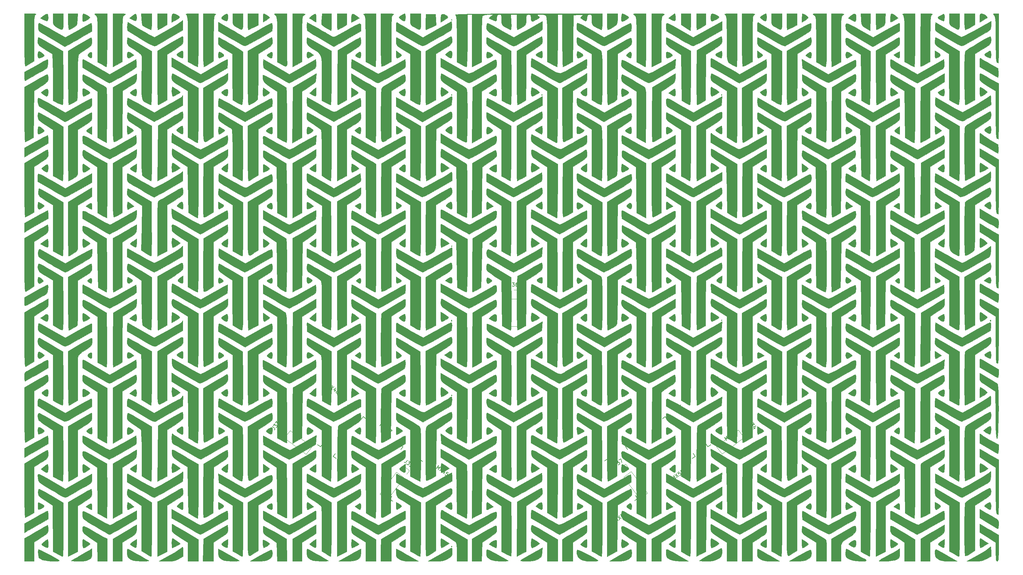
<source format=gbr>
G04 #@! TF.GenerationSoftware,KiCad,Pcbnew,(5.1.4)-1*
G04 #@! TF.CreationDate,2023-12-29T13:04:59-05:00*
G04 #@! TF.ProjectId,ThumbsUp,5468756d-6273-4557-902e-6b696361645f,rev?*
G04 #@! TF.SameCoordinates,Original*
G04 #@! TF.FileFunction,Legend,Top*
G04 #@! TF.FilePolarity,Positive*
%FSLAX46Y46*%
G04 Gerber Fmt 4.6, Leading zero omitted, Abs format (unit mm)*
G04 Created by KiCad (PCBNEW (5.1.4)-1) date 2023-12-29 13:04:59*
%MOMM*%
%LPD*%
G04 APERTURE LIST*
%ADD10C,0.010000*%
%ADD11C,0.150000*%
%ADD12C,0.120000*%
G04 APERTURE END LIST*
D10*
G36*
X137263158Y234914211D02*
G01*
X137129474Y234780527D01*
X136995790Y234914211D01*
X137129474Y235047895D01*
X137263158Y234914211D01*
X137263158Y234914211D01*
G37*
X137263158Y234914211D02*
X137129474Y234780527D01*
X136995790Y234914211D01*
X137129474Y235047895D01*
X137263158Y234914211D01*
G36*
X275683010Y236425840D02*
G01*
X275753611Y235874813D01*
X275760000Y235604913D01*
X275724119Y234860704D01*
X275539119Y234579783D01*
X275088965Y234693584D01*
X274623684Y234933455D01*
X274100354Y235252352D01*
X273915105Y235518930D01*
X274107414Y235803454D01*
X274716762Y236176188D01*
X275559474Y236598965D01*
X275683010Y236425840D01*
X275683010Y236425840D01*
G37*
X275683010Y236425840D02*
X275753611Y235874813D01*
X275760000Y235604913D01*
X275724119Y234860704D01*
X275539119Y234579783D01*
X275088965Y234693584D01*
X274623684Y234933455D01*
X274100354Y235252352D01*
X273915105Y235518930D01*
X274107414Y235803454D01*
X274716762Y236176188D01*
X275559474Y236598965D01*
X275683010Y236425840D01*
G36*
X225684434Y236414774D02*
G01*
X225756824Y235821932D01*
X225762105Y235582632D01*
X225682098Y234824571D01*
X225407598Y234543156D01*
X224886884Y234717159D01*
X224429258Y235035554D01*
X224007852Y235416371D01*
X223888484Y235646490D01*
X223894521Y235653003D01*
X224411870Y236029277D01*
X225001543Y236395491D01*
X225454800Y236625992D01*
X225554228Y236652105D01*
X225684434Y236414774D01*
X225684434Y236414774D01*
G37*
X225684434Y236414774D02*
X225756824Y235821932D01*
X225762105Y235582632D01*
X225682098Y234824571D01*
X225407598Y234543156D01*
X224886884Y234717159D01*
X224429258Y235035554D01*
X224007852Y235416371D01*
X223888484Y235646490D01*
X223894521Y235653003D01*
X224411870Y236029277D01*
X225001543Y236395491D01*
X225454800Y236625992D01*
X225554228Y236652105D01*
X225684434Y236414774D01*
G36*
X211078829Y236527397D02*
G01*
X211707115Y236229966D01*
X212212476Y235874856D01*
X212393684Y235601402D01*
X212176444Y235385233D01*
X211652963Y235073278D01*
X211015599Y234762989D01*
X210456711Y234551820D01*
X210245666Y234513158D01*
X210083913Y234750377D01*
X209993951Y235342972D01*
X209987369Y235582632D01*
X210031404Y236281060D01*
X210211484Y236590034D01*
X210531512Y236652105D01*
X211078829Y236527397D01*
X211078829Y236527397D01*
G37*
X211078829Y236527397D02*
X211707115Y236229966D01*
X212212476Y235874856D01*
X212393684Y235601402D01*
X212176444Y235385233D01*
X211652963Y235073278D01*
X211015599Y234762989D01*
X210456711Y234551820D01*
X210245666Y234513158D01*
X210083913Y234750377D01*
X209993951Y235342972D01*
X209987369Y235582632D01*
X210031404Y236281060D01*
X210211484Y236590034D01*
X210531512Y236652105D01*
X211078829Y236527397D01*
G36*
X200019801Y236414325D02*
G01*
X200089636Y235822048D01*
X200094737Y235582632D01*
X200060735Y234861808D01*
X199882259Y234582619D01*
X199444603Y234685138D01*
X198905366Y234961253D01*
X198117048Y235387938D01*
X198905366Y236018694D01*
X199466862Y236429427D01*
X199852152Y236642497D01*
X199894211Y236650777D01*
X200019801Y236414325D01*
X200019801Y236414325D01*
G37*
X200019801Y236414325D02*
X200089636Y235822048D01*
X200094737Y235582632D01*
X200060735Y234861808D01*
X199882259Y234582619D01*
X199444603Y234685138D01*
X198905366Y234961253D01*
X198117048Y235387938D01*
X198905366Y236018694D01*
X199466862Y236429427D01*
X199852152Y236642497D01*
X199894211Y236650777D01*
X200019801Y236414325D01*
G36*
X124084434Y236414774D02*
G01*
X124156824Y235821932D01*
X124162105Y235582632D01*
X124082098Y234824571D01*
X123807598Y234543156D01*
X123286884Y234717159D01*
X122829258Y235035554D01*
X122407852Y235416371D01*
X122288484Y235646490D01*
X122294521Y235653003D01*
X122811870Y236029277D01*
X123401543Y236395491D01*
X123854800Y236625992D01*
X123954228Y236652105D01*
X124084434Y236414774D01*
X124084434Y236414774D01*
G37*
X124084434Y236414774D02*
X124156824Y235821932D01*
X124162105Y235582632D01*
X124082098Y234824571D01*
X123807598Y234543156D01*
X123286884Y234717159D01*
X122829258Y235035554D01*
X122407852Y235416371D01*
X122288484Y235646490D01*
X122294521Y235653003D01*
X122811870Y236029277D01*
X123401543Y236395491D01*
X123854800Y236625992D01*
X123954228Y236652105D01*
X124084434Y236414774D01*
G36*
X74154161Y236141391D02*
G01*
X74164211Y235582632D01*
X74100843Y234854328D01*
X73846267Y234574188D01*
X73303770Y234688457D01*
X72894211Y234876756D01*
X72388309Y235250133D01*
X72394133Y235644456D01*
X72917056Y236100177D01*
X73069148Y236193406D01*
X73725204Y236549316D01*
X74047377Y236554008D01*
X74154161Y236141391D01*
X74154161Y236141391D01*
G37*
X74154161Y236141391D02*
X74164211Y235582632D01*
X74100843Y234854328D01*
X73846267Y234574188D01*
X73303770Y234688457D01*
X72894211Y234876756D01*
X72388309Y235250133D01*
X72394133Y235644456D01*
X72917056Y236100177D01*
X73069148Y236193406D01*
X73725204Y236549316D01*
X74047377Y236554008D01*
X74154161Y236141391D01*
G36*
X48466697Y236178957D02*
G01*
X48496842Y235582632D01*
X48462799Y234861632D01*
X48284184Y234582538D01*
X47846270Y234685315D01*
X47308431Y234960750D01*
X46521073Y235386932D01*
X47256499Y236019519D01*
X47914344Y236514200D01*
X48295661Y236575124D01*
X48466697Y236178957D01*
X48466697Y236178957D01*
G37*
X48466697Y236178957D02*
X48496842Y235582632D01*
X48462799Y234861632D01*
X48284184Y234582538D01*
X47846270Y234685315D01*
X47308431Y234960750D01*
X46521073Y235386932D01*
X47256499Y236019519D01*
X47914344Y236514200D01*
X48295661Y236575124D01*
X48466697Y236178957D01*
G36*
X23584625Y236217755D02*
G01*
X23631579Y235582632D01*
X23574204Y234872364D01*
X23339756Y234580785D01*
X22834749Y234668227D01*
X22194833Y234973008D01*
X21426507Y235376135D01*
X22194833Y236004505D01*
X22920371Y236514870D01*
X23366014Y236591128D01*
X23584625Y236217755D01*
X23584625Y236217755D01*
G37*
X23584625Y236217755D02*
X23631579Y235582632D01*
X23574204Y234872364D01*
X23339756Y234580785D01*
X22834749Y234668227D01*
X22194833Y234973008D01*
X21426507Y235376135D01*
X22194833Y236004505D01*
X22920371Y236514870D01*
X23366014Y236591128D01*
X23584625Y236217755D01*
G36*
X286746529Y236520824D02*
G01*
X287263440Y236210255D01*
X287669885Y235845307D01*
X287805405Y235550891D01*
X287767659Y235493739D01*
X287490790Y235315265D01*
X286924085Y234967516D01*
X286655263Y234805150D01*
X285652632Y234202177D01*
X285652632Y235427141D01*
X285680984Y236179771D01*
X285814143Y236539628D01*
X286124260Y236647680D01*
X286279614Y236652105D01*
X286746529Y236520824D01*
X286746529Y236520824D01*
G37*
X286746529Y236520824D02*
X287263440Y236210255D01*
X287669885Y235845307D01*
X287805405Y235550891D01*
X287767659Y235493739D01*
X287490790Y235315265D01*
X286924085Y234967516D01*
X286655263Y234805150D01*
X285652632Y234202177D01*
X285652632Y235427141D01*
X285680984Y236179771D01*
X285814143Y236539628D01*
X286124260Y236647680D01*
X286279614Y236652105D01*
X286746529Y236520824D01*
G36*
X261366369Y236511992D02*
G01*
X262013016Y236032160D01*
X262733746Y235412215D01*
X261745274Y234829002D01*
X261113663Y234471137D01*
X260701843Y234265320D01*
X260638401Y234245790D01*
X260567761Y234484981D01*
X260525411Y235090099D01*
X260520000Y235448948D01*
X260601249Y236285162D01*
X260870580Y236634513D01*
X261366369Y236511992D01*
X261366369Y236511992D01*
G37*
X261366369Y236511992D02*
X262013016Y236032160D01*
X262733746Y235412215D01*
X261745274Y234829002D01*
X261113663Y234471137D01*
X260701843Y234265320D01*
X260638401Y234245790D01*
X260567761Y234484981D01*
X260525411Y235090099D01*
X260520000Y235448948D01*
X260601249Y236285162D01*
X260870580Y236634513D01*
X261366369Y236511992D01*
G36*
X250849551Y236214352D02*
G01*
X250894737Y235598411D01*
X250848605Y234902500D01*
X250733878Y234476865D01*
X250694211Y234434144D01*
X250358529Y234488483D01*
X249771363Y234760411D01*
X249585624Y234866873D01*
X248677564Y235410173D01*
X249451940Y236029811D01*
X250182209Y236529600D01*
X250630613Y236596336D01*
X250849551Y236214352D01*
X250849551Y236214352D01*
G37*
X250849551Y236214352D02*
X250894737Y235598411D01*
X250848605Y234902500D01*
X250733878Y234476865D01*
X250694211Y234434144D01*
X250358529Y234488483D01*
X249771363Y234760411D01*
X249585624Y234866873D01*
X248677564Y235410173D01*
X249451940Y236029811D01*
X250182209Y236529600D01*
X250630613Y236596336D01*
X250849551Y236214352D01*
G36*
X236204805Y236517033D02*
G01*
X236735715Y236200035D01*
X237216361Y235833439D01*
X237456366Y235549576D01*
X237457466Y235509765D01*
X237201824Y235234377D01*
X236663190Y234834199D01*
X236519115Y234740563D01*
X235654737Y234193278D01*
X235654737Y235422692D01*
X235685759Y236149509D01*
X235764415Y236590720D01*
X235814010Y236652105D01*
X236204805Y236517033D01*
X236204805Y236517033D01*
G37*
X236204805Y236517033D02*
X236735715Y236200035D01*
X237216361Y235833439D01*
X237456366Y235549576D01*
X237457466Y235509765D01*
X237201824Y235234377D01*
X236663190Y234834199D01*
X236519115Y234740563D01*
X235654737Y234193278D01*
X235654737Y235422692D01*
X235685759Y236149509D01*
X235764415Y236590720D01*
X235814010Y236652105D01*
X236204805Y236517033D01*
G36*
X185570717Y236525977D02*
G01*
X186151477Y236227517D01*
X186688914Y235876608D01*
X186981973Y235593136D01*
X186993684Y235551395D01*
X186785824Y235296857D01*
X186290220Y234955905D01*
X185698835Y234635529D01*
X185203634Y234442718D01*
X185010776Y234446242D01*
X184882306Y234819924D01*
X184851847Y235435974D01*
X184906245Y236082476D01*
X185032346Y236547513D01*
X185147695Y236652105D01*
X185570717Y236525977D01*
X185570717Y236525977D01*
G37*
X185570717Y236525977D02*
X186151477Y236227517D01*
X186688914Y235876608D01*
X186981973Y235593136D01*
X186993684Y235551395D01*
X186785824Y235296857D01*
X186290220Y234955905D01*
X185698835Y234635529D01*
X185203634Y234442718D01*
X185010776Y234446242D01*
X184882306Y234819924D01*
X184851847Y235435974D01*
X184906245Y236082476D01*
X185032346Y236547513D01*
X185147695Y236652105D01*
X185570717Y236525977D01*
G36*
X134956329Y236481038D02*
G01*
X135303909Y236333004D01*
X135914844Y235952667D01*
X136040762Y235594230D01*
X135673132Y235187641D01*
X135121972Y234839385D01*
X134054737Y234229823D01*
X134054737Y235291501D01*
X134136535Y236141361D01*
X134418687Y236522550D01*
X134956329Y236481038D01*
X134956329Y236481038D01*
G37*
X134956329Y236481038D02*
X135303909Y236333004D01*
X135914844Y235952667D01*
X136040762Y235594230D01*
X135673132Y235187641D01*
X135121972Y234839385D01*
X134054737Y234229823D01*
X134054737Y235291501D01*
X134136535Y236141361D01*
X134418687Y236522550D01*
X134956329Y236481038D01*
G36*
X109694023Y236500238D02*
G01*
X110381779Y236016354D01*
X111173032Y235383259D01*
X110047569Y234809090D01*
X108922105Y234234922D01*
X108922105Y235443514D01*
X108988212Y236265137D01*
X109225855Y236609662D01*
X109694023Y236500238D01*
X109694023Y236500238D01*
G37*
X109694023Y236500238D02*
X110381779Y236016354D01*
X111173032Y235383259D01*
X110047569Y234809090D01*
X108922105Y234234922D01*
X108922105Y235443514D01*
X108988212Y236265137D01*
X109225855Y236609662D01*
X109694023Y236500238D01*
G36*
X98996816Y236144130D02*
G01*
X99029474Y235448948D01*
X99016234Y234736685D01*
X98982727Y234317168D01*
X98962632Y234267940D01*
X98715569Y234408280D01*
X98181687Y234730950D01*
X97988043Y234849948D01*
X97080297Y235409806D01*
X97802426Y236030956D01*
X98451595Y236517787D01*
X98827231Y236566180D01*
X98996816Y236144130D01*
X98996816Y236144130D01*
G37*
X98996816Y236144130D02*
X99029474Y235448948D01*
X99016234Y234736685D01*
X98982727Y234317168D01*
X98962632Y234267940D01*
X98715569Y234408280D01*
X98181687Y234730950D01*
X97988043Y234849948D01*
X97080297Y235409806D01*
X97802426Y236030956D01*
X98451595Y236517787D01*
X98827231Y236566180D01*
X98996816Y236144130D01*
G36*
X84577625Y236520731D02*
G01*
X85116051Y236213150D01*
X85629451Y235859177D01*
X85915878Y235588627D01*
X85928421Y235551395D01*
X85720015Y235313433D01*
X85199649Y234942647D01*
X84992632Y234815953D01*
X84056842Y234263824D01*
X84056842Y235457965D01*
X84088725Y236172605D01*
X84169323Y236599201D01*
X84216116Y236652105D01*
X84577625Y236520731D01*
X84577625Y236520731D01*
G37*
X84577625Y236520731D02*
X85116051Y236213150D01*
X85629451Y235859177D01*
X85915878Y235588627D01*
X85928421Y235551395D01*
X85720015Y235313433D01*
X85199649Y234942647D01*
X84992632Y234815953D01*
X84056842Y234263824D01*
X84056842Y235457965D01*
X84088725Y236172605D01*
X84169323Y236599201D01*
X84216116Y236652105D01*
X84577625Y236520731D01*
G36*
X59563303Y236490729D02*
G01*
X60149332Y236147860D01*
X60513953Y235802920D01*
X60552084Y235514724D01*
X60212234Y235198054D01*
X59442911Y234767694D01*
X59258421Y234673392D01*
X58389474Y234232058D01*
X58389474Y235442082D01*
X58422339Y236193808D01*
X58563476Y236550676D01*
X58876696Y236650711D01*
X58948881Y236652105D01*
X59563303Y236490729D01*
X59563303Y236490729D01*
G37*
X59563303Y236490729D02*
X60149332Y236147860D01*
X60513953Y235802920D01*
X60552084Y235514724D01*
X60212234Y235198054D01*
X59442911Y234767694D01*
X59258421Y234673392D01*
X58389474Y234232058D01*
X58389474Y235442082D01*
X58422339Y236193808D01*
X58563476Y236550676D01*
X58876696Y236650711D01*
X58948881Y236652105D01*
X59563303Y236490729D01*
G36*
X33972823Y236525977D02*
G01*
X34553582Y236227517D01*
X35091020Y235876608D01*
X35384078Y235593136D01*
X35395790Y235551395D01*
X35187929Y235296857D01*
X34692325Y234955905D01*
X34100940Y234635529D01*
X33605740Y234442718D01*
X33412881Y234446242D01*
X33284411Y234819924D01*
X33253952Y235435974D01*
X33308350Y236082476D01*
X33434451Y236547513D01*
X33549800Y236652105D01*
X33972823Y236525977D01*
X33972823Y236525977D01*
G37*
X33972823Y236525977D02*
X34553582Y236227517D01*
X35091020Y235876608D01*
X35384078Y235593136D01*
X35395790Y235551395D01*
X35187929Y235296857D01*
X34692325Y234955905D01*
X34100940Y234635529D01*
X33605740Y234442718D01*
X33412881Y234446242D01*
X33284411Y234819924D01*
X33253952Y235435974D01*
X33308350Y236082476D01*
X33434451Y236547513D01*
X33549800Y236652105D01*
X33972823Y236525977D01*
G36*
X284315790Y233489402D02*
G01*
X283078956Y232798122D01*
X282339792Y232407945D01*
X281786073Y232157282D01*
X281608429Y232106842D01*
X281502827Y232353686D01*
X281422060Y233012397D01*
X281378750Y233960247D01*
X281374737Y234379474D01*
X281374737Y236652105D01*
X284315790Y236652105D01*
X284315790Y233489402D01*
X284315790Y233489402D01*
G37*
X284315790Y233489402D02*
X283078956Y232798122D01*
X282339792Y232407945D01*
X281786073Y232157282D01*
X281608429Y232106842D01*
X281502827Y232353686D01*
X281422060Y233012397D01*
X281378750Y233960247D01*
X281374737Y234379474D01*
X281374737Y236652105D01*
X284315790Y236652105D01*
X284315790Y233489402D01*
G36*
X280037895Y234379474D02*
G01*
X280023111Y233196028D01*
X279933720Y232488972D01*
X279702165Y232200006D01*
X279260887Y232270828D01*
X278542328Y232643138D01*
X278233158Y232822040D01*
X277601060Y233211709D01*
X277261710Y233558701D01*
X277124042Y234043004D01*
X277096992Y234844604D01*
X277096842Y235067927D01*
X277096842Y236652105D01*
X280037895Y236652105D01*
X280037895Y234379474D01*
X280037895Y234379474D01*
G37*
X280037895Y234379474D02*
X280023111Y233196028D01*
X279933720Y232488972D01*
X279702165Y232200006D01*
X279260887Y232270828D01*
X278542328Y232643138D01*
X278233158Y232822040D01*
X277601060Y233211709D01*
X277261710Y233558701D01*
X277124042Y234043004D01*
X277096992Y234844604D01*
X277096842Y235067927D01*
X277096842Y236652105D01*
X280037895Y236652105D01*
X280037895Y234379474D01*
G36*
X259129074Y235020488D02*
G01*
X259068648Y234112616D01*
X258936433Y233564141D01*
X258638315Y233200191D01*
X258080179Y232845891D01*
X257905981Y232747856D01*
X257219051Y232376020D01*
X256746260Y232144706D01*
X256635981Y232106842D01*
X256578810Y232353730D01*
X256535086Y233012549D01*
X256511643Y233960538D01*
X256509474Y234379474D01*
X256509474Y236652105D01*
X259208674Y236652105D01*
X259129074Y235020488D01*
X259129074Y235020488D01*
G37*
X259129074Y235020488D02*
X259068648Y234112616D01*
X258936433Y233564141D01*
X258638315Y233200191D01*
X258080179Y232845891D01*
X257905981Y232747856D01*
X257219051Y232376020D01*
X256746260Y232144706D01*
X256635981Y232106842D01*
X256578810Y232353730D01*
X256535086Y233012549D01*
X256511643Y233960538D01*
X256509474Y234379474D01*
X256509474Y236652105D01*
X259208674Y236652105D01*
X259129074Y235020488D01*
G36*
X234317895Y233452693D02*
G01*
X232989941Y232779767D01*
X232236700Y232410035D01*
X231693507Y232165616D01*
X231519415Y232106842D01*
X231454983Y232353725D01*
X231405707Y233012532D01*
X231379288Y233960505D01*
X231376842Y234379474D01*
X231376842Y236652105D01*
X234317895Y236652105D01*
X234317895Y233452693D01*
X234317895Y233452693D01*
G37*
X234317895Y233452693D02*
X232989941Y232779767D01*
X232236700Y232410035D01*
X231693507Y232165616D01*
X231519415Y232106842D01*
X231454983Y232353725D01*
X231405707Y233012532D01*
X231379288Y233960505D01*
X231376842Y234379474D01*
X231376842Y236652105D01*
X234317895Y236652105D01*
X234317895Y233452693D01*
G36*
X230040000Y234379474D02*
G01*
X230025216Y233196028D01*
X229935825Y232488972D01*
X229704270Y232200006D01*
X229262992Y232270828D01*
X228544433Y232643138D01*
X228235263Y232822040D01*
X227603165Y233211709D01*
X227263815Y233558701D01*
X227126148Y234043004D01*
X227099097Y234844604D01*
X227098947Y235067927D01*
X227098947Y236652105D01*
X230040000Y236652105D01*
X230040000Y234379474D01*
X230040000Y234379474D01*
G37*
X230040000Y234379474D02*
X230025216Y233196028D01*
X229935825Y232488972D01*
X229704270Y232200006D01*
X229262992Y232270828D01*
X228544433Y232643138D01*
X228235263Y232822040D01*
X227603165Y233211709D01*
X227263815Y233558701D01*
X227126148Y234043004D01*
X227099097Y234844604D01*
X227098947Y235067927D01*
X227098947Y236652105D01*
X230040000Y236652105D01*
X230040000Y234379474D01*
G36*
X208650526Y233494496D02*
G01*
X207466600Y232800669D01*
X206764874Y232405494D01*
X206265991Y232154217D01*
X206129758Y232106842D01*
X206060653Y232353721D01*
X206007802Y233012520D01*
X205979465Y233960482D01*
X205976842Y234379474D01*
X205976842Y236652105D01*
X208650526Y236652105D01*
X208650526Y233494496D01*
X208650526Y233494496D01*
G37*
X208650526Y233494496D02*
X207466600Y232800669D01*
X206764874Y232405494D01*
X206265991Y232154217D01*
X206129758Y232106842D01*
X206060653Y232353721D01*
X206007802Y233012520D01*
X205979465Y233960482D01*
X205976842Y234379474D01*
X205976842Y236652105D01*
X208650526Y236652105D01*
X208650526Y233494496D01*
G36*
X183785263Y235223018D02*
G01*
X183713091Y234193297D01*
X183476309Y233561699D01*
X183317369Y233383681D01*
X182825687Y233030381D01*
X182150326Y232628562D01*
X181488362Y232286398D01*
X181036874Y232112065D01*
X180991172Y232106842D01*
X180924757Y232353723D01*
X180873964Y233012527D01*
X180846731Y233960496D01*
X180844211Y234379474D01*
X180844211Y236652105D01*
X183785263Y236652105D01*
X183785263Y235223018D01*
X183785263Y235223018D01*
G37*
X183785263Y235223018D02*
X183713091Y234193297D01*
X183476309Y233561699D01*
X183317369Y233383681D01*
X182825687Y233030381D01*
X182150326Y232628562D01*
X181488362Y232286398D01*
X181036874Y232112065D01*
X180991172Y232106842D01*
X180924757Y232353723D01*
X180873964Y233012527D01*
X180846731Y233960496D01*
X180844211Y234379474D01*
X180844211Y236652105D01*
X183785263Y236652105D01*
X183785263Y235223018D01*
G36*
X132664064Y234992150D02*
G01*
X132743918Y233465880D01*
X131402953Y232786361D01*
X130643670Y232414370D01*
X130091601Y232167553D01*
X129908602Y232106842D01*
X129847053Y232353138D01*
X129816829Y233009100D01*
X129822200Y233950345D01*
X129832871Y234312632D01*
X129910526Y236518421D01*
X132584211Y236518421D01*
X132664064Y234992150D01*
X132664064Y234992150D01*
G37*
X132664064Y234992150D02*
X132743918Y233465880D01*
X131402953Y232786361D01*
X130643670Y232414370D01*
X130091601Y232167553D01*
X129908602Y232106842D01*
X129847053Y232353138D01*
X129816829Y233009100D01*
X129822200Y233950345D01*
X129832871Y234312632D01*
X129910526Y236518421D01*
X132584211Y236518421D01*
X132664064Y234992150D01*
G36*
X128440000Y234379474D02*
G01*
X128425216Y233196028D01*
X128335825Y232488972D01*
X128104270Y232200006D01*
X127662992Y232270828D01*
X126944433Y232643138D01*
X126635263Y232822040D01*
X126003165Y233211709D01*
X125663815Y233558701D01*
X125526148Y234043004D01*
X125499097Y234844604D01*
X125498947Y235067927D01*
X125498947Y236652105D01*
X128440000Y236652105D01*
X128440000Y234379474D01*
X128440000Y234379474D01*
G37*
X128440000Y234379474D02*
X128425216Y233196028D01*
X128335825Y232488972D01*
X128104270Y232200006D01*
X127662992Y232270828D01*
X126944433Y232643138D01*
X126635263Y232822040D01*
X126003165Y233211709D01*
X125663815Y233558701D01*
X125526148Y234043004D01*
X125499097Y234844604D01*
X125498947Y235067927D01*
X125498947Y236652105D01*
X128440000Y236652105D01*
X128440000Y234379474D01*
G36*
X107585263Y233494496D02*
G01*
X106401337Y232800669D01*
X105699611Y232405494D01*
X105200728Y232154217D01*
X105064495Y232106842D01*
X104995390Y232353721D01*
X104942539Y233012520D01*
X104914202Y233960482D01*
X104911579Y234379474D01*
X104911579Y236652105D01*
X107585263Y236652105D01*
X107585263Y233494496D01*
X107585263Y233494496D01*
G37*
X107585263Y233494496D02*
X106401337Y232800669D01*
X105699611Y232405494D01*
X105200728Y232154217D01*
X105064495Y232106842D01*
X104995390Y232353721D01*
X104942539Y233012520D01*
X104914202Y233960482D01*
X104911579Y234379474D01*
X104911579Y236652105D01*
X107585263Y236652105D01*
X107585263Y233494496D01*
G36*
X82720000Y233452693D02*
G01*
X81392046Y232779767D01*
X80638806Y232410035D01*
X80095612Y232165616D01*
X79921520Y232106842D01*
X79857089Y232353725D01*
X79807812Y233012532D01*
X79781393Y233960505D01*
X79778947Y234379474D01*
X79778947Y236652105D01*
X82720000Y236652105D01*
X82720000Y233452693D01*
X82720000Y233452693D01*
G37*
X82720000Y233452693D02*
X81392046Y232779767D01*
X80638806Y232410035D01*
X80095612Y232165616D01*
X79921520Y232106842D01*
X79857089Y232353725D01*
X79807812Y233012532D01*
X79781393Y233960505D01*
X79778947Y234379474D01*
X79778947Y236652105D01*
X82720000Y236652105D01*
X82720000Y233452693D01*
G36*
X78442105Y234379474D02*
G01*
X78427321Y233196028D01*
X78337931Y232488972D01*
X78106375Y232200006D01*
X77665097Y232270828D01*
X76946538Y232643138D01*
X76637369Y232822040D01*
X76005270Y233211709D01*
X75665920Y233558701D01*
X75528253Y234043004D01*
X75501203Y234844604D01*
X75501053Y235067927D01*
X75501053Y236652105D01*
X78442105Y236652105D01*
X78442105Y234379474D01*
X78442105Y234379474D01*
G37*
X78442105Y234379474D02*
X78427321Y233196028D01*
X78337931Y232488972D01*
X78106375Y232200006D01*
X77665097Y232270828D01*
X76946538Y232643138D01*
X76637369Y232822040D01*
X76005270Y233211709D01*
X75665920Y233558701D01*
X75528253Y234043004D01*
X75501203Y234844604D01*
X75501053Y235067927D01*
X75501053Y236652105D01*
X78442105Y236652105D01*
X78442105Y234379474D01*
G36*
X57052632Y233489402D02*
G01*
X55815798Y232798122D01*
X55105963Y232411038D01*
X54612794Y232160175D01*
X54478956Y232106842D01*
X54433759Y232353737D01*
X54399194Y233012573D01*
X54380662Y233960583D01*
X54378947Y234379474D01*
X54378947Y236652105D01*
X57052632Y236652105D01*
X57052632Y233489402D01*
X57052632Y233489402D01*
G37*
X57052632Y233489402D02*
X55815798Y232798122D01*
X55105963Y232411038D01*
X54612794Y232160175D01*
X54478956Y232106842D01*
X54433759Y232353737D01*
X54399194Y233012573D01*
X54380662Y233960583D01*
X54378947Y234379474D01*
X54378947Y236652105D01*
X57052632Y236652105D01*
X57052632Y233489402D01*
G36*
X52774737Y234379474D02*
G01*
X52752979Y233354286D01*
X52694914Y232572438D01*
X52611352Y232155823D01*
X52574211Y232118659D01*
X52233725Y232239867D01*
X51609740Y232531644D01*
X51304211Y232686953D01*
X50639700Y233040211D01*
X50207198Y233284170D01*
X50134283Y233332608D01*
X50064757Y233625362D01*
X49985637Y234295868D01*
X49925733Y235036945D01*
X49817637Y236652105D01*
X52774737Y236652105D01*
X52774737Y234379474D01*
X52774737Y234379474D01*
G37*
X52774737Y234379474D02*
X52752979Y233354286D01*
X52694914Y232572438D01*
X52611352Y232155823D01*
X52574211Y232118659D01*
X52233725Y232239867D01*
X51609740Y232531644D01*
X51304211Y232686953D01*
X50639700Y233040211D01*
X50207198Y233284170D01*
X50134283Y233332608D01*
X50064757Y233625362D01*
X49985637Y234295868D01*
X49925733Y235036945D01*
X49817637Y236652105D01*
X52774737Y236652105D01*
X52774737Y234379474D01*
G36*
X31865916Y234988318D02*
G01*
X31805637Y234068032D01*
X31678211Y233511892D01*
X31397391Y233149650D01*
X30876929Y232811056D01*
X30716842Y232720084D01*
X30035311Y232356794D01*
X29551695Y232138794D01*
X29446842Y232111241D01*
X29356242Y232356012D01*
X29286943Y233012991D01*
X29249769Y233959753D01*
X29246316Y234379474D01*
X29246316Y236652105D01*
X31945516Y236652105D01*
X31865916Y234988318D01*
X31865916Y234988318D01*
G37*
X31865916Y234988318D02*
X31805637Y234068032D01*
X31678211Y233511892D01*
X31397391Y233149650D01*
X30876929Y232811056D01*
X30716842Y232720084D01*
X30035311Y232356794D01*
X29551695Y232138794D01*
X29446842Y232111241D01*
X29356242Y232356012D01*
X29286943Y233012991D01*
X29249769Y233959753D01*
X29246316Y234379474D01*
X29246316Y236652105D01*
X31945516Y236652105D01*
X31865916Y234988318D01*
G36*
X27909474Y234379474D02*
G01*
X27892228Y233184386D01*
X27797484Y232467168D01*
X27560730Y232171107D01*
X27117458Y232239494D01*
X26403155Y232615619D01*
X26104737Y232792947D01*
X25473217Y233193381D01*
X25133837Y233547176D01*
X24995867Y234035587D01*
X24968581Y234839867D01*
X24968421Y235063049D01*
X24968421Y236652105D01*
X27909474Y236652105D01*
X27909474Y234379474D01*
X27909474Y234379474D01*
G37*
X27909474Y234379474D02*
X27892228Y233184386D01*
X27797484Y232467168D01*
X27560730Y232171107D01*
X27117458Y232239494D01*
X26403155Y232615619D01*
X26104737Y232792947D01*
X25473217Y233193381D01*
X25133837Y233547176D01*
X24995867Y234035587D01*
X24968581Y234839867D01*
X24968421Y235063049D01*
X24968421Y236652105D01*
X27909474Y236652105D01*
X27909474Y234379474D01*
G36*
X254905263Y234245790D02*
G01*
X254898402Y233189124D01*
X254880020Y232373647D01*
X254853423Y231917288D01*
X254838421Y231860490D01*
X254592507Y231998840D01*
X254033320Y232331293D01*
X253568421Y232612099D01*
X252908737Y233034094D01*
X252541835Y233401596D01*
X252371337Y233893819D01*
X252300866Y234689980D01*
X252285663Y234997398D01*
X252206063Y236652105D01*
X254905263Y236652105D01*
X254905263Y234245790D01*
X254905263Y234245790D01*
G37*
X254905263Y234245790D02*
X254898402Y233189124D01*
X254880020Y232373647D01*
X254853423Y231917288D01*
X254838421Y231860490D01*
X254592507Y231998840D01*
X254033320Y232331293D01*
X253568421Y232612099D01*
X252908737Y233034094D01*
X252541835Y233401596D01*
X252371337Y233893819D01*
X252300866Y234689980D01*
X252285663Y234997398D01*
X252206063Y236652105D01*
X254905263Y236652105D01*
X254905263Y234245790D01*
G36*
X204372632Y234245790D02*
G01*
X204365769Y233188770D01*
X204347383Y232372590D01*
X204320781Y231915337D01*
X204305790Y231858078D01*
X204062955Y231999234D01*
X203505628Y232344334D01*
X202968947Y232682791D01*
X201698947Y233488899D01*
X201698947Y236652105D01*
X204372632Y236652105D01*
X204372632Y234245790D01*
X204372632Y234245790D01*
G37*
X204372632Y234245790D02*
X204365769Y233188770D01*
X204347383Y232372590D01*
X204320781Y231915337D01*
X204305790Y231858078D01*
X204062955Y231999234D01*
X203505628Y232344334D01*
X202968947Y232682791D01*
X201698947Y233488899D01*
X201698947Y236652105D01*
X204372632Y236652105D01*
X204372632Y234245790D01*
G36*
X103307369Y234245790D02*
G01*
X103300513Y233190710D01*
X103282148Y232378382D01*
X103255572Y231926026D01*
X103240526Y231871309D01*
X102989857Y232007577D01*
X102415841Y232324408D01*
X101906920Y232606572D01*
X101180289Y233046640D01*
X100674599Y233421360D01*
X100536304Y233579903D01*
X100501302Y233983140D01*
X100525120Y234720361D01*
X100567086Y235250956D01*
X100701718Y236652105D01*
X103307369Y236652105D01*
X103307369Y234245790D01*
X103307369Y234245790D01*
G37*
X103307369Y234245790D02*
X103300513Y233190710D01*
X103282148Y232378382D01*
X103255572Y231926026D01*
X103240526Y231871309D01*
X102989857Y232007577D01*
X102415841Y232324408D01*
X101906920Y232606572D01*
X101180289Y233046640D01*
X100674599Y233421360D01*
X100536304Y233579903D01*
X100501302Y233983140D01*
X100525120Y234720361D01*
X100567086Y235250956D01*
X100701718Y236652105D01*
X103307369Y236652105D01*
X103307369Y234245790D01*
G36*
X288861053Y233354765D02*
G01*
X288839327Y232698387D01*
X288705517Y232255803D01*
X288356674Y231883846D01*
X287689848Y231439350D01*
X287323684Y231216820D01*
X285465163Y230109607D01*
X283832493Y229167905D01*
X282475160Y228418609D01*
X281442648Y227888611D01*
X280784442Y227604804D01*
X280601107Y227563382D01*
X280226595Y227695927D01*
X279491351Y228058794D01*
X278489949Y228601881D01*
X277316967Y229275087D01*
X276873242Y229538246D01*
X275673377Y230263022D01*
X274630735Y230906009D01*
X273835551Y231410566D01*
X273378056Y231720054D01*
X273313462Y231772749D01*
X273166627Y232186936D01*
X273124484Y232894283D01*
X273136010Y233116718D01*
X273220000Y234199245D01*
X276695790Y232194073D01*
X277932141Y231483536D01*
X279012674Y230867642D01*
X279848816Y230396485D01*
X280351996Y230120160D01*
X280447672Y230072095D01*
X280785098Y230155055D01*
X281521155Y230483457D01*
X282596736Y231026296D01*
X283952738Y231752567D01*
X285530056Y232631264D01*
X287269586Y233631383D01*
X287591053Y233819378D01*
X288861053Y234563970D01*
X288861053Y233354765D01*
X288861053Y233354765D01*
G37*
X288861053Y233354765D02*
X288839327Y232698387D01*
X288705517Y232255803D01*
X288356674Y231883846D01*
X287689848Y231439350D01*
X287323684Y231216820D01*
X285465163Y230109607D01*
X283832493Y229167905D01*
X282475160Y228418609D01*
X281442648Y227888611D01*
X280784442Y227604804D01*
X280601107Y227563382D01*
X280226595Y227695927D01*
X279491351Y228058794D01*
X278489949Y228601881D01*
X277316967Y229275087D01*
X276873242Y229538246D01*
X275673377Y230263022D01*
X274630735Y230906009D01*
X273835551Y231410566D01*
X273378056Y231720054D01*
X273313462Y231772749D01*
X273166627Y232186936D01*
X273124484Y232894283D01*
X273136010Y233116718D01*
X273220000Y234199245D01*
X276695790Y232194073D01*
X277932141Y231483536D01*
X279012674Y230867642D01*
X279848816Y230396485D01*
X280351996Y230120160D01*
X280447672Y230072095D01*
X280785098Y230155055D01*
X281521155Y230483457D01*
X282596736Y231026296D01*
X283952738Y231752567D01*
X285530056Y232631264D01*
X287269586Y233631383D01*
X287591053Y233819378D01*
X288861053Y234563970D01*
X288861053Y233354765D01*
G36*
X213184064Y233220585D02*
G01*
X213172339Y231973158D01*
X209337898Y229767369D01*
X208021489Y229027979D01*
X206837742Y228396475D01*
X205875662Y227917755D01*
X205224254Y227636724D01*
X205004886Y227581423D01*
X204608437Y227720446D01*
X203850053Y228089973D01*
X202823481Y228640694D01*
X201622468Y229323296D01*
X201030526Y229671997D01*
X197554737Y231742728D01*
X197472522Y232860574D01*
X197483969Y233645215D01*
X197658687Y233971814D01*
X197701412Y233978421D01*
X198031849Y233852021D01*
X198736327Y233503679D01*
X199726290Y232979686D01*
X200913185Y232326332D01*
X201561762Y231960519D01*
X205111006Y229942617D01*
X213195790Y234468011D01*
X213184064Y233220585D01*
X213184064Y233220585D01*
G37*
X213184064Y233220585D02*
X213172339Y231973158D01*
X209337898Y229767369D01*
X208021489Y229027979D01*
X206837742Y228396475D01*
X205875662Y227917755D01*
X205224254Y227636724D01*
X205004886Y227581423D01*
X204608437Y227720446D01*
X203850053Y228089973D01*
X202823481Y228640694D01*
X201622468Y229323296D01*
X201030526Y229671997D01*
X197554737Y231742728D01*
X197472522Y232860574D01*
X197483969Y233645215D01*
X197658687Y233971814D01*
X197701412Y233978421D01*
X198031849Y233852021D01*
X198736327Y233503679D01*
X199726290Y232979686D01*
X200913185Y232326332D01*
X201561762Y231960519D01*
X205111006Y229942617D01*
X213195790Y234468011D01*
X213184064Y233220585D01*
G36*
X172777042Y233982051D02*
G01*
X173442873Y233667237D01*
X174403665Y233165869D01*
X175576649Y232520568D01*
X176372439Y232067883D01*
X180055404Y229947258D01*
X181452439Y230715216D01*
X182346070Y231211010D01*
X183496263Y231855408D01*
X184695215Y232531855D01*
X185045989Y232730798D01*
X186025347Y233272967D01*
X186836994Y233696124D01*
X187364938Y233941079D01*
X187490930Y233978421D01*
X187634802Y233740854D01*
X187702184Y233143685D01*
X187700730Y232849405D01*
X187662105Y231720388D01*
X184052632Y229645396D01*
X182782666Y228929370D01*
X181655060Y228319867D01*
X180759686Y227863454D01*
X180186417Y227606696D01*
X180042105Y227567454D01*
X179634294Y227695300D01*
X178910249Y228037180D01*
X178008683Y228526113D01*
X177769474Y228664846D01*
X176042658Y229678589D01*
X174720391Y230458266D01*
X173749054Y231045540D01*
X173075030Y231482074D01*
X172644701Y231809533D01*
X172404448Y232069579D01*
X172300653Y232303875D01*
X172279699Y232554086D01*
X172287966Y232861875D01*
X172288421Y232923844D01*
X172335976Y233612115D01*
X172453790Y234030650D01*
X172488947Y234067685D01*
X172777042Y233982051D01*
X172777042Y233982051D01*
G37*
X172777042Y233982051D02*
X173442873Y233667237D01*
X174403665Y233165869D01*
X175576649Y232520568D01*
X176372439Y232067883D01*
X180055404Y229947258D01*
X181452439Y230715216D01*
X182346070Y231211010D01*
X183496263Y231855408D01*
X184695215Y232531855D01*
X185045989Y232730798D01*
X186025347Y233272967D01*
X186836994Y233696124D01*
X187364938Y233941079D01*
X187490930Y233978421D01*
X187634802Y233740854D01*
X187702184Y233143685D01*
X187700730Y232849405D01*
X187662105Y231720388D01*
X184052632Y229645396D01*
X182782666Y228929370D01*
X181655060Y228319867D01*
X180759686Y227863454D01*
X180186417Y227606696D01*
X180042105Y227567454D01*
X179634294Y227695300D01*
X178910249Y228037180D01*
X178008683Y228526113D01*
X177769474Y228664846D01*
X176042658Y229678589D01*
X174720391Y230458266D01*
X173749054Y231045540D01*
X173075030Y231482074D01*
X172644701Y231809533D01*
X172404448Y232069579D01*
X172300653Y232303875D01*
X172279699Y232554086D01*
X172287966Y232861875D01*
X172288421Y232923844D01*
X172335976Y233612115D01*
X172453790Y234030650D01*
X172488947Y234067685D01*
X172777042Y233982051D01*
G36*
X137214926Y233364364D02*
G01*
X137213844Y232575040D01*
X137011037Y232098650D01*
X136710304Y231840061D01*
X135973023Y231367412D01*
X134979262Y230770324D01*
X133826148Y230102553D01*
X132610809Y229417853D01*
X131430371Y228769978D01*
X130381962Y228212684D01*
X129562710Y227799725D01*
X129069741Y227584857D01*
X128988259Y227566326D01*
X128622243Y227697827D01*
X127888764Y228057028D01*
X126878703Y228596196D01*
X125682942Y229267598D01*
X125043036Y229638432D01*
X121512388Y231705790D01*
X121500404Y232991569D01*
X121530266Y233710895D01*
X121619731Y234123681D01*
X121688947Y234166091D01*
X121979374Y233999387D01*
X122646841Y233613717D01*
X123605899Y233058528D01*
X124771098Y232383270D01*
X125412405Y232011364D01*
X126639894Y231303514D01*
X127696624Y230702007D01*
X128499996Y230253240D01*
X128967415Y230003606D01*
X129050387Y229967895D01*
X129309143Y230093324D01*
X129954270Y230440941D01*
X130907794Y230967744D01*
X132091742Y231630730D01*
X133147456Y232227462D01*
X137129474Y234487028D01*
X137214926Y233364364D01*
X137214926Y233364364D01*
G37*
X137214926Y233364364D02*
X137213844Y232575040D01*
X137011037Y232098650D01*
X136710304Y231840061D01*
X135973023Y231367412D01*
X134979262Y230770324D01*
X133826148Y230102553D01*
X132610809Y229417853D01*
X131430371Y228769978D01*
X130381962Y228212684D01*
X129562710Y227799725D01*
X129069741Y227584857D01*
X128988259Y227566326D01*
X128622243Y227697827D01*
X127888764Y228057028D01*
X126878703Y228596196D01*
X125682942Y229267598D01*
X125043036Y229638432D01*
X121512388Y231705790D01*
X121500404Y232991569D01*
X121530266Y233710895D01*
X121619731Y234123681D01*
X121688947Y234166091D01*
X121979374Y233999387D01*
X122646841Y233613717D01*
X123605899Y233058528D01*
X124771098Y232383270D01*
X125412405Y232011364D01*
X126639894Y231303514D01*
X127696624Y230702007D01*
X128499996Y230253240D01*
X128967415Y230003606D01*
X129050387Y229967895D01*
X129309143Y230093324D01*
X129954270Y230440941D01*
X130907794Y230967744D01*
X132091742Y231630730D01*
X133147456Y232227462D01*
X137129474Y234487028D01*
X137214926Y233364364D01*
G36*
X72359474Y233759265D02*
G01*
X73173873Y233276934D01*
X74097844Y232749213D01*
X74297895Y232637848D01*
X75071902Y232202748D01*
X76092278Y231619758D01*
X77144212Y231011645D01*
X77190400Y230984753D01*
X79013432Y229922938D01*
X82641483Y231950680D01*
X83904972Y232648419D01*
X85009434Y233242446D01*
X85868772Y233687694D01*
X86396890Y233939099D01*
X86515403Y233978421D01*
X86648306Y233741690D01*
X86692010Y233146296D01*
X86679057Y232848010D01*
X86596842Y231717599D01*
X82987369Y229644001D01*
X81717340Y228928577D01*
X80589690Y228319892D01*
X79694306Y227864431D01*
X79121074Y227608680D01*
X78976842Y227569977D01*
X78615771Y227699535D01*
X77886691Y228056842D01*
X76880034Y228594373D01*
X75686232Y229264605D01*
X75042223Y229637669D01*
X71508655Y231705790D01*
X71499591Y232997596D01*
X71490526Y234289403D01*
X72359474Y233759265D01*
X72359474Y233759265D01*
G37*
X72359474Y233759265D02*
X73173873Y233276934D01*
X74097844Y232749213D01*
X74297895Y232637848D01*
X75071902Y232202748D01*
X76092278Y231619758D01*
X77144212Y231011645D01*
X77190400Y230984753D01*
X79013432Y229922938D01*
X82641483Y231950680D01*
X83904972Y232648419D01*
X85009434Y233242446D01*
X85868772Y233687694D01*
X86396890Y233939099D01*
X86515403Y233978421D01*
X86648306Y233741690D01*
X86692010Y233146296D01*
X86679057Y232848010D01*
X86596842Y231717599D01*
X82987369Y229644001D01*
X81717340Y228928577D01*
X80589690Y228319892D01*
X79694306Y227864431D01*
X79121074Y227608680D01*
X78976842Y227569977D01*
X78615771Y227699535D01*
X77886691Y228056842D01*
X76880034Y228594373D01*
X75686232Y229264605D01*
X75042223Y229637669D01*
X71508655Y231705790D01*
X71499591Y232997596D01*
X71490526Y234289403D01*
X72359474Y233759265D01*
G36*
X263134874Y233740101D02*
G01*
X263186833Y233140811D01*
X263191570Y232842105D01*
X263189455Y231705790D01*
X260183675Y229978781D01*
X258970396Y229281681D01*
X257854802Y228640717D01*
X256956578Y228124653D01*
X256395407Y227802251D01*
X256375790Y227790981D01*
X255573684Y227330190D01*
X251830526Y229536260D01*
X250431787Y230366908D01*
X249429213Y230986398D01*
X248754957Y231449348D01*
X248341170Y231810374D01*
X248120006Y232124092D01*
X248023617Y232445121D01*
X248001688Y232618460D01*
X247959474Y233246009D01*
X248016638Y233653159D01*
X248233266Y233831530D01*
X248669444Y233772745D01*
X249385257Y233468426D01*
X250440792Y232910194D01*
X251896133Y232089670D01*
X251929240Y232070807D01*
X255670701Y229938798D01*
X259282162Y231958610D01*
X260534033Y232653605D01*
X261617392Y233245299D01*
X262448647Y233688807D01*
X262944206Y233939240D01*
X263043653Y233978421D01*
X263134874Y233740101D01*
X263134874Y233740101D01*
G37*
X263134874Y233740101D02*
X263186833Y233140811D01*
X263191570Y232842105D01*
X263189455Y231705790D01*
X260183675Y229978781D01*
X258970396Y229281681D01*
X257854802Y228640717D01*
X256956578Y228124653D01*
X256395407Y227802251D01*
X256375790Y227790981D01*
X255573684Y227330190D01*
X251830526Y229536260D01*
X250431787Y230366908D01*
X249429213Y230986398D01*
X248754957Y231449348D01*
X248341170Y231810374D01*
X248120006Y232124092D01*
X248023617Y232445121D01*
X248001688Y232618460D01*
X247959474Y233246009D01*
X248016638Y233653159D01*
X248233266Y233831530D01*
X248669444Y233772745D01*
X249385257Y233468426D01*
X250440792Y232910194D01*
X251896133Y232089670D01*
X251929240Y232070807D01*
X255670701Y229938798D01*
X259282162Y231958610D01*
X260534033Y232653605D01*
X261617392Y233245299D01*
X262448647Y233688807D01*
X262944206Y233939240D01*
X263043653Y233978421D01*
X263134874Y233740101D01*
G36*
X223579244Y233993472D02*
G01*
X224247210Y233606733D01*
X225207771Y233050533D01*
X226375853Y232374132D01*
X227044725Y231986794D01*
X230599976Y229927956D01*
X234129988Y231886347D01*
X235388215Y232577714D01*
X236496677Y233174286D01*
X237364195Y233627944D01*
X237899590Y233890569D01*
X238010697Y233934359D01*
X238231675Y233838579D01*
X238298650Y233343166D01*
X238278065Y232885067D01*
X238216291Y232324166D01*
X238065987Y231913697D01*
X237732339Y231548205D01*
X237120532Y231122232D01*
X236189474Y230562038D01*
X235035713Y229888070D01*
X233836932Y229199544D01*
X232828320Y228631384D01*
X232713684Y228568029D01*
X231893333Y228106000D01*
X231247339Y227723663D01*
X230956860Y227533199D01*
X230621330Y227579235D01*
X229888950Y227887323D01*
X228813366Y228431427D01*
X227448227Y229185511D01*
X226889936Y229507026D01*
X223109312Y231705790D01*
X223098866Y232991569D01*
X223129589Y233709837D01*
X223219552Y234120534D01*
X223288947Y234161490D01*
X223579244Y233993472D01*
X223579244Y233993472D01*
G37*
X223579244Y233993472D02*
X224247210Y233606733D01*
X225207771Y233050533D01*
X226375853Y232374132D01*
X227044725Y231986794D01*
X230599976Y229927956D01*
X234129988Y231886347D01*
X235388215Y232577714D01*
X236496677Y233174286D01*
X237364195Y233627944D01*
X237899590Y233890569D01*
X238010697Y233934359D01*
X238231675Y233838579D01*
X238298650Y233343166D01*
X238278065Y232885067D01*
X238216291Y232324166D01*
X238065987Y231913697D01*
X237732339Y231548205D01*
X237120532Y231122232D01*
X236189474Y230562038D01*
X235035713Y229888070D01*
X233836932Y229199544D01*
X232828320Y228631384D01*
X232713684Y228568029D01*
X231893333Y228106000D01*
X231247339Y227723663D01*
X230956860Y227533199D01*
X230621330Y227579235D01*
X229888950Y227887323D01*
X228813366Y228431427D01*
X227448227Y229185511D01*
X226889936Y229507026D01*
X223109312Y231705790D01*
X223098866Y232991569D01*
X223129589Y233709837D01*
X223219552Y234120534D01*
X223288947Y234161490D01*
X223579244Y233993472D01*
G36*
X162661468Y233228640D02*
G01*
X162664142Y232720025D01*
X162626305Y232345338D01*
X162476750Y232036564D01*
X162144271Y231725687D01*
X161557662Y231344690D01*
X160645716Y230825556D01*
X159454737Y230165572D01*
X158483784Y229615169D01*
X157544748Y229064928D01*
X157048421Y228762796D01*
X155956255Y228092202D01*
X155195836Y227687663D01*
X154650800Y227523451D01*
X154204779Y227573837D01*
X153741408Y227813094D01*
X153494114Y227976958D01*
X152878113Y228376275D01*
X152466138Y228607760D01*
X152396094Y228631053D01*
X152127419Y228761329D01*
X151497535Y229115693D01*
X150601550Y229639448D01*
X149574541Y230253744D01*
X148432102Y230949390D01*
X147670541Y231446085D01*
X147212624Y231820703D01*
X146981119Y232150120D01*
X146898795Y232511209D01*
X146888421Y232927428D01*
X146956870Y233610483D01*
X147131894Y233961286D01*
X147188567Y233978421D01*
X147515092Y233852753D01*
X148217187Y233506291D01*
X149206888Y232984852D01*
X150396229Y232334248D01*
X151072317Y231955621D01*
X154655922Y229932821D01*
X155517961Y230452381D01*
X156236836Y230872740D01*
X157179778Y231407781D01*
X157850526Y231780543D01*
X158900235Y232362233D01*
X160112394Y233040388D01*
X160992105Y233536633D01*
X162663158Y234484122D01*
X162661468Y233228640D01*
X162661468Y233228640D01*
G37*
X162661468Y233228640D02*
X162664142Y232720025D01*
X162626305Y232345338D01*
X162476750Y232036564D01*
X162144271Y231725687D01*
X161557662Y231344690D01*
X160645716Y230825556D01*
X159454737Y230165572D01*
X158483784Y229615169D01*
X157544748Y229064928D01*
X157048421Y228762796D01*
X155956255Y228092202D01*
X155195836Y227687663D01*
X154650800Y227523451D01*
X154204779Y227573837D01*
X153741408Y227813094D01*
X153494114Y227976958D01*
X152878113Y228376275D01*
X152466138Y228607760D01*
X152396094Y228631053D01*
X152127419Y228761329D01*
X151497535Y229115693D01*
X150601550Y229639448D01*
X149574541Y230253744D01*
X148432102Y230949390D01*
X147670541Y231446085D01*
X147212624Y231820703D01*
X146981119Y232150120D01*
X146898795Y232511209D01*
X146888421Y232927428D01*
X146956870Y233610483D01*
X147131894Y233961286D01*
X147188567Y233978421D01*
X147515092Y233852753D01*
X148217187Y233506291D01*
X149206888Y232984852D01*
X150396229Y232334248D01*
X151072317Y231955621D01*
X154655922Y229932821D01*
X155517961Y230452381D01*
X156236836Y230872740D01*
X157179778Y231407781D01*
X157850526Y231780543D01*
X158900235Y232362233D01*
X160112394Y233040388D01*
X160992105Y233536633D01*
X162663158Y234484122D01*
X162661468Y233228640D01*
G36*
X98628421Y233015288D02*
G01*
X99734892Y232382847D01*
X100806970Y231772305D01*
X101659834Y231288849D01*
X101857912Y231177239D01*
X102642331Y230729359D01*
X103308129Y230337551D01*
X103473852Y230236218D01*
X103736186Y230135376D01*
X104087280Y230160144D01*
X104607475Y230342942D01*
X105377114Y230716195D01*
X106476538Y231312323D01*
X107334476Y231794180D01*
X108843940Y232648201D01*
X109947953Y233260602D01*
X110709675Y233647343D01*
X111192263Y233824388D01*
X111458877Y233807699D01*
X111572676Y233613238D01*
X111596817Y233256967D01*
X111594025Y232870711D01*
X111592261Y231705790D01*
X109260500Y230368948D01*
X108056417Y229678743D01*
X106831273Y228976661D01*
X105785872Y228377767D01*
X105452264Y228186720D01*
X103975790Y227341334D01*
X100387455Y229448949D01*
X99135211Y230190533D01*
X98041691Y230849571D01*
X97192569Y231373538D01*
X96673519Y231709905D01*
X96560307Y231795377D01*
X96428886Y232192918D01*
X96392973Y232892770D01*
X96405484Y233137311D01*
X96489474Y234240431D01*
X98628421Y233015288D01*
X98628421Y233015288D01*
G37*
X98628421Y233015288D02*
X99734892Y232382847D01*
X100806970Y231772305D01*
X101659834Y231288849D01*
X101857912Y231177239D01*
X102642331Y230729359D01*
X103308129Y230337551D01*
X103473852Y230236218D01*
X103736186Y230135376D01*
X104087280Y230160144D01*
X104607475Y230342942D01*
X105377114Y230716195D01*
X106476538Y231312323D01*
X107334476Y231794180D01*
X108843940Y232648201D01*
X109947953Y233260602D01*
X110709675Y233647343D01*
X111192263Y233824388D01*
X111458877Y233807699D01*
X111572676Y233613238D01*
X111596817Y233256967D01*
X111594025Y232870711D01*
X111592261Y231705790D01*
X109260500Y230368948D01*
X108056417Y229678743D01*
X106831273Y228976661D01*
X105785872Y228377767D01*
X105452264Y228186720D01*
X103975790Y227341334D01*
X100387455Y229448949D01*
X99135211Y230190533D01*
X98041691Y230849571D01*
X97192569Y231373538D01*
X96673519Y231709905D01*
X96560307Y231795377D01*
X96428886Y232192918D01*
X96392973Y232892770D01*
X96405484Y233137311D01*
X96489474Y234240431D01*
X98628421Y233015288D01*
G36*
X61486550Y234747845D02*
G01*
X61513841Y234300162D01*
X61507828Y233591195D01*
X61464211Y232000811D01*
X58122105Y230038879D01*
X56868316Y229304887D01*
X55727533Y228640770D01*
X54804378Y228107168D01*
X54203471Y227764722D01*
X54095369Y227704895D01*
X53811199Y227578375D01*
X53508337Y227548639D01*
X53106395Y227648689D01*
X52524983Y227911528D01*
X51683712Y228370157D01*
X50502193Y229057580D01*
X49825505Y229457812D01*
X48576593Y230203697D01*
X47487170Y230864996D01*
X46642232Y231389280D01*
X46126777Y231724121D01*
X46014567Y231808486D01*
X45891758Y232196761D01*
X45859832Y232891671D01*
X45872852Y233144397D01*
X45956842Y234254602D01*
X48764211Y232623835D01*
X49965350Y231931426D01*
X51097195Y231288389D01*
X52024141Y230771216D01*
X52567201Y230478623D01*
X53562823Y229964179D01*
X57436015Y232151432D01*
X58736497Y232906202D01*
X59865992Y233600393D01*
X60743826Y234181316D01*
X61289323Y234596281D01*
X61430327Y234760133D01*
X61486550Y234747845D01*
X61486550Y234747845D01*
G37*
X61486550Y234747845D02*
X61513841Y234300162D01*
X61507828Y233591195D01*
X61464211Y232000811D01*
X58122105Y230038879D01*
X56868316Y229304887D01*
X55727533Y228640770D01*
X54804378Y228107168D01*
X54203471Y227764722D01*
X54095369Y227704895D01*
X53811199Y227578375D01*
X53508337Y227548639D01*
X53106395Y227648689D01*
X52524983Y227911528D01*
X51683712Y228370157D01*
X50502193Y229057580D01*
X49825505Y229457812D01*
X48576593Y230203697D01*
X47487170Y230864996D01*
X46642232Y231389280D01*
X46126777Y231724121D01*
X46014567Y231808486D01*
X45891758Y232196761D01*
X45859832Y232891671D01*
X45872852Y233144397D01*
X45956842Y234254602D01*
X48764211Y232623835D01*
X49965350Y231931426D01*
X51097195Y231288389D01*
X52024141Y230771216D01*
X52567201Y230478623D01*
X53562823Y229964179D01*
X57436015Y232151432D01*
X58736497Y232906202D01*
X59865992Y233600393D01*
X60743826Y234181316D01*
X61289323Y234596281D01*
X61430327Y234760133D01*
X61486550Y234747845D01*
G36*
X21342583Y233900421D02*
G01*
X22015891Y233560908D01*
X22980681Y233041535D01*
X24152007Y232387542D01*
X24850885Y231988356D01*
X28434582Y229925457D01*
X32024709Y231951939D01*
X33272127Y232650566D01*
X34352112Y233245034D01*
X35180861Y233690031D01*
X35674569Y233940245D01*
X35772682Y233978421D01*
X35868440Y233739850D01*
X35924482Y233138830D01*
X35930526Y232822583D01*
X35930526Y231666744D01*
X33190000Y230097736D01*
X31986920Y229411117D01*
X30842319Y228761685D01*
X29899973Y228230807D01*
X29380000Y227941562D01*
X28310526Y227354396D01*
X25235790Y229191016D01*
X24032579Y229908976D01*
X22941741Y230558513D01*
X22073315Y231074198D01*
X21537344Y231390600D01*
X21492632Y231416707D01*
X21037222Y231800065D01*
X20848776Y232367817D01*
X20824211Y232892099D01*
X20872983Y233578237D01*
X20994927Y233977500D01*
X21045699Y234014838D01*
X21342583Y233900421D01*
X21342583Y233900421D01*
G37*
X21342583Y233900421D02*
X22015891Y233560908D01*
X22980681Y233041535D01*
X24152007Y232387542D01*
X24850885Y231988356D01*
X28434582Y229925457D01*
X32024709Y231951939D01*
X33272127Y232650566D01*
X34352112Y233245034D01*
X35180861Y233690031D01*
X35674569Y233940245D01*
X35772682Y233978421D01*
X35868440Y233739850D01*
X35924482Y233138830D01*
X35930526Y232822583D01*
X35930526Y231666744D01*
X33190000Y230097736D01*
X31986920Y229411117D01*
X30842319Y228761685D01*
X29899973Y228230807D01*
X29380000Y227941562D01*
X28310526Y227354396D01*
X25235790Y229191016D01*
X24032579Y229908976D01*
X22941741Y230558513D01*
X22073315Y231074198D01*
X21537344Y231390600D01*
X21492632Y231416707D01*
X21037222Y231800065D01*
X20848776Y232367817D01*
X20824211Y232892099D01*
X20872983Y233578237D01*
X20994927Y233977500D01*
X21045699Y234014838D01*
X21342583Y233900421D01*
G36*
X288851004Y225714023D02*
G01*
X288861053Y225155263D01*
X288824682Y224424544D01*
X288638311Y224150880D01*
X288186046Y224268063D01*
X287724737Y224506086D01*
X287148847Y224886068D01*
X287061302Y225208486D01*
X287465587Y225579831D01*
X287765990Y225766038D01*
X288422046Y226121948D01*
X288744219Y226126640D01*
X288851004Y225714023D01*
X288851004Y225714023D01*
G37*
X288851004Y225714023D02*
X288861053Y225155263D01*
X288824682Y224424544D01*
X288638311Y224150880D01*
X288186046Y224268063D01*
X287724737Y224506086D01*
X287148847Y224886068D01*
X287061302Y225208486D01*
X287465587Y225579831D01*
X287765990Y225766038D01*
X288422046Y226121948D01*
X288744219Y226126640D01*
X288851004Y225714023D01*
G36*
X273886731Y225744407D02*
G01*
X274519900Y225277714D01*
X274630253Y224874566D01*
X274220835Y224501500D01*
X274009525Y224396075D01*
X273435107Y224155213D01*
X273168069Y224195369D01*
X273090683Y224611768D01*
X273086316Y225142828D01*
X273086316Y226199866D01*
X273886731Y225744407D01*
X273886731Y225744407D01*
G37*
X273886731Y225744407D02*
X274519900Y225277714D01*
X274630253Y224874566D01*
X274220835Y224501500D01*
X274009525Y224396075D01*
X273435107Y224155213D01*
X273168069Y224195369D01*
X273090683Y224611768D01*
X273086316Y225142828D01*
X273086316Y226199866D01*
X273886731Y225744407D01*
G36*
X263193684Y225028445D02*
G01*
X263127754Y224337709D01*
X262884337Y224124172D01*
X262394998Y224360140D01*
X262100410Y224586036D01*
X261482633Y225086282D01*
X262338158Y225528691D01*
X263193684Y225971101D01*
X263193684Y225028445D01*
X263193684Y225028445D01*
G37*
X263193684Y225028445D02*
X263127754Y224337709D01*
X262884337Y224124172D01*
X262394998Y224360140D01*
X262100410Y224586036D01*
X261482633Y225086282D01*
X262338158Y225528691D01*
X263193684Y225971101D01*
X263193684Y225028445D01*
G36*
X248922513Y225696329D02*
G01*
X249248474Y225463680D01*
X249874843Y224981881D01*
X249191039Y224533835D01*
X248502986Y224159404D01*
X248120180Y224190385D01*
X247967416Y224656423D01*
X247953684Y225021579D01*
X248048101Y225709465D01*
X248357813Y225929865D01*
X248922513Y225696329D01*
X248922513Y225696329D01*
G37*
X248922513Y225696329D02*
X249248474Y225463680D01*
X249874843Y224981881D01*
X249191039Y224533835D01*
X248502986Y224159404D01*
X248120180Y224190385D01*
X247967416Y224656423D01*
X247953684Y225021579D01*
X248048101Y225709465D01*
X248357813Y225929865D01*
X248922513Y225696329D01*
G36*
X238317289Y225427969D02*
G01*
X238328421Y225021579D01*
X238228674Y224327219D01*
X237908099Y224110768D01*
X237334696Y224358585D01*
X237125263Y224508716D01*
X236780384Y224808948D01*
X236805461Y225045085D01*
X237227916Y225406119D01*
X237258947Y225430057D01*
X237875062Y225848577D01*
X238198059Y225859257D01*
X238317289Y225427969D01*
X238317289Y225427969D01*
G37*
X238317289Y225427969D02*
X238328421Y225021579D01*
X238228674Y224327219D01*
X237908099Y224110768D01*
X237334696Y224358585D01*
X237125263Y224508716D01*
X236780384Y224808948D01*
X236805461Y225045085D01*
X237227916Y225406119D01*
X237258947Y225430057D01*
X237875062Y225848577D01*
X238198059Y225859257D01*
X238317289Y225427969D01*
G36*
X223890526Y225690000D02*
G01*
X224497397Y225196742D01*
X224639038Y224850721D01*
X224324743Y224552651D01*
X224011630Y224396075D01*
X223442315Y224156851D01*
X223174087Y224193172D01*
X223093654Y224600436D01*
X223088421Y225173470D01*
X223088421Y226261150D01*
X223890526Y225690000D01*
X223890526Y225690000D01*
G37*
X223890526Y225690000D02*
X224497397Y225196742D01*
X224639038Y224850721D01*
X224324743Y224552651D01*
X224011630Y224396075D01*
X223442315Y224156851D01*
X223174087Y224193172D01*
X223093654Y224600436D01*
X223088421Y225173470D01*
X223088421Y226261150D01*
X223890526Y225690000D01*
G36*
X213118799Y225998471D02*
G01*
X213189401Y225447444D01*
X213195790Y225177544D01*
X213159909Y224433336D01*
X212974909Y224152415D01*
X212524755Y224266216D01*
X212059474Y224506086D01*
X211536144Y224824983D01*
X211350894Y225091562D01*
X211543204Y225376086D01*
X212152551Y225748820D01*
X212995263Y226171597D01*
X213118799Y225998471D01*
X213118799Y225998471D01*
G37*
X213118799Y225998471D02*
X213189401Y225447444D01*
X213195790Y225177544D01*
X213159909Y224433336D01*
X212974909Y224152415D01*
X212524755Y224266216D01*
X212059474Y224506086D01*
X211536144Y224824983D01*
X211350894Y225091562D01*
X211543204Y225376086D01*
X212152551Y225748820D01*
X212995263Y226171597D01*
X213118799Y225998471D01*
G36*
X198312634Y225723663D02*
G01*
X198633618Y225525566D01*
X199163816Y225113888D01*
X199203847Y224813090D01*
X198746791Y224505106D01*
X198568821Y224420000D01*
X197882809Y224145566D01*
X197542604Y224198268D01*
X197429517Y224640315D01*
X197421053Y225021579D01*
X197495463Y225699199D01*
X197768002Y225922980D01*
X198312634Y225723663D01*
X198312634Y225723663D01*
G37*
X198312634Y225723663D02*
X198633618Y225525566D01*
X199163816Y225113888D01*
X199203847Y224813090D01*
X198746791Y224505106D01*
X198568821Y224420000D01*
X197882809Y224145566D01*
X197542604Y224198268D01*
X197429517Y224640315D01*
X197421053Y225021579D01*
X197495463Y225699199D01*
X197768002Y225922980D01*
X198312634Y225723663D01*
G36*
X187592419Y225856621D02*
G01*
X187721862Y225391200D01*
X187744326Y225021579D01*
X187674266Y224328424D01*
X187374303Y224109543D01*
X186815170Y224352004D01*
X186592632Y224512682D01*
X186242855Y224819333D01*
X186266904Y225060708D01*
X186685617Y225437118D01*
X186689094Y225439968D01*
X187278633Y225860796D01*
X187592419Y225856621D01*
X187592419Y225856621D01*
G37*
X187592419Y225856621D02*
X187721862Y225391200D01*
X187744326Y225021579D01*
X187674266Y224328424D01*
X187374303Y224109543D01*
X186815170Y224352004D01*
X186592632Y224512682D01*
X186242855Y224819333D01*
X186266904Y225060708D01*
X186685617Y225437118D01*
X186689094Y225439968D01*
X187278633Y225860796D01*
X187592419Y225856621D01*
G36*
X173017156Y225911308D02*
G01*
X173376666Y225676634D01*
X173974521Y225187719D01*
X174104418Y224842955D01*
X173774318Y224542691D01*
X173478999Y224396075D01*
X172807223Y224136850D01*
X172475177Y224203438D01*
X172358897Y224655323D01*
X172345511Y224939965D01*
X172379082Y225727162D01*
X172581653Y226035718D01*
X173017156Y225911308D01*
X173017156Y225911308D01*
G37*
X173017156Y225911308D02*
X173376666Y225676634D01*
X173974521Y225187719D01*
X174104418Y224842955D01*
X173774318Y224542691D01*
X173478999Y224396075D01*
X172807223Y224136850D01*
X172475177Y224203438D01*
X172358897Y224655323D01*
X172345511Y224939965D01*
X172379082Y225727162D01*
X172581653Y226035718D01*
X173017156Y225911308D01*
G36*
X162586168Y225998471D02*
G01*
X162656769Y225447444D01*
X162663158Y225177544D01*
X162627277Y224433336D01*
X162442277Y224152415D01*
X161992123Y224266216D01*
X161526842Y224506086D01*
X161003512Y224824983D01*
X160818263Y225091562D01*
X161010572Y225376086D01*
X161619920Y225748820D01*
X162462632Y226171597D01*
X162586168Y225998471D01*
X162586168Y225998471D01*
G37*
X162586168Y225998471D02*
X162656769Y225447444D01*
X162663158Y225177544D01*
X162627277Y224433336D01*
X162442277Y224152415D01*
X161992123Y224266216D01*
X161526842Y224506086D01*
X161003512Y224824983D01*
X160818263Y225091562D01*
X161010572Y225376086D01*
X161619920Y225748820D01*
X162462632Y226171597D01*
X162586168Y225998471D01*
G36*
X147780003Y225723663D02*
G01*
X148100986Y225525566D01*
X148631184Y225113888D01*
X148671215Y224813090D01*
X148214160Y224505106D01*
X148036189Y224420000D01*
X147350177Y224145566D01*
X147009972Y224198268D01*
X146896886Y224640315D01*
X146888421Y225021579D01*
X146962831Y225699199D01*
X147235371Y225922980D01*
X147780003Y225723663D01*
X147780003Y225723663D01*
G37*
X147780003Y225723663D02*
X148100986Y225525566D01*
X148631184Y225113888D01*
X148671215Y224813090D01*
X148214160Y224505106D01*
X148036189Y224420000D01*
X147350177Y224145566D01*
X147009972Y224198268D01*
X146896886Y224640315D01*
X146888421Y225021579D01*
X146962831Y225699199D01*
X147235371Y225922980D01*
X147780003Y225723663D01*
G36*
X137232004Y225690479D02*
G01*
X137263158Y225155263D01*
X137182831Y224396565D01*
X136907626Y224115395D01*
X136386207Y224290434D01*
X135935822Y224604029D01*
X135276906Y225110377D01*
X135935822Y225658662D01*
X136617845Y226127907D01*
X137035017Y226144159D01*
X137232004Y225690479D01*
X137232004Y225690479D01*
G37*
X137232004Y225690479D02*
X137263158Y225155263D01*
X137182831Y224396565D01*
X136907626Y224115395D01*
X136386207Y224290434D01*
X135935822Y224604029D01*
X135276906Y225110377D01*
X135935822Y225658662D01*
X136617845Y226127907D01*
X137035017Y226144159D01*
X137232004Y225690479D01*
G36*
X122290526Y225690000D02*
G01*
X122897397Y225196742D01*
X123039038Y224850721D01*
X122724743Y224552651D01*
X122411630Y224396075D01*
X121842315Y224156851D01*
X121574087Y224193172D01*
X121493654Y224600436D01*
X121488421Y225173470D01*
X121488421Y226261150D01*
X122290526Y225690000D01*
X122290526Y225690000D01*
G37*
X122290526Y225690000D02*
X122897397Y225196742D01*
X123039038Y224850721D01*
X122724743Y224552651D01*
X122411630Y224396075D01*
X121842315Y224156851D01*
X121574087Y224193172D01*
X121493654Y224600436D01*
X121488421Y225173470D01*
X121488421Y226261150D01*
X122290526Y225690000D01*
G36*
X111512941Y225845422D02*
G01*
X111591956Y225377536D01*
X111595790Y225021579D01*
X111552817Y224359342D01*
X111339813Y224144555D01*
X110830652Y224300550D01*
X110593158Y224412111D01*
X110095418Y224734710D01*
X110083030Y225053961D01*
X110560950Y225465922D01*
X110650593Y225525566D01*
X111239017Y225873510D01*
X111512941Y225845422D01*
X111512941Y225845422D01*
G37*
X111512941Y225845422D02*
X111591956Y225377536D01*
X111595790Y225021579D01*
X111552817Y224359342D01*
X111339813Y224144555D01*
X110830652Y224300550D01*
X110593158Y224412111D01*
X110095418Y224734710D01*
X110083030Y225053961D01*
X110560950Y225465922D01*
X110650593Y225525566D01*
X111239017Y225873510D01*
X111512941Y225845422D01*
G36*
X97324618Y225696329D02*
G01*
X97650579Y225463680D01*
X98276948Y224981881D01*
X97593144Y224533835D01*
X96905092Y224159404D01*
X96522285Y224190385D01*
X96369521Y224656423D01*
X96355790Y225021579D01*
X96450206Y225709465D01*
X96759919Y225929865D01*
X97324618Y225696329D01*
X97324618Y225696329D01*
G37*
X97324618Y225696329D02*
X97650579Y225463680D01*
X98276948Y224981881D01*
X97593144Y224533835D01*
X96905092Y224159404D01*
X96522285Y224190385D01*
X96369521Y224656423D01*
X96355790Y225021579D01*
X96450206Y225709465D01*
X96759919Y225929865D01*
X97324618Y225696329D01*
G36*
X86719394Y225427969D02*
G01*
X86730526Y225021579D01*
X86630779Y224327219D01*
X86310205Y224110768D01*
X85736801Y224358585D01*
X85527369Y224508716D01*
X85182489Y224808948D01*
X85207566Y225045085D01*
X85630021Y225406119D01*
X85661053Y225430057D01*
X86277167Y225848577D01*
X86600165Y225859257D01*
X86719394Y225427969D01*
X86719394Y225427969D01*
G37*
X86719394Y225427969D02*
X86730526Y225021579D01*
X86630779Y224327219D01*
X86310205Y224110768D01*
X85736801Y224358585D01*
X85527369Y224508716D01*
X85182489Y224808948D01*
X85207566Y225045085D01*
X85630021Y225406119D01*
X85661053Y225430057D01*
X86277167Y225848577D01*
X86600165Y225859257D01*
X86719394Y225427969D01*
G36*
X72269802Y225697007D02*
G01*
X72500509Y225541155D01*
X72998330Y225099617D01*
X72991484Y224758836D01*
X72472736Y224423347D01*
X72413735Y224396075D01*
X71817646Y224148400D01*
X71556609Y224205787D01*
X71492221Y224662010D01*
X71490526Y225021579D01*
X71546482Y225710226D01*
X71775610Y225919611D01*
X72269802Y225697007D01*
X72269802Y225697007D01*
G37*
X72269802Y225697007D02*
X72500509Y225541155D01*
X72998330Y225099617D01*
X72991484Y224758836D01*
X72472736Y224423347D01*
X72413735Y224396075D01*
X71817646Y224148400D01*
X71556609Y224205787D01*
X71492221Y224662010D01*
X71490526Y225021579D01*
X71546482Y225710226D01*
X71775610Y225919611D01*
X72269802Y225697007D01*
G36*
X61587846Y225714023D02*
G01*
X61597895Y225155263D01*
X61561524Y224424544D01*
X61375153Y224150880D01*
X60922888Y224268063D01*
X60461579Y224506086D01*
X59885689Y224886068D01*
X59798144Y225208486D01*
X60202430Y225579831D01*
X60502832Y225766038D01*
X61158888Y226121948D01*
X61481061Y226126640D01*
X61587846Y225714023D01*
X61587846Y225714023D01*
G37*
X61587846Y225714023D02*
X61597895Y225155263D01*
X61561524Y224424544D01*
X61375153Y224150880D01*
X60922888Y224268063D01*
X60461579Y224506086D01*
X59885689Y224886068D01*
X59798144Y225208486D01*
X60202430Y225579831D01*
X60502832Y225766038D01*
X61158888Y226121948D01*
X61481061Y226126640D01*
X61587846Y225714023D01*
G36*
X46791987Y225696329D02*
G01*
X47117948Y225463680D01*
X47744317Y224981881D01*
X47060513Y224533835D01*
X46372460Y224159404D01*
X45989653Y224190385D01*
X45836889Y224656423D01*
X45823158Y225021579D01*
X45917575Y225709465D01*
X46227287Y225929865D01*
X46791987Y225696329D01*
X46791987Y225696329D01*
G37*
X46791987Y225696329D02*
X47117948Y225463680D01*
X47744317Y224981881D01*
X47060513Y224533835D01*
X46372460Y224159404D01*
X45989653Y224190385D01*
X45836889Y224656423D01*
X45823158Y225021579D01*
X45917575Y225709465D01*
X46227287Y225929865D01*
X46791987Y225696329D01*
G36*
X35901159Y225633176D02*
G01*
X35930526Y225030986D01*
X35876371Y224340736D01*
X35661518Y224130330D01*
X35207390Y224351216D01*
X35034805Y224477556D01*
X34706799Y224914229D01*
X34900581Y225349565D01*
X35410680Y225697969D01*
X35755782Y225826206D01*
X35901159Y225633176D01*
X35901159Y225633176D01*
G37*
X35901159Y225633176D02*
X35930526Y225030986D01*
X35876371Y224340736D01*
X35661518Y224130330D01*
X35207390Y224351216D01*
X35034805Y224477556D01*
X34706799Y224914229D01*
X34900581Y225349565D01*
X35410680Y225697969D01*
X35755782Y225826206D01*
X35901159Y225633176D01*
G36*
X21430055Y225872221D02*
G01*
X21790222Y225625380D01*
X22372921Y225144845D01*
X22505824Y224825069D01*
X22197417Y224551270D01*
X21881104Y224396075D01*
X21179221Y224133113D01*
X20821026Y224208618D01*
X20698105Y224675491D01*
X20690526Y224977018D01*
X20748928Y225745947D01*
X20971670Y226030335D01*
X21430055Y225872221D01*
X21430055Y225872221D01*
G37*
X21430055Y225872221D02*
X21790222Y225625380D01*
X22372921Y225144845D01*
X22505824Y224825069D01*
X22197417Y224551270D01*
X21881104Y224396075D01*
X21179221Y224133113D01*
X20821026Y224208618D01*
X20698105Y224675491D01*
X20690526Y224977018D01*
X20748928Y225745947D01*
X20971670Y226030335D01*
X21430055Y225872221D01*
G36*
X291000000Y229700527D02*
G01*
X290997543Y227836983D01*
X290990623Y226163728D01*
X290979913Y224750680D01*
X290966087Y223667754D01*
X290949821Y222984867D01*
X290933158Y222770056D01*
X290663075Y222873608D01*
X290532105Y222926021D01*
X290419790Y223103638D01*
X290333528Y223567492D01*
X290270765Y224366846D01*
X290228944Y225550966D01*
X290205510Y227169116D01*
X290197906Y229270560D01*
X290197895Y229367544D01*
X290193862Y231400971D01*
X290178854Y232966738D01*
X290148506Y234131883D01*
X290098453Y234963443D01*
X290024329Y235528454D01*
X289921770Y235893953D01*
X289786410Y236126976D01*
X289755403Y236163158D01*
X289493762Y236499109D01*
X289612597Y236630136D01*
X290156456Y236652105D01*
X291000000Y236652105D01*
X291000000Y229700527D01*
X291000000Y229700527D01*
G37*
X291000000Y229700527D02*
X290997543Y227836983D01*
X290990623Y226163728D01*
X290979913Y224750680D01*
X290966087Y223667754D01*
X290949821Y222984867D01*
X290933158Y222770056D01*
X290663075Y222873608D01*
X290532105Y222926021D01*
X290419790Y223103638D01*
X290333528Y223567492D01*
X290270765Y224366846D01*
X290228944Y225550966D01*
X290205510Y227169116D01*
X290197906Y229270560D01*
X290197895Y229367544D01*
X290193862Y231400971D01*
X290178854Y232966738D01*
X290148506Y234131883D01*
X290098453Y234963443D01*
X290024329Y235528454D01*
X289921770Y235893953D01*
X289786410Y236126976D01*
X289755403Y236163158D01*
X289493762Y236499109D01*
X289612597Y236630136D01*
X290156456Y236652105D01*
X291000000Y236652105D01*
X291000000Y229700527D01*
G36*
X270888788Y236643602D02*
G01*
X271821283Y236626175D01*
X272297355Y236570881D01*
X272395061Y236456354D01*
X272217369Y236279916D01*
X272069255Y236124889D01*
X271955868Y235869435D01*
X271872655Y235447696D01*
X271815062Y234793811D01*
X271778535Y233841923D01*
X271758519Y232526171D01*
X271750462Y230780696D01*
X271749474Y229513017D01*
X271749474Y223101301D01*
X270452293Y222395287D01*
X269723520Y222025690D01*
X269207083Y221814374D01*
X269048609Y221795434D01*
X269023408Y222079950D01*
X269005681Y222829697D01*
X268995722Y223975213D01*
X268993820Y225447039D01*
X269000268Y227175718D01*
X269015358Y229091788D01*
X269017209Y229276850D01*
X269092312Y236652105D01*
X270888788Y236643602D01*
X270888788Y236643602D01*
G37*
X270888788Y236643602D02*
X271821283Y236626175D01*
X272297355Y236570881D01*
X272395061Y236456354D01*
X272217369Y236279916D01*
X272069255Y236124889D01*
X271955868Y235869435D01*
X271872655Y235447696D01*
X271815062Y234793811D01*
X271778535Y233841923D01*
X271758519Y232526171D01*
X271750462Y230780696D01*
X271749474Y229513017D01*
X271749474Y223101301D01*
X270452293Y222395287D01*
X269723520Y222025690D01*
X269207083Y221814374D01*
X269048609Y221795434D01*
X269023408Y222079950D01*
X269005681Y222829697D01*
X268995722Y223975213D01*
X268993820Y225447039D01*
X269000268Y227175718D01*
X269015358Y229091788D01*
X269017209Y229276850D01*
X269092312Y236652105D01*
X270888788Y236643602D01*
G36*
X267471579Y229165790D02*
G01*
X267464721Y227227848D01*
X267445355Y225476808D01*
X267415291Y223980222D01*
X267376341Y222805645D01*
X267330317Y222020629D01*
X267279030Y221692726D01*
X267271053Y221687140D01*
X266944341Y221814856D01*
X266317820Y222135139D01*
X265801615Y222422403D01*
X264532703Y223150000D01*
X264531615Y229537367D01*
X264528139Y231565205D01*
X264515429Y233124319D01*
X264488895Y234280703D01*
X264443947Y235100348D01*
X264375995Y235649248D01*
X264280448Y235993397D01*
X264152717Y236198786D01*
X264062632Y236279916D01*
X263888152Y236462781D01*
X264012311Y236571569D01*
X264512301Y236625370D01*
X265465312Y236643276D01*
X265533158Y236643602D01*
X267471579Y236652105D01*
X267471579Y229165790D01*
X267471579Y229165790D01*
G37*
X267471579Y229165790D02*
X267464721Y227227848D01*
X267445355Y225476808D01*
X267415291Y223980222D01*
X267376341Y222805645D01*
X267330317Y222020629D01*
X267279030Y221692726D01*
X267271053Y221687140D01*
X266944341Y221814856D01*
X266317820Y222135139D01*
X265801615Y222422403D01*
X264532703Y223150000D01*
X264531615Y229537367D01*
X264528139Y231565205D01*
X264515429Y233124319D01*
X264488895Y234280703D01*
X264443947Y235100348D01*
X264375995Y235649248D01*
X264280448Y235993397D01*
X264152717Y236198786D01*
X264062632Y236279916D01*
X263888152Y236462781D01*
X264012311Y236571569D01*
X264512301Y236625370D01*
X265465312Y236643276D01*
X265533158Y236643602D01*
X267471579Y236652105D01*
X267471579Y229165790D01*
G36*
X246854552Y236644592D02*
G01*
X247377034Y236606102D01*
X247518523Y236512708D01*
X247355869Y236340484D01*
X247211070Y236235892D01*
X247024180Y236090548D01*
X246881257Y235904931D01*
X246776406Y235611636D01*
X246703733Y235143257D01*
X246657342Y234432389D01*
X246631339Y233411625D01*
X246619830Y232013560D01*
X246616920Y230170788D01*
X246616842Y229440856D01*
X246616842Y223062033D01*
X245380008Y222370754D01*
X244670174Y221983669D01*
X244177005Y221732807D01*
X244043166Y221679474D01*
X244017271Y221935567D01*
X243993867Y222658747D01*
X243973858Y223781369D01*
X243958147Y225235785D01*
X243947639Y226954348D01*
X243943236Y228869412D01*
X243943158Y229165790D01*
X243943158Y236652105D01*
X245874228Y236652105D01*
X246854552Y236644592D01*
X246854552Y236644592D01*
G37*
X246854552Y236644592D02*
X247377034Y236606102D01*
X247518523Y236512708D01*
X247355869Y236340484D01*
X247211070Y236235892D01*
X247024180Y236090548D01*
X246881257Y235904931D01*
X246776406Y235611636D01*
X246703733Y235143257D01*
X246657342Y234432389D01*
X246631339Y233411625D01*
X246619830Y232013560D01*
X246616920Y230170788D01*
X246616842Y229440856D01*
X246616842Y223062033D01*
X245380008Y222370754D01*
X244670174Y221983669D01*
X244177005Y221732807D01*
X244043166Y221679474D01*
X244017271Y221935567D01*
X243993867Y222658747D01*
X243973858Y223781369D01*
X243958147Y225235785D01*
X243947639Y226954348D01*
X243943236Y228869412D01*
X243943158Y229165790D01*
X243943158Y236652105D01*
X245874228Y236652105D01*
X246854552Y236644592D01*
G36*
X242606316Y229165790D02*
G01*
X242601212Y226870702D01*
X242584505Y225063525D01*
X242554101Y223697518D01*
X242507904Y222725940D01*
X242443822Y222102050D01*
X242359761Y221779107D01*
X242272105Y221706218D01*
X241857479Y221849034D01*
X241183041Y222181411D01*
X240801579Y222394671D01*
X239665263Y223056381D01*
X239665263Y229438030D01*
X239663919Y231445664D01*
X239655960Y232985950D01*
X239635495Y234126278D01*
X239596634Y234934037D01*
X239533485Y235476614D01*
X239440159Y235821400D01*
X239310764Y236035783D01*
X239139409Y236187152D01*
X239071035Y236235892D01*
X238808904Y236444085D01*
X238808683Y236568129D01*
X239146818Y236629663D01*
X239899759Y236650323D01*
X240541562Y236652105D01*
X242606316Y236652105D01*
X242606316Y229165790D01*
X242606316Y229165790D01*
G37*
X242606316Y229165790D02*
X242601212Y226870702D01*
X242584505Y225063525D01*
X242554101Y223697518D01*
X242507904Y222725940D01*
X242443822Y222102050D01*
X242359761Y221779107D01*
X242272105Y221706218D01*
X241857479Y221849034D01*
X241183041Y222181411D01*
X240801579Y222394671D01*
X239665263Y223056381D01*
X239665263Y229438030D01*
X239663919Y231445664D01*
X239655960Y232985950D01*
X239635495Y234126278D01*
X239596634Y234934037D01*
X239533485Y235476614D01*
X239440159Y235821400D01*
X239310764Y236035783D01*
X239139409Y236187152D01*
X239071035Y236235892D01*
X238808904Y236444085D01*
X238808683Y236568129D01*
X239146818Y236629663D01*
X239899759Y236650323D01*
X240541562Y236652105D01*
X242606316Y236652105D01*
X242606316Y229165790D01*
G36*
X220748947Y236643602D02*
G01*
X221729416Y236627132D01*
X222252572Y236575828D01*
X222395604Y236470599D01*
X222235705Y236292355D01*
X222219474Y236279916D01*
X222071360Y236124889D01*
X221957973Y235869435D01*
X221874761Y235447696D01*
X221817167Y234793811D01*
X221780640Y233841923D01*
X221760625Y232526171D01*
X221752568Y230780696D01*
X221751579Y229513017D01*
X221751579Y223101301D01*
X220454399Y222395287D01*
X219713394Y222036255D01*
X219168320Y221853729D01*
X218983872Y221862619D01*
X218938353Y222165419D01*
X218897303Y222932300D01*
X218862361Y224092615D01*
X218835163Y225575718D01*
X218817347Y227310959D01*
X218810548Y229227691D01*
X218810526Y229344035D01*
X218810526Y236652105D01*
X220748947Y236643602D01*
X220748947Y236643602D01*
G37*
X220748947Y236643602D02*
X221729416Y236627132D01*
X222252572Y236575828D01*
X222395604Y236470599D01*
X222235705Y236292355D01*
X222219474Y236279916D01*
X222071360Y236124889D01*
X221957973Y235869435D01*
X221874761Y235447696D01*
X221817167Y234793811D01*
X221780640Y233841923D01*
X221760625Y232526171D01*
X221752568Y230780696D01*
X221751579Y229513017D01*
X221751579Y223101301D01*
X220454399Y222395287D01*
X219713394Y222036255D01*
X219168320Y221853729D01*
X218983872Y221862619D01*
X218938353Y222165419D01*
X218897303Y222932300D01*
X218862361Y224092615D01*
X218835163Y225575718D01*
X218817347Y227310959D01*
X218810548Y229227691D01*
X218810526Y229344035D01*
X218810526Y236652105D01*
X220748947Y236643602D01*
G36*
X217473684Y229165790D02*
G01*
X217466827Y227228035D01*
X217447462Y225477353D01*
X217417401Y223981257D01*
X217378454Y222807267D01*
X217332434Y222022897D01*
X217281150Y221695665D01*
X217273158Y221690179D01*
X216919684Y221811995D01*
X216328842Y222094129D01*
X216270526Y222124695D01*
X215733262Y222407649D01*
X215319757Y222664311D01*
X215013845Y222964633D01*
X214799362Y223378571D01*
X214660144Y223976077D01*
X214580026Y224827105D01*
X214542845Y226001609D01*
X214532434Y227569543D01*
X214532631Y229600861D01*
X214532632Y229645648D01*
X214529417Y231654565D01*
X214516642Y233195381D01*
X214489609Y234334707D01*
X214443618Y235139157D01*
X214373973Y235675344D01*
X214275975Y236009880D01*
X214144927Y236209379D01*
X214064737Y236279916D01*
X213890257Y236462781D01*
X214014417Y236571569D01*
X214514406Y236625370D01*
X215467417Y236643276D01*
X215535263Y236643602D01*
X217473684Y236652105D01*
X217473684Y229165790D01*
X217473684Y229165790D01*
G37*
X217473684Y229165790D02*
X217466827Y227228035D01*
X217447462Y225477353D01*
X217417401Y223981257D01*
X217378454Y222807267D01*
X217332434Y222022897D01*
X217281150Y221695665D01*
X217273158Y221690179D01*
X216919684Y221811995D01*
X216328842Y222094129D01*
X216270526Y222124695D01*
X215733262Y222407649D01*
X215319757Y222664311D01*
X215013845Y222964633D01*
X214799362Y223378571D01*
X214660144Y223976077D01*
X214580026Y224827105D01*
X214542845Y226001609D01*
X214532434Y227569543D01*
X214532631Y229600861D01*
X214532632Y229645648D01*
X214529417Y231654565D01*
X214516642Y233195381D01*
X214489609Y234334707D01*
X214443618Y235139157D01*
X214373973Y235675344D01*
X214275975Y236009880D01*
X214144927Y236209379D01*
X214064737Y236279916D01*
X213890257Y236462781D01*
X214014417Y236571569D01*
X214514406Y236625370D01*
X215467417Y236643276D01*
X215535263Y236643602D01*
X217473684Y236652105D01*
X217473684Y229165790D01*
G36*
X196321920Y236644592D02*
G01*
X196844402Y236606102D01*
X196985892Y236512708D01*
X196823237Y236340484D01*
X196678439Y236235892D01*
X196491785Y236090767D01*
X196348981Y235905457D01*
X196244156Y235612663D01*
X196171440Y235145091D01*
X196124966Y234435443D01*
X196098863Y233416424D01*
X196087263Y232020736D01*
X196084296Y230181084D01*
X196084211Y229422501D01*
X196084211Y223025324D01*
X194747369Y222347895D01*
X193410526Y221670466D01*
X193410526Y236652105D01*
X195341596Y236652105D01*
X196321920Y236644592D01*
X196321920Y236644592D01*
G37*
X196321920Y236644592D02*
X196844402Y236606102D01*
X196985892Y236512708D01*
X196823237Y236340484D01*
X196678439Y236235892D01*
X196491785Y236090767D01*
X196348981Y235905457D01*
X196244156Y235612663D01*
X196171440Y235145091D01*
X196124966Y234435443D01*
X196098863Y233416424D01*
X196087263Y232020736D01*
X196084296Y230181084D01*
X196084211Y229422501D01*
X196084211Y223025324D01*
X194747369Y222347895D01*
X193410526Y221670466D01*
X193410526Y236652105D01*
X195341596Y236652105D01*
X196321920Y236644592D01*
G36*
X191806316Y229165790D02*
G01*
X191799462Y227229025D01*
X191780106Y225480227D01*
X191750057Y223986718D01*
X191711127Y222815823D01*
X191665123Y222034865D01*
X191613857Y221711168D01*
X191605790Y221706218D01*
X191274806Y221846513D01*
X190657582Y222173488D01*
X190268947Y222394671D01*
X189132632Y223056381D01*
X189132632Y229438030D01*
X189131288Y231445664D01*
X189123329Y232985950D01*
X189102864Y234126278D01*
X189064003Y234934037D01*
X189000854Y235476614D01*
X188907527Y235821400D01*
X188778132Y236035783D01*
X188606777Y236187152D01*
X188538404Y236235892D01*
X188268297Y236449498D01*
X188269190Y236573956D01*
X188617933Y236633191D01*
X189391373Y236651130D01*
X189875246Y236652105D01*
X191806316Y236652105D01*
X191806316Y229165790D01*
X191806316Y229165790D01*
G37*
X191806316Y229165790D02*
X191799462Y227229025D01*
X191780106Y225480227D01*
X191750057Y223986718D01*
X191711127Y222815823D01*
X191665123Y222034865D01*
X191613857Y221711168D01*
X191605790Y221706218D01*
X191274806Y221846513D01*
X190657582Y222173488D01*
X190268947Y222394671D01*
X189132632Y223056381D01*
X189132632Y229438030D01*
X189131288Y231445664D01*
X189123329Y232985950D01*
X189102864Y234126278D01*
X189064003Y234934037D01*
X189000854Y235476614D01*
X188907527Y235821400D01*
X188778132Y236035783D01*
X188606777Y236187152D01*
X188538404Y236235892D01*
X188268297Y236449498D01*
X188269190Y236573956D01*
X188617933Y236633191D01*
X189391373Y236651130D01*
X189875246Y236652105D01*
X191806316Y236652105D01*
X191806316Y229165790D01*
G36*
X179507369Y234384031D02*
G01*
X179482034Y233355928D01*
X179414421Y232569231D01*
X179317109Y232146548D01*
X179273676Y232106842D01*
X178924459Y232228302D01*
X178282763Y232539591D01*
X177803150Y232798122D01*
X177091698Y233218649D01*
X176724126Y233581382D01*
X176586858Y234082735D01*
X176566316Y234919127D01*
X176566316Y234937069D01*
X176548318Y235771069D01*
X176453749Y236202381D01*
X176221746Y236362825D01*
X175897895Y236384737D01*
X175445869Y236314821D01*
X175260818Y236000196D01*
X175229474Y235448948D01*
X175137801Y234765179D01*
X174833973Y234542848D01*
X174274774Y234768749D01*
X173892632Y235040470D01*
X173450042Y235412632D01*
X173405940Y235652573D01*
X173732892Y235951392D01*
X173758947Y235971664D01*
X174022181Y236205656D01*
X173978358Y236320525D01*
X173547872Y236345838D01*
X172823158Y236319244D01*
X171352632Y236251053D01*
X171209890Y223146487D01*
X169905014Y222412981D01*
X169162586Y222010588D01*
X168620063Y221744161D01*
X168439016Y221679474D01*
X168396936Y221935463D01*
X168358955Y222657924D01*
X168326570Y223778599D01*
X168301276Y225229231D01*
X168284569Y226941560D01*
X168277945Y228847329D01*
X168277895Y229032105D01*
X168277895Y236384737D01*
X166941053Y236384737D01*
X166941053Y229032105D01*
X166935331Y227111807D01*
X166919183Y225378595D01*
X166894134Y223900728D01*
X166861710Y222746465D01*
X166823436Y221984063D01*
X166780839Y221681780D01*
X166776709Y221679474D01*
X166469224Y221797604D01*
X165850223Y222102019D01*
X165306183Y222390388D01*
X164000000Y223101301D01*
X164000000Y229580729D01*
X164001315Y231663529D01*
X163993658Y233272556D01*
X163959624Y234468709D01*
X163881808Y235312887D01*
X163742807Y235865987D01*
X163525216Y236188908D01*
X163211630Y236342548D01*
X162784646Y236387806D01*
X162226858Y236385580D01*
X162055452Y236384737D01*
X161388059Y236368555D01*
X161180610Y236287522D01*
X161358551Y236092909D01*
X161475320Y236005545D01*
X161785785Y235762458D01*
X161841275Y235574400D01*
X161577509Y235339462D01*
X160930205Y234955734D01*
X160747092Y234851039D01*
X160024524Y234491795D01*
X159633657Y234500058D01*
X159477087Y234924248D01*
X159454737Y235493509D01*
X159398694Y236106898D01*
X159150892Y236349798D01*
X158786316Y236384737D01*
X158400985Y236345666D01*
X158201860Y236140501D01*
X158127920Y235637315D01*
X158117895Y234939617D01*
X158096689Y234093791D01*
X157959872Y233584306D01*
X157597648Y233212795D01*
X156933969Y232800669D01*
X156232243Y232405494D01*
X155733359Y232154217D01*
X155597127Y232106842D01*
X155526110Y232353088D01*
X155472634Y233007471D01*
X155445744Y233943459D01*
X155444211Y234245790D01*
X155444211Y236384737D01*
X153799281Y236384737D01*
X153886483Y234245162D01*
X153898925Y233252661D01*
X153854955Y232504956D01*
X153763807Y232128123D01*
X153729806Y232106214D01*
X153374115Y232232427D01*
X152738597Y232553474D01*
X152326122Y232786534D01*
X151659526Y233203327D01*
X151314734Y233572777D01*
X151185685Y234090485D01*
X151166316Y234925481D01*
X151148650Y235763646D01*
X151055549Y236198620D01*
X150826857Y236361732D01*
X150497895Y236384737D01*
X150045869Y236314821D01*
X149860818Y236000196D01*
X149829474Y235448948D01*
X149770076Y234805424D01*
X149528298Y234557409D01*
X149008761Y234670905D01*
X148425934Y234948702D01*
X147583685Y235384245D01*
X148201463Y235884491D01*
X148819240Y236384737D01*
X147506252Y236384737D01*
X146671832Y236322901D01*
X146042936Y236165934D01*
X145872421Y236063895D01*
X145760563Y235772662D01*
X145674679Y235123903D01*
X145612896Y234078619D01*
X145573342Y232597808D01*
X145554143Y230642471D01*
X145551579Y229384189D01*
X145551579Y223025324D01*
X142877895Y221670466D01*
X142877895Y236384737D01*
X141541053Y236384737D01*
X141541053Y229032105D01*
X141535838Y226759398D01*
X141518762Y224974249D01*
X141487677Y223629566D01*
X141440433Y222678260D01*
X141374883Y222073238D01*
X141288878Y221767410D01*
X141206842Y221706218D01*
X140792216Y221849034D01*
X140117778Y222181411D01*
X139736316Y222394671D01*
X138600000Y223056381D01*
X138600000Y229437411D01*
X138588615Y231623859D01*
X138555314Y233402203D01*
X138501382Y234741501D01*
X138428102Y235610813D01*
X138336759Y235979199D01*
X138328270Y235986380D01*
X138170236Y236300854D01*
X138204502Y236393724D01*
X138491658Y236434367D01*
X139277965Y236472775D01*
X140527840Y236508514D01*
X142205701Y236541147D01*
X144275965Y236570241D01*
X146703049Y236595359D01*
X149451371Y236616067D01*
X152485347Y236631930D01*
X155769395Y236642512D01*
X158929916Y236647175D01*
X179507369Y236661219D01*
X179507369Y234384031D01*
X179507369Y234384031D01*
G37*
X179507369Y234384031D02*
X179482034Y233355928D01*
X179414421Y232569231D01*
X179317109Y232146548D01*
X179273676Y232106842D01*
X178924459Y232228302D01*
X178282763Y232539591D01*
X177803150Y232798122D01*
X177091698Y233218649D01*
X176724126Y233581382D01*
X176586858Y234082735D01*
X176566316Y234919127D01*
X176566316Y234937069D01*
X176548318Y235771069D01*
X176453749Y236202381D01*
X176221746Y236362825D01*
X175897895Y236384737D01*
X175445869Y236314821D01*
X175260818Y236000196D01*
X175229474Y235448948D01*
X175137801Y234765179D01*
X174833973Y234542848D01*
X174274774Y234768749D01*
X173892632Y235040470D01*
X173450042Y235412632D01*
X173405940Y235652573D01*
X173732892Y235951392D01*
X173758947Y235971664D01*
X174022181Y236205656D01*
X173978358Y236320525D01*
X173547872Y236345838D01*
X172823158Y236319244D01*
X171352632Y236251053D01*
X171209890Y223146487D01*
X169905014Y222412981D01*
X169162586Y222010588D01*
X168620063Y221744161D01*
X168439016Y221679474D01*
X168396936Y221935463D01*
X168358955Y222657924D01*
X168326570Y223778599D01*
X168301276Y225229231D01*
X168284569Y226941560D01*
X168277945Y228847329D01*
X168277895Y229032105D01*
X168277895Y236384737D01*
X166941053Y236384737D01*
X166941053Y229032105D01*
X166935331Y227111807D01*
X166919183Y225378595D01*
X166894134Y223900728D01*
X166861710Y222746465D01*
X166823436Y221984063D01*
X166780839Y221681780D01*
X166776709Y221679474D01*
X166469224Y221797604D01*
X165850223Y222102019D01*
X165306183Y222390388D01*
X164000000Y223101301D01*
X164000000Y229580729D01*
X164001315Y231663529D01*
X163993658Y233272556D01*
X163959624Y234468709D01*
X163881808Y235312887D01*
X163742807Y235865987D01*
X163525216Y236188908D01*
X163211630Y236342548D01*
X162784646Y236387806D01*
X162226858Y236385580D01*
X162055452Y236384737D01*
X161388059Y236368555D01*
X161180610Y236287522D01*
X161358551Y236092909D01*
X161475320Y236005545D01*
X161785785Y235762458D01*
X161841275Y235574400D01*
X161577509Y235339462D01*
X160930205Y234955734D01*
X160747092Y234851039D01*
X160024524Y234491795D01*
X159633657Y234500058D01*
X159477087Y234924248D01*
X159454737Y235493509D01*
X159398694Y236106898D01*
X159150892Y236349798D01*
X158786316Y236384737D01*
X158400985Y236345666D01*
X158201860Y236140501D01*
X158127920Y235637315D01*
X158117895Y234939617D01*
X158096689Y234093791D01*
X157959872Y233584306D01*
X157597648Y233212795D01*
X156933969Y232800669D01*
X156232243Y232405494D01*
X155733359Y232154217D01*
X155597127Y232106842D01*
X155526110Y232353088D01*
X155472634Y233007471D01*
X155445744Y233943459D01*
X155444211Y234245790D01*
X155444211Y236384737D01*
X153799281Y236384737D01*
X153886483Y234245162D01*
X153898925Y233252661D01*
X153854955Y232504956D01*
X153763807Y232128123D01*
X153729806Y232106214D01*
X153374115Y232232427D01*
X152738597Y232553474D01*
X152326122Y232786534D01*
X151659526Y233203327D01*
X151314734Y233572777D01*
X151185685Y234090485D01*
X151166316Y234925481D01*
X151148650Y235763646D01*
X151055549Y236198620D01*
X150826857Y236361732D01*
X150497895Y236384737D01*
X150045869Y236314821D01*
X149860818Y236000196D01*
X149829474Y235448948D01*
X149770076Y234805424D01*
X149528298Y234557409D01*
X149008761Y234670905D01*
X148425934Y234948702D01*
X147583685Y235384245D01*
X148201463Y235884491D01*
X148819240Y236384737D01*
X147506252Y236384737D01*
X146671832Y236322901D01*
X146042936Y236165934D01*
X145872421Y236063895D01*
X145760563Y235772662D01*
X145674679Y235123903D01*
X145612896Y234078619D01*
X145573342Y232597808D01*
X145554143Y230642471D01*
X145551579Y229384189D01*
X145551579Y223025324D01*
X142877895Y221670466D01*
X142877895Y236384737D01*
X141541053Y236384737D01*
X141541053Y229032105D01*
X141535838Y226759398D01*
X141518762Y224974249D01*
X141487677Y223629566D01*
X141440433Y222678260D01*
X141374883Y222073238D01*
X141288878Y221767410D01*
X141206842Y221706218D01*
X140792216Y221849034D01*
X140117778Y222181411D01*
X139736316Y222394671D01*
X138600000Y223056381D01*
X138600000Y229437411D01*
X138588615Y231623859D01*
X138555314Y233402203D01*
X138501382Y234741501D01*
X138428102Y235610813D01*
X138336759Y235979199D01*
X138328270Y235986380D01*
X138170236Y236300854D01*
X138204502Y236393724D01*
X138491658Y236434367D01*
X139277965Y236472775D01*
X140527840Y236508514D01*
X142205701Y236541147D01*
X144275965Y236570241D01*
X146703049Y236595359D01*
X149451371Y236616067D01*
X152485347Y236631930D01*
X155769395Y236642512D01*
X158929916Y236647175D01*
X179507369Y236661219D01*
X179507369Y234384031D01*
G36*
X119148947Y236643602D02*
G01*
X120129416Y236627132D01*
X120652572Y236575828D01*
X120795604Y236470599D01*
X120635705Y236292355D01*
X120619474Y236279916D01*
X120471103Y236124585D01*
X120357580Y235868624D01*
X120274322Y235446040D01*
X120216747Y234790837D01*
X120180272Y233837019D01*
X120160316Y232518592D01*
X120152296Y230769562D01*
X120151307Y229537367D01*
X120151035Y223150000D01*
X118852864Y222420899D01*
X118114441Y222050251D01*
X117570088Y221858252D01*
X117382610Y221863882D01*
X117337422Y222166339D01*
X117296673Y222932895D01*
X117261985Y224092916D01*
X117234986Y225575773D01*
X117217298Y227310832D01*
X117210548Y229227463D01*
X117210526Y229344035D01*
X117210526Y236652105D01*
X119148947Y236643602D01*
X119148947Y236643602D01*
G37*
X119148947Y236643602D02*
X120129416Y236627132D01*
X120652572Y236575828D01*
X120795604Y236470599D01*
X120635705Y236292355D01*
X120619474Y236279916D01*
X120471103Y236124585D01*
X120357580Y235868624D01*
X120274322Y235446040D01*
X120216747Y234790837D01*
X120180272Y233837019D01*
X120160316Y232518592D01*
X120152296Y230769562D01*
X120151307Y229537367D01*
X120151035Y223150000D01*
X118852864Y222420899D01*
X118114441Y222050251D01*
X117570088Y221858252D01*
X117382610Y221863882D01*
X117337422Y222166339D01*
X117296673Y222932895D01*
X117261985Y224092916D01*
X117234986Y225575773D01*
X117217298Y227310832D01*
X117210548Y229227463D01*
X117210526Y229344035D01*
X117210526Y236652105D01*
X119148947Y236643602D01*
G36*
X115873684Y229165790D02*
G01*
X115866826Y227227848D01*
X115847460Y225476808D01*
X115817396Y223980222D01*
X115778447Y222805645D01*
X115732423Y222020629D01*
X115681135Y221692726D01*
X115673158Y221687140D01*
X115346446Y221814856D01*
X114719926Y222135139D01*
X114203720Y222422403D01*
X112934808Y223150000D01*
X112933720Y229537367D01*
X112930244Y231565205D01*
X112917534Y233124319D01*
X112891000Y234280703D01*
X112846053Y235100348D01*
X112778100Y235649248D01*
X112682554Y235993397D01*
X112554822Y236198786D01*
X112464737Y236279916D01*
X112290257Y236462781D01*
X112414417Y236571569D01*
X112914406Y236625370D01*
X113867417Y236643276D01*
X113935263Y236643602D01*
X115873684Y236652105D01*
X115873684Y229165790D01*
X115873684Y229165790D01*
G37*
X115873684Y229165790D02*
X115866826Y227227848D01*
X115847460Y225476808D01*
X115817396Y223980222D01*
X115778447Y222805645D01*
X115732423Y222020629D01*
X115681135Y221692726D01*
X115673158Y221687140D01*
X115346446Y221814856D01*
X114719926Y222135139D01*
X114203720Y222422403D01*
X112934808Y223150000D01*
X112933720Y229537367D01*
X112930244Y231565205D01*
X112917534Y233124319D01*
X112891000Y234280703D01*
X112846053Y235100348D01*
X112778100Y235649248D01*
X112682554Y235993397D01*
X112554822Y236198786D01*
X112464737Y236279916D01*
X112290257Y236462781D01*
X112414417Y236571569D01*
X112914406Y236625370D01*
X113867417Y236643276D01*
X113935263Y236643602D01*
X115873684Y236652105D01*
X115873684Y229165790D01*
G36*
X95256657Y236644592D02*
G01*
X95779139Y236606102D01*
X95920629Y236512708D01*
X95757974Y236340484D01*
X95613175Y236235892D01*
X95426031Y236090311D01*
X95282981Y235904366D01*
X95178103Y235610532D01*
X95105474Y235141286D01*
X95059174Y234429106D01*
X95033279Y233406466D01*
X95021868Y232005845D01*
X95019018Y230159718D01*
X95018947Y229460490D01*
X95018947Y223101301D01*
X93682105Y222373701D01*
X92345263Y221646100D01*
X92345263Y236652105D01*
X94276333Y236652105D01*
X95256657Y236644592D01*
X95256657Y236644592D01*
G37*
X95256657Y236644592D02*
X95779139Y236606102D01*
X95920629Y236512708D01*
X95757974Y236340484D01*
X95613175Y236235892D01*
X95426031Y236090311D01*
X95282981Y235904366D01*
X95178103Y235610532D01*
X95105474Y235141286D01*
X95059174Y234429106D01*
X95033279Y233406466D01*
X95021868Y232005845D01*
X95019018Y230159718D01*
X95018947Y229460490D01*
X95018947Y223101301D01*
X93682105Y222373701D01*
X92345263Y221646100D01*
X92345263Y236652105D01*
X94276333Y236652105D01*
X95256657Y236644592D01*
G36*
X90767983Y230034737D02*
G01*
X90777054Y228163227D01*
X90788185Y226432760D01*
X90800618Y224927025D01*
X90813598Y223729711D01*
X90826367Y222924508D01*
X90834825Y222638029D01*
X90795297Y222057143D01*
X90549486Y221836132D01*
X90024001Y221964119D01*
X89203684Y222396276D01*
X88067369Y223056381D01*
X88067369Y229438030D01*
X88066025Y231445664D01*
X88058066Y232985950D01*
X88037601Y234126278D01*
X87998739Y234934037D01*
X87935591Y235476614D01*
X87842264Y235821400D01*
X87712869Y236035783D01*
X87541514Y236187152D01*
X87473141Y236235892D01*
X87203034Y236449498D01*
X87203927Y236573956D01*
X87552670Y236633191D01*
X88326110Y236651130D01*
X88809983Y236652105D01*
X90741053Y236652105D01*
X90767983Y230034737D01*
X90767983Y230034737D01*
G37*
X90767983Y230034737D02*
X90777054Y228163227D01*
X90788185Y226432760D01*
X90800618Y224927025D01*
X90813598Y223729711D01*
X90826367Y222924508D01*
X90834825Y222638029D01*
X90795297Y222057143D01*
X90549486Y221836132D01*
X90024001Y221964119D01*
X89203684Y222396276D01*
X88067369Y223056381D01*
X88067369Y229438030D01*
X88066025Y231445664D01*
X88058066Y232985950D01*
X88037601Y234126278D01*
X87998739Y234934037D01*
X87935591Y235476614D01*
X87842264Y235821400D01*
X87712869Y236035783D01*
X87541514Y236187152D01*
X87473141Y236235892D01*
X87203034Y236449498D01*
X87203927Y236573956D01*
X87552670Y236633191D01*
X88326110Y236651130D01*
X88809983Y236652105D01*
X90741053Y236652105D01*
X90767983Y230034737D01*
G36*
X69151053Y236643602D02*
G01*
X70131522Y236627132D01*
X70654677Y236575828D01*
X70797709Y236470599D01*
X70637810Y236292355D01*
X70621579Y236279916D01*
X70472569Y236123862D01*
X70358729Y235866750D01*
X70275415Y235442241D01*
X70217980Y234783992D01*
X70181779Y233825664D01*
X70162166Y232500914D01*
X70154496Y230743403D01*
X70153684Y229598321D01*
X70153684Y223271907D01*
X68898181Y222475691D01*
X68169564Y222036401D01*
X67621037Y221747224D01*
X67427655Y221679474D01*
X67371979Y221935563D01*
X67321660Y222658732D01*
X67278639Y223781338D01*
X67244860Y225235734D01*
X67222266Y226954275D01*
X67212799Y228869317D01*
X67212632Y229165790D01*
X67212632Y236652105D01*
X69151053Y236643602D01*
X69151053Y236643602D01*
G37*
X69151053Y236643602D02*
X70131522Y236627132D01*
X70654677Y236575828D01*
X70797709Y236470599D01*
X70637810Y236292355D01*
X70621579Y236279916D01*
X70472569Y236123862D01*
X70358729Y235866750D01*
X70275415Y235442241D01*
X70217980Y234783992D01*
X70181779Y233825664D01*
X70162166Y232500914D01*
X70154496Y230743403D01*
X70153684Y229598321D01*
X70153684Y223271907D01*
X68898181Y222475691D01*
X68169564Y222036401D01*
X67621037Y221747224D01*
X67427655Y221679474D01*
X67371979Y221935563D01*
X67321660Y222658732D01*
X67278639Y223781338D01*
X67244860Y225235734D01*
X67222266Y226954275D01*
X67212799Y228869317D01*
X67212632Y229165790D01*
X67212632Y236652105D01*
X69151053Y236643602D01*
G36*
X65875790Y229165790D02*
G01*
X65868932Y227227848D01*
X65849565Y225476808D01*
X65819501Y223980222D01*
X65780552Y222805645D01*
X65734528Y222020629D01*
X65683240Y221692726D01*
X65675263Y221687140D01*
X65348551Y221814856D01*
X64722031Y222135139D01*
X64205825Y222422403D01*
X62936914Y223150000D01*
X62935825Y229537367D01*
X62932349Y231565205D01*
X62919639Y233124319D01*
X62893106Y234280703D01*
X62848158Y235100348D01*
X62780206Y235649248D01*
X62684659Y235993397D01*
X62556928Y236198786D01*
X62466842Y236279916D01*
X62292363Y236462781D01*
X62416522Y236571569D01*
X62916512Y236625370D01*
X63869523Y236643276D01*
X63937369Y236643602D01*
X65875790Y236652105D01*
X65875790Y229165790D01*
X65875790Y229165790D01*
G37*
X65875790Y229165790D02*
X65868932Y227227848D01*
X65849565Y225476808D01*
X65819501Y223980222D01*
X65780552Y222805645D01*
X65734528Y222020629D01*
X65683240Y221692726D01*
X65675263Y221687140D01*
X65348551Y221814856D01*
X64722031Y222135139D01*
X64205825Y222422403D01*
X62936914Y223150000D01*
X62935825Y229537367D01*
X62932349Y231565205D01*
X62919639Y233124319D01*
X62893106Y234280703D01*
X62848158Y235100348D01*
X62780206Y235649248D01*
X62684659Y235993397D01*
X62556928Y236198786D01*
X62466842Y236279916D01*
X62292363Y236462781D01*
X62416522Y236571569D01*
X62916512Y236625370D01*
X63869523Y236643276D01*
X63937369Y236643602D01*
X65875790Y236652105D01*
X65875790Y229165790D01*
G36*
X44724025Y236644592D02*
G01*
X45246508Y236606102D01*
X45387997Y236512708D01*
X45225343Y236340484D01*
X45080544Y236235892D01*
X44893400Y236090311D01*
X44750349Y235904366D01*
X44645471Y235610532D01*
X44572843Y235141286D01*
X44526542Y234429106D01*
X44500647Y233406466D01*
X44489236Y232005845D01*
X44486387Y230159718D01*
X44486316Y229460490D01*
X44486316Y223101301D01*
X43149474Y222373701D01*
X41812632Y221646100D01*
X41812632Y236652105D01*
X43743702Y236652105D01*
X44724025Y236644592D01*
X44724025Y236644592D01*
G37*
X44724025Y236644592D02*
X45246508Y236606102D01*
X45387997Y236512708D01*
X45225343Y236340484D01*
X45080544Y236235892D01*
X44893400Y236090311D01*
X44750349Y235904366D01*
X44645471Y235610532D01*
X44572843Y235141286D01*
X44526542Y234429106D01*
X44500647Y233406466D01*
X44489236Y232005845D01*
X44486387Y230159718D01*
X44486316Y229460490D01*
X44486316Y223101301D01*
X43149474Y222373701D01*
X41812632Y221646100D01*
X41812632Y236652105D01*
X43743702Y236652105D01*
X44724025Y236644592D01*
G36*
X40208421Y229165790D02*
G01*
X40201567Y227229025D01*
X40182211Y225480227D01*
X40152162Y223986718D01*
X40113232Y222815823D01*
X40067229Y222034865D01*
X40015963Y221711168D01*
X40007895Y221706218D01*
X39676911Y221846513D01*
X39059687Y222173488D01*
X38671053Y222394671D01*
X37534737Y223056381D01*
X37534737Y229438030D01*
X37533393Y231445664D01*
X37525434Y232985950D01*
X37504969Y234126278D01*
X37466108Y234934037D01*
X37402959Y235476614D01*
X37309633Y235821400D01*
X37180237Y236035783D01*
X37008883Y236187152D01*
X36940509Y236235892D01*
X36670402Y236449498D01*
X36671295Y236573956D01*
X37020038Y236633191D01*
X37793479Y236651130D01*
X38277351Y236652105D01*
X40208421Y236652105D01*
X40208421Y229165790D01*
X40208421Y229165790D01*
G37*
X40208421Y229165790D02*
X40201567Y227229025D01*
X40182211Y225480227D01*
X40152162Y223986718D01*
X40113232Y222815823D01*
X40067229Y222034865D01*
X40015963Y221711168D01*
X40007895Y221706218D01*
X39676911Y221846513D01*
X39059687Y222173488D01*
X38671053Y222394671D01*
X37534737Y223056381D01*
X37534737Y229438030D01*
X37533393Y231445664D01*
X37525434Y232985950D01*
X37504969Y234126278D01*
X37466108Y234934037D01*
X37402959Y235476614D01*
X37309633Y235821400D01*
X37180237Y236035783D01*
X37008883Y236187152D01*
X36940509Y236235892D01*
X36670402Y236449498D01*
X36671295Y236573956D01*
X37020038Y236633191D01*
X37793479Y236651130D01*
X38277351Y236652105D01*
X40208421Y236652105D01*
X40208421Y229165790D01*
G36*
X18752105Y236643975D02*
G01*
X19693102Y236620178D01*
X20152700Y236552269D01*
X20183209Y236429267D01*
X20088947Y236363321D01*
X19940939Y236236545D01*
X19827645Y236007231D01*
X19744502Y235610288D01*
X19686945Y234980627D01*
X19650411Y234053158D01*
X19630336Y232762791D01*
X19622154Y231044436D01*
X19621053Y229690595D01*
X19621053Y223290392D01*
X18618421Y222666637D01*
X17923517Y222236593D01*
X17390258Y221910522D01*
X17281579Y221845399D01*
X17180216Y221889193D01*
X17100302Y222185147D01*
X17039692Y222780155D01*
X16996239Y223721114D01*
X16967798Y225054917D01*
X16952224Y226828460D01*
X16947371Y229088638D01*
X16947369Y229150010D01*
X16947369Y236652105D01*
X18752105Y236643975D01*
X18752105Y236643975D01*
G37*
X18752105Y236643975D02*
X19693102Y236620178D01*
X20152700Y236552269D01*
X20183209Y236429267D01*
X20088947Y236363321D01*
X19940939Y236236545D01*
X19827645Y236007231D01*
X19744502Y235610288D01*
X19686945Y234980627D01*
X19650411Y234053158D01*
X19630336Y232762791D01*
X19622154Y231044436D01*
X19621053Y229690595D01*
X19621053Y223290392D01*
X18618421Y222666637D01*
X17923517Y222236593D01*
X17390258Y221910522D01*
X17281579Y221845399D01*
X17180216Y221889193D01*
X17100302Y222185147D01*
X17039692Y222780155D01*
X16996239Y223721114D01*
X16967798Y225054917D01*
X16952224Y226828460D01*
X16947371Y229088638D01*
X16947369Y229150010D01*
X16947369Y236652105D01*
X18752105Y236643975D01*
G36*
X285976662Y224089064D02*
G01*
X285986842Y224080258D01*
X286355252Y223826631D01*
X287070222Y223386923D01*
X288010701Y222834447D01*
X288593684Y222501471D01*
X290866316Y221216667D01*
X290947807Y219977544D01*
X290954323Y219249200D01*
X290878515Y218804210D01*
X290814123Y218739444D01*
X290509646Y218869866D01*
X289852815Y219222021D01*
X288947417Y219738574D01*
X288125790Y220224507D01*
X285652632Y221708547D01*
X285652632Y223041394D01*
X285680265Y223819225D01*
X285779905Y224142431D01*
X285976662Y224089064D01*
X285976662Y224089064D01*
G37*
X285976662Y224089064D02*
X285986842Y224080258D01*
X286355252Y223826631D01*
X287070222Y223386923D01*
X288010701Y222834447D01*
X288593684Y222501471D01*
X290866316Y221216667D01*
X290947807Y219977544D01*
X290954323Y219249200D01*
X290878515Y218804210D01*
X290814123Y218739444D01*
X290509646Y218869866D01*
X289852815Y219222021D01*
X288947417Y219738574D01*
X288125790Y220224507D01*
X285652632Y221708547D01*
X285652632Y223041394D01*
X285680265Y223819225D01*
X285779905Y224142431D01*
X285976662Y224089064D01*
G36*
X23544603Y223599245D02*
G01*
X23594129Y223030286D01*
X23580511Y222614992D01*
X23494483Y221847032D01*
X23276512Y221366869D01*
X22794141Y220975725D01*
X22294737Y220685465D01*
X21451972Y220211002D01*
X20371916Y219596964D01*
X19280109Y218971602D01*
X19220000Y218937009D01*
X18321772Y218420422D01*
X17603419Y218008226D01*
X17190197Y217772265D01*
X17147895Y217748481D01*
X17033711Y217920286D01*
X16964257Y218481655D01*
X16953862Y218923168D01*
X16960356Y220208948D01*
X20063208Y221946842D01*
X21231916Y222598216D01*
X22238393Y223153142D01*
X22987824Y223559780D01*
X23385391Y223766294D01*
X23414594Y223779118D01*
X23544603Y223599245D01*
X23544603Y223599245D01*
G37*
X23544603Y223599245D02*
X23594129Y223030286D01*
X23580511Y222614992D01*
X23494483Y221847032D01*
X23276512Y221366869D01*
X22794141Y220975725D01*
X22294737Y220685465D01*
X21451972Y220211002D01*
X20371916Y219596964D01*
X19280109Y218971602D01*
X19220000Y218937009D01*
X18321772Y218420422D01*
X17603419Y218008226D01*
X17190197Y217772265D01*
X17147895Y217748481D01*
X17033711Y217920286D01*
X16964257Y218481655D01*
X16953862Y218923168D01*
X16960356Y220208948D01*
X20063208Y221946842D01*
X21231916Y222598216D01*
X22238393Y223153142D01*
X22987824Y223559780D01*
X23385391Y223766294D01*
X23414594Y223779118D01*
X23544603Y223599245D01*
G36*
X260920259Y223693566D02*
G01*
X261511093Y223371308D01*
X262059647Y223054384D01*
X263107118Y222445578D01*
X264245409Y221796648D01*
X264678255Y221553872D01*
X265664670Y220999563D01*
X266664743Y220429781D01*
X267070526Y220195502D01*
X268140000Y219573608D01*
X275626316Y223802798D01*
X275711323Y222683990D01*
X275696335Y221841913D01*
X275458908Y221336120D01*
X275310271Y221203989D01*
X274862599Y220911526D01*
X274092490Y220447854D01*
X273099965Y219869284D01*
X271985046Y219232125D01*
X270847752Y218592688D01*
X269788106Y218007283D01*
X268906129Y217532218D01*
X268301841Y217223806D01*
X268082201Y217134722D01*
X267776457Y217264788D01*
X267125401Y217614078D01*
X266239363Y218121931D01*
X265650745Y218471564D01*
X264690272Y219042639D01*
X263913712Y219491962D01*
X263425912Y219759541D01*
X263315288Y219807895D01*
X263045039Y219936792D01*
X262460872Y220270874D01*
X261860859Y220632934D01*
X261107360Y221122595D01*
X260706737Y221512339D01*
X260547962Y221968211D01*
X260520000Y222638197D01*
X260544680Y223348035D01*
X260606992Y223768768D01*
X260641918Y223818421D01*
X260920259Y223693566D01*
X260920259Y223693566D01*
G37*
X260920259Y223693566D02*
X261511093Y223371308D01*
X262059647Y223054384D01*
X263107118Y222445578D01*
X264245409Y221796648D01*
X264678255Y221553872D01*
X265664670Y220999563D01*
X266664743Y220429781D01*
X267070526Y220195502D01*
X268140000Y219573608D01*
X275626316Y223802798D01*
X275711323Y222683990D01*
X275696335Y221841913D01*
X275458908Y221336120D01*
X275310271Y221203989D01*
X274862599Y220911526D01*
X274092490Y220447854D01*
X273099965Y219869284D01*
X271985046Y219232125D01*
X270847752Y218592688D01*
X269788106Y218007283D01*
X268906129Y217532218D01*
X268301841Y217223806D01*
X268082201Y217134722D01*
X267776457Y217264788D01*
X267125401Y217614078D01*
X266239363Y218121931D01*
X265650745Y218471564D01*
X264690272Y219042639D01*
X263913712Y219491962D01*
X263425912Y219759541D01*
X263315288Y219807895D01*
X263045039Y219936792D01*
X262460872Y220270874D01*
X261860859Y220632934D01*
X261107360Y221122595D01*
X260706737Y221512339D01*
X260547962Y221968211D01*
X260520000Y222638197D01*
X260544680Y223348035D01*
X260606992Y223768768D01*
X260641918Y223818421D01*
X260920259Y223693566D01*
G36*
X236775572Y223200676D02*
G01*
X237498363Y222787649D01*
X238527827Y222199582D01*
X239706252Y221526560D01*
X240508457Y221068478D01*
X243089545Y219594711D01*
X246850416Y221670045D01*
X248127863Y222362007D01*
X249237185Y222938329D01*
X250096899Y223358639D01*
X250625523Y223582565D01*
X250753012Y223603655D01*
X250845998Y223267218D01*
X250893248Y222619973D01*
X250894737Y222475866D01*
X250882606Y222092929D01*
X250800641Y221779556D01*
X250580487Y221476852D01*
X250153788Y221125923D01*
X249452187Y220667875D01*
X248407328Y220043813D01*
X247369147Y219438285D01*
X246099764Y218712345D01*
X244957449Y218082627D01*
X244037982Y217600172D01*
X243437143Y217316022D01*
X243291779Y217265432D01*
X242794237Y217358987D01*
X241883041Y217758918D01*
X240576470Y218456360D01*
X239264211Y219219346D01*
X235788421Y221294597D01*
X235706099Y222576852D01*
X235623776Y223859107D01*
X236775572Y223200676D01*
X236775572Y223200676D01*
G37*
X236775572Y223200676D02*
X237498363Y222787649D01*
X238527827Y222199582D01*
X239706252Y221526560D01*
X240508457Y221068478D01*
X243089545Y219594711D01*
X246850416Y221670045D01*
X248127863Y222362007D01*
X249237185Y222938329D01*
X250096899Y223358639D01*
X250625523Y223582565D01*
X250753012Y223603655D01*
X250845998Y223267218D01*
X250893248Y222619973D01*
X250894737Y222475866D01*
X250882606Y222092929D01*
X250800641Y221779556D01*
X250580487Y221476852D01*
X250153788Y221125923D01*
X249452187Y220667875D01*
X248407328Y220043813D01*
X247369147Y219438285D01*
X246099764Y218712345D01*
X244957449Y218082627D01*
X244037982Y217600172D01*
X243437143Y217316022D01*
X243291779Y217265432D01*
X242794237Y217358987D01*
X241883041Y217758918D01*
X240576470Y218456360D01*
X239264211Y219219346D01*
X235788421Y221294597D01*
X235706099Y222576852D01*
X235623776Y223859107D01*
X236775572Y223200676D01*
G36*
X210429746Y223960320D02*
G01*
X211054505Y223628068D01*
X211891992Y223155266D01*
X212079667Y223046453D01*
X213121889Y222443205D01*
X214144786Y221857299D01*
X214928371Y221414736D01*
X214933684Y221411778D01*
X215893994Y220870830D01*
X216897599Y220296422D01*
X217072632Y220195023D01*
X218142105Y219573608D01*
X225628421Y223802798D01*
X225712411Y222704810D01*
X225716481Y221967666D01*
X225623998Y221470102D01*
X225578727Y221398618D01*
X225248251Y221168340D01*
X224564523Y220746534D01*
X223625854Y220189307D01*
X222530558Y219552768D01*
X221376946Y218893023D01*
X220263332Y218266180D01*
X219288027Y217728346D01*
X218549343Y217335629D01*
X218145594Y217144136D01*
X218106563Y217134211D01*
X217806776Y217262770D01*
X217127221Y217618914D01*
X216148587Y218158344D01*
X214951565Y218836762D01*
X213926895Y219428845D01*
X209987369Y221723480D01*
X209987369Y222904635D01*
X210018490Y223614752D01*
X210097074Y224035890D01*
X210141246Y224085790D01*
X210429746Y223960320D01*
X210429746Y223960320D01*
G37*
X210429746Y223960320D02*
X211054505Y223628068D01*
X211891992Y223155266D01*
X212079667Y223046453D01*
X213121889Y222443205D01*
X214144786Y221857299D01*
X214928371Y221414736D01*
X214933684Y221411778D01*
X215893994Y220870830D01*
X216897599Y220296422D01*
X217072632Y220195023D01*
X218142105Y219573608D01*
X225628421Y223802798D01*
X225712411Y222704810D01*
X225716481Y221967666D01*
X225623998Y221470102D01*
X225578727Y221398618D01*
X225248251Y221168340D01*
X224564523Y220746534D01*
X223625854Y220189307D01*
X222530558Y219552768D01*
X221376946Y218893023D01*
X220263332Y218266180D01*
X219288027Y217728346D01*
X218549343Y217335629D01*
X218145594Y217144136D01*
X218106563Y217134211D01*
X217806776Y217262770D01*
X217127221Y217618914D01*
X216148587Y218158344D01*
X214951565Y218836762D01*
X213926895Y219428845D01*
X209987369Y221723480D01*
X209987369Y222904635D01*
X210018490Y223614752D01*
X210097074Y224035890D01*
X210141246Y224085790D01*
X210429746Y223960320D01*
G36*
X200044237Y222597967D02*
G01*
X199961053Y221294597D01*
X196485263Y219225775D01*
X195244176Y218502010D01*
X194143906Y217888271D01*
X193275230Y217433077D01*
X192728925Y217184947D01*
X192608421Y217153643D01*
X192251141Y217283914D01*
X191525011Y217645800D01*
X190517635Y218192352D01*
X189316613Y218876624D01*
X188531053Y219338786D01*
X187157901Y220159234D01*
X186177945Y220763667D01*
X185524859Y221209537D01*
X185132319Y221554298D01*
X184934001Y221855402D01*
X184863581Y222170302D01*
X184854737Y222523366D01*
X184905151Y223204346D01*
X185029615Y223615558D01*
X185061666Y223647383D01*
X185353955Y223565968D01*
X186020725Y223256400D01*
X186975923Y222762279D01*
X188133494Y222127205D01*
X188724460Y221791584D01*
X189968851Y221092947D01*
X191072045Y220502780D01*
X191941230Y220068535D01*
X192483593Y219837664D01*
X192594899Y219812738D01*
X193046299Y219939569D01*
X193771080Y220261178D01*
X194346316Y220562242D01*
X195965777Y221465272D01*
X197186796Y222148801D01*
X198078767Y222652317D01*
X198711079Y223015308D01*
X199153127Y223277264D01*
X199474300Y223477672D01*
X199509501Y223500425D01*
X200127422Y223901338D01*
X200044237Y222597967D01*
X200044237Y222597967D01*
G37*
X200044237Y222597967D02*
X199961053Y221294597D01*
X196485263Y219225775D01*
X195244176Y218502010D01*
X194143906Y217888271D01*
X193275230Y217433077D01*
X192728925Y217184947D01*
X192608421Y217153643D01*
X192251141Y217283914D01*
X191525011Y217645800D01*
X190517635Y218192352D01*
X189316613Y218876624D01*
X188531053Y219338786D01*
X187157901Y220159234D01*
X186177945Y220763667D01*
X185524859Y221209537D01*
X185132319Y221554298D01*
X184934001Y221855402D01*
X184863581Y222170302D01*
X184854737Y222523366D01*
X184905151Y223204346D01*
X185029615Y223615558D01*
X185061666Y223647383D01*
X185353955Y223565968D01*
X186020725Y223256400D01*
X186975923Y222762279D01*
X188133494Y222127205D01*
X188724460Y221791584D01*
X189968851Y221092947D01*
X191072045Y220502780D01*
X191941230Y220068535D01*
X192483593Y219837664D01*
X192594899Y219812738D01*
X193046299Y219939569D01*
X193771080Y220261178D01*
X194346316Y220562242D01*
X195965777Y221465272D01*
X197186796Y222148801D01*
X198078767Y222652317D01*
X198711079Y223015308D01*
X199153127Y223277264D01*
X199474300Y223477672D01*
X199509501Y223500425D01*
X200127422Y223901338D01*
X200044237Y222597967D01*
G36*
X159899414Y223957067D02*
G01*
X160547935Y223604341D01*
X161476485Y223077775D01*
X162595528Y222427530D01*
X162895723Y222250837D01*
X164432474Y221331749D01*
X165591553Y220646122D01*
X166473158Y220187460D01*
X167177491Y219949261D01*
X167804750Y219925028D01*
X168455136Y220108261D01*
X169228849Y220492462D01*
X170226088Y221071131D01*
X171313510Y221704858D01*
X172574830Y222422059D01*
X173667021Y223035000D01*
X174508888Y223498760D01*
X175019234Y223768416D01*
X175133683Y223818421D01*
X175191716Y223579771D01*
X175196479Y222974490D01*
X175177281Y222589833D01*
X175095790Y221361245D01*
X171486316Y219262103D01*
X170218171Y218538745D01*
X169091823Y217922729D01*
X168196743Y217460957D01*
X167622401Y217200332D01*
X167475790Y217159720D01*
X167121695Y217291342D01*
X166397868Y217657532D01*
X165389528Y218211862D01*
X164181897Y218907902D01*
X163264737Y219453909D01*
X159454737Y221751339D01*
X159454737Y222918565D01*
X159488628Y223623772D01*
X159574098Y224039016D01*
X159620460Y224085790D01*
X159899414Y223957067D01*
X159899414Y223957067D01*
G37*
X159899414Y223957067D02*
X160547935Y223604341D01*
X161476485Y223077775D01*
X162595528Y222427530D01*
X162895723Y222250837D01*
X164432474Y221331749D01*
X165591553Y220646122D01*
X166473158Y220187460D01*
X167177491Y219949261D01*
X167804750Y219925028D01*
X168455136Y220108261D01*
X169228849Y220492462D01*
X170226088Y221071131D01*
X171313510Y221704858D01*
X172574830Y222422059D01*
X173667021Y223035000D01*
X174508888Y223498760D01*
X175019234Y223768416D01*
X175133683Y223818421D01*
X175191716Y223579771D01*
X175196479Y222974490D01*
X175177281Y222589833D01*
X175095790Y221361245D01*
X171486316Y219262103D01*
X170218171Y218538745D01*
X169091823Y217922729D01*
X168196743Y217460957D01*
X167622401Y217200332D01*
X167475790Y217159720D01*
X167121695Y217291342D01*
X166397868Y217657532D01*
X165389528Y218211862D01*
X164181897Y218907902D01*
X163264737Y219453909D01*
X159454737Y221751339D01*
X159454737Y222918565D01*
X159488628Y223623772D01*
X159574098Y224039016D01*
X159620460Y224085790D01*
X159899414Y223957067D01*
G36*
X134790000Y223710026D02*
G01*
X135297587Y223431711D01*
X136154394Y222952081D01*
X137245696Y222335713D01*
X138456768Y221647182D01*
X138600000Y221565457D01*
X139774724Y220911755D01*
X140806077Y220369112D01*
X141594258Y219987818D01*
X142039467Y219818162D01*
X142075790Y219813983D01*
X142519162Y219939905D01*
X143238113Y220260550D01*
X143813684Y220562242D01*
X145436605Y221467161D01*
X146659363Y222151484D01*
X147549613Y222653638D01*
X148175007Y223012052D01*
X148603196Y223265153D01*
X148901834Y223451370D01*
X148915027Y223459905D01*
X149419069Y223681583D01*
X149705499Y223498822D01*
X149820828Y222861620D01*
X149829474Y222476796D01*
X149818263Y222104094D01*
X149740423Y221796833D01*
X149529644Y221498908D01*
X149119614Y221154216D01*
X148444022Y220706651D01*
X147436559Y220100111D01*
X146090032Y219312936D01*
X144805538Y218576853D01*
X143668571Y217948425D01*
X142764832Y217473213D01*
X142180020Y217196779D01*
X142012663Y217145223D01*
X141679425Y217280151D01*
X140973164Y217646379D01*
X139977936Y218197677D01*
X138777800Y218887820D01*
X137864737Y219426427D01*
X134054737Y221696619D01*
X134054737Y224099522D01*
X134790000Y223710026D01*
X134790000Y223710026D01*
G37*
X134790000Y223710026D02*
X135297587Y223431711D01*
X136154394Y222952081D01*
X137245696Y222335713D01*
X138456768Y221647182D01*
X138600000Y221565457D01*
X139774724Y220911755D01*
X140806077Y220369112D01*
X141594258Y219987818D01*
X142039467Y219818162D01*
X142075790Y219813983D01*
X142519162Y219939905D01*
X143238113Y220260550D01*
X143813684Y220562242D01*
X145436605Y221467161D01*
X146659363Y222151484D01*
X147549613Y222653638D01*
X148175007Y223012052D01*
X148603196Y223265153D01*
X148901834Y223451370D01*
X148915027Y223459905D01*
X149419069Y223681583D01*
X149705499Y223498822D01*
X149820828Y222861620D01*
X149829474Y222476796D01*
X149818263Y222104094D01*
X149740423Y221796833D01*
X149529644Y221498908D01*
X149119614Y221154216D01*
X148444022Y220706651D01*
X147436559Y220100111D01*
X146090032Y219312936D01*
X144805538Y218576853D01*
X143668571Y217948425D01*
X142764832Y217473213D01*
X142180020Y217196779D01*
X142012663Y217145223D01*
X141679425Y217280151D01*
X140973164Y217646379D01*
X139977936Y218197677D01*
X138777800Y218887820D01*
X137864737Y219426427D01*
X134054737Y221696619D01*
X134054737Y224099522D01*
X134790000Y223710026D01*
G36*
X109288776Y223692160D02*
G01*
X109926843Y223343919D01*
X110863411Y222819518D01*
X112016306Y222164771D01*
X112707700Y221768652D01*
X113958110Y221059922D01*
X115052731Y220457948D01*
X115904910Y220008954D01*
X116427991Y219759160D01*
X116542105Y219723340D01*
X116856498Y219850580D01*
X117547897Y220198595D01*
X118529701Y220721681D01*
X119715310Y221374134D01*
X120418947Y221769338D01*
X124028421Y223810879D01*
X124112411Y222708851D01*
X124116571Y221970404D01*
X124024500Y221471351D01*
X123978727Y221398618D01*
X123603953Y221129912D01*
X122880497Y220680891D01*
X121907701Y220107071D01*
X120784906Y219463972D01*
X119611451Y218807111D01*
X118486678Y218192007D01*
X117509928Y217674178D01*
X116780541Y217309143D01*
X116397859Y217152419D01*
X116377037Y217150283D01*
X115931527Y217298767D01*
X115275634Y217649015D01*
X115071579Y217777222D01*
X114451126Y218166316D01*
X113509968Y218737651D01*
X112390196Y219405586D01*
X111528947Y219912382D01*
X108922105Y221436674D01*
X108922105Y222627548D01*
X108944042Y223341120D01*
X108999478Y223766330D01*
X109031384Y223818421D01*
X109288776Y223692160D01*
X109288776Y223692160D01*
G37*
X109288776Y223692160D02*
X109926843Y223343919D01*
X110863411Y222819518D01*
X112016306Y222164771D01*
X112707700Y221768652D01*
X113958110Y221059922D01*
X115052731Y220457948D01*
X115904910Y220008954D01*
X116427991Y219759160D01*
X116542105Y219723340D01*
X116856498Y219850580D01*
X117547897Y220198595D01*
X118529701Y220721681D01*
X119715310Y221374134D01*
X120418947Y221769338D01*
X124028421Y223810879D01*
X124112411Y222708851D01*
X124116571Y221970404D01*
X124024500Y221471351D01*
X123978727Y221398618D01*
X123603953Y221129912D01*
X122880497Y220680891D01*
X121907701Y220107071D01*
X120784906Y219463972D01*
X119611451Y218807111D01*
X118486678Y218192007D01*
X117509928Y217674178D01*
X116780541Y217309143D01*
X116397859Y217152419D01*
X116377037Y217150283D01*
X115931527Y217298767D01*
X115275634Y217649015D01*
X115071579Y217777222D01*
X114451126Y218166316D01*
X113509968Y218737651D01*
X112390196Y219405586D01*
X111528947Y219912382D01*
X108922105Y221436674D01*
X108922105Y222627548D01*
X108944042Y223341120D01*
X108999478Y223766330D01*
X109031384Y223818421D01*
X109288776Y223692160D01*
G36*
X86730526Y222309068D02*
G01*
X87903845Y221632852D01*
X89027971Y220983320D01*
X89946933Y220450676D01*
X90363977Y220207749D01*
X91457427Y219568227D01*
X95176608Y221657017D01*
X98895790Y223745806D01*
X98979958Y222672673D01*
X98948418Y221828471D01*
X98733029Y221287824D01*
X98712589Y221266982D01*
X98336081Y220996183D01*
X97614854Y220544448D01*
X96650152Y219969163D01*
X95543216Y219327716D01*
X94395291Y218677494D01*
X93307619Y218075884D01*
X92381442Y217580274D01*
X91718004Y217248051D01*
X91424716Y217136014D01*
X91104802Y217267618D01*
X90418167Y217628035D01*
X89454660Y218167715D01*
X88304129Y218837106D01*
X87843768Y219110877D01*
X86643903Y219835653D01*
X85601261Y220478640D01*
X84806077Y220983198D01*
X84348583Y221292686D01*
X84283989Y221345380D01*
X84137129Y221759597D01*
X84095020Y222466886D01*
X84106536Y222688844D01*
X84190526Y223770865D01*
X86730526Y222309068D01*
X86730526Y222309068D01*
G37*
X86730526Y222309068D02*
X87903845Y221632852D01*
X89027971Y220983320D01*
X89946933Y220450676D01*
X90363977Y220207749D01*
X91457427Y219568227D01*
X95176608Y221657017D01*
X98895790Y223745806D01*
X98979958Y222672673D01*
X98948418Y221828471D01*
X98733029Y221287824D01*
X98712589Y221266982D01*
X98336081Y220996183D01*
X97614854Y220544448D01*
X96650152Y219969163D01*
X95543216Y219327716D01*
X94395291Y218677494D01*
X93307619Y218075884D01*
X92381442Y217580274D01*
X91718004Y217248051D01*
X91424716Y217136014D01*
X91104802Y217267618D01*
X90418167Y217628035D01*
X89454660Y218167715D01*
X88304129Y218837106D01*
X87843768Y219110877D01*
X86643903Y219835653D01*
X85601261Y220478640D01*
X84806077Y220983198D01*
X84348583Y221292686D01*
X84283989Y221345380D01*
X84137129Y221759597D01*
X84095020Y222466886D01*
X84106536Y222688844D01*
X84190526Y223770865D01*
X86730526Y222309068D01*
G36*
X60728947Y222906812D02*
G01*
X61974929Y222170883D01*
X63290616Y221407628D01*
X64455806Y220744364D01*
X64824316Y220538944D01*
X66580212Y219568983D01*
X68300106Y220581123D01*
X69262159Y221141189D01*
X70360529Y221771183D01*
X71483616Y222408263D01*
X72519817Y222989588D01*
X73357530Y223452315D01*
X73885155Y223733602D01*
X73979458Y223779118D01*
X74089586Y223598943D01*
X74128268Y223034640D01*
X74113143Y222617372D01*
X74030526Y221361245D01*
X70421053Y219262103D01*
X69152941Y218538888D01*
X68026617Y217923226D01*
X67131543Y217461971D01*
X66557181Y217201975D01*
X66410526Y217161739D01*
X66055887Y217293366D01*
X65330871Y217658250D01*
X64320949Y218210109D01*
X63111597Y218902659D01*
X62199474Y219441990D01*
X58389474Y221723465D01*
X58389474Y224304719D01*
X60728947Y222906812D01*
X60728947Y222906812D01*
G37*
X60728947Y222906812D02*
X61974929Y222170883D01*
X63290616Y221407628D01*
X64455806Y220744364D01*
X64824316Y220538944D01*
X66580212Y219568983D01*
X68300106Y220581123D01*
X69262159Y221141189D01*
X70360529Y221771183D01*
X71483616Y222408263D01*
X72519817Y222989588D01*
X73357530Y223452315D01*
X73885155Y223733602D01*
X73979458Y223779118D01*
X74089586Y223598943D01*
X74128268Y223034640D01*
X74113143Y222617372D01*
X74030526Y221361245D01*
X70421053Y219262103D01*
X69152941Y218538888D01*
X68026617Y217923226D01*
X67131543Y217461971D01*
X66557181Y217201975D01*
X66410526Y217161739D01*
X66055887Y217293366D01*
X65330871Y217658250D01*
X64320949Y218210109D01*
X63111597Y218902659D01*
X62199474Y219441990D01*
X58389474Y221723465D01*
X58389474Y224304719D01*
X60728947Y222906812D01*
G36*
X33672884Y223693242D02*
G01*
X34307268Y223353896D01*
X35211406Y222854668D01*
X36288943Y222249846D01*
X37443523Y221593715D01*
X38578788Y220940561D01*
X39598384Y220344672D01*
X40090941Y220051400D01*
X40909251Y219559505D01*
X44636204Y221652914D01*
X48363158Y223746322D01*
X48447816Y222818465D01*
X48469544Y222088957D01*
X48408021Y221568674D01*
X48399622Y221544401D01*
X48137603Y221312423D01*
X47504324Y220882154D01*
X46598101Y220311114D01*
X45517253Y219656822D01*
X44360099Y218976799D01*
X43224955Y218328563D01*
X42210141Y217769634D01*
X41413974Y217357533D01*
X40934773Y217149777D01*
X40864096Y217135849D01*
X40558680Y217267504D01*
X39879762Y217630130D01*
X38910801Y218176979D01*
X37735257Y218861300D01*
X36933158Y219337776D01*
X33256842Y221538063D01*
X33256842Y222678242D01*
X33287738Y223373894D01*
X33365456Y223777533D01*
X33404612Y223818421D01*
X33672884Y223693242D01*
X33672884Y223693242D01*
G37*
X33672884Y223693242D02*
X34307268Y223353896D01*
X35211406Y222854668D01*
X36288943Y222249846D01*
X37443523Y221593715D01*
X38578788Y220940561D01*
X39598384Y220344672D01*
X40090941Y220051400D01*
X40909251Y219559505D01*
X44636204Y221652914D01*
X48363158Y223746322D01*
X48447816Y222818465D01*
X48469544Y222088957D01*
X48408021Y221568674D01*
X48399622Y221544401D01*
X48137603Y221312423D01*
X47504324Y220882154D01*
X46598101Y220311114D01*
X45517253Y219656822D01*
X44360099Y218976799D01*
X43224955Y218328563D01*
X42210141Y217769634D01*
X41413974Y217357533D01*
X40934773Y217149777D01*
X40864096Y217135849D01*
X40558680Y217267504D01*
X39879762Y217630130D01*
X38910801Y218176979D01*
X37735257Y218861300D01*
X36933158Y219337776D01*
X33256842Y221538063D01*
X33256842Y222678242D01*
X33287738Y223373894D01*
X33365456Y223777533D01*
X33404612Y223818421D01*
X33672884Y223693242D01*
G36*
X213195790Y213792105D02*
G01*
X213062105Y213658421D01*
X212928421Y213792105D01*
X213062105Y213925790D01*
X213195790Y213792105D01*
X213195790Y213792105D01*
G37*
X213195790Y213792105D02*
X213062105Y213658421D01*
X212928421Y213792105D01*
X213062105Y213925790D01*
X213195790Y213792105D01*
G36*
X162663158Y213792105D02*
G01*
X162529474Y213658421D01*
X162395790Y213792105D01*
X162529474Y213925790D01*
X162663158Y213792105D01*
X162663158Y213792105D01*
G37*
X162663158Y213792105D02*
X162529474Y213658421D01*
X162395790Y213792105D01*
X162529474Y213925790D01*
X162663158Y213792105D01*
G36*
X137263158Y213792105D02*
G01*
X137129474Y213658421D01*
X136995790Y213792105D01*
X137129474Y213925790D01*
X137263158Y213792105D01*
X137263158Y213792105D01*
G37*
X137263158Y213792105D02*
X137129474Y213658421D01*
X136995790Y213792105D01*
X137129474Y213925790D01*
X137263158Y213792105D01*
G36*
X286579005Y215612437D02*
G01*
X287241638Y215157644D01*
X287687999Y214762212D01*
X287789889Y214585015D01*
X287578479Y214279997D01*
X287074106Y213893779D01*
X286475610Y213555086D01*
X285981836Y213392647D01*
X285945589Y213391053D01*
X285767046Y213637970D01*
X285666192Y214302168D01*
X285652632Y214750176D01*
X285687641Y215498400D01*
X285777423Y215948575D01*
X285853158Y216013684D01*
X286579005Y215612437D01*
X286579005Y215612437D01*
G37*
X286579005Y215612437D02*
X287241638Y215157644D01*
X287687999Y214762212D01*
X287789889Y214585015D01*
X287578479Y214279997D01*
X287074106Y213893779D01*
X286475610Y213555086D01*
X285981836Y213392647D01*
X285945589Y213391053D01*
X285767046Y213637970D01*
X285666192Y214302168D01*
X285652632Y214750176D01*
X285687641Y215498400D01*
X285777423Y215948575D01*
X285853158Y216013684D01*
X286579005Y215612437D01*
G36*
X275706554Y215292560D02*
G01*
X275756375Y214699478D01*
X275760000Y214460527D01*
X275679993Y213702465D01*
X275405492Y213421051D01*
X274884779Y213595054D01*
X274427153Y213913449D01*
X274005917Y214291940D01*
X273886293Y214516949D01*
X273892416Y214523162D01*
X274336582Y214823962D01*
X274910941Y215171264D01*
X275409650Y215444889D01*
X275616909Y215530000D01*
X275706554Y215292560D01*
X275706554Y215292560D01*
G37*
X275706554Y215292560D02*
X275756375Y214699478D01*
X275760000Y214460527D01*
X275679993Y213702465D01*
X275405492Y213421051D01*
X274884779Y213595054D01*
X274427153Y213913449D01*
X274005917Y214291940D01*
X273886293Y214516949D01*
X273892416Y214523162D01*
X274336582Y214823962D01*
X274910941Y215171264D01*
X275409650Y215444889D01*
X275616909Y215530000D01*
X275706554Y215292560D01*
G36*
X261047167Y215639695D02*
G01*
X261597883Y215242394D01*
X261857972Y215032057D01*
X262774693Y214266745D01*
X261927992Y213828899D01*
X261157339Y213482292D01*
X260731722Y213487731D01*
X260552439Y213898865D01*
X260520000Y214594211D01*
X260561853Y215311885D01*
X260667739Y215742268D01*
X260730626Y215797369D01*
X261047167Y215639695D01*
X261047167Y215639695D01*
G37*
X261047167Y215639695D02*
X261597883Y215242394D01*
X261857972Y215032057D01*
X262774693Y214266745D01*
X261927992Y213828899D01*
X261157339Y213482292D01*
X260731722Y213487731D01*
X260552439Y213898865D01*
X260520000Y214594211D01*
X260561853Y215311885D01*
X260667739Y215742268D01*
X260730626Y215797369D01*
X261047167Y215639695D01*
G36*
X250846354Y215103610D02*
G01*
X250894737Y214460527D01*
X250831912Y213736682D01*
X250585064Y213439612D01*
X250066632Y213531969D01*
X249437998Y213839148D01*
X248649679Y214265833D01*
X249437998Y214896589D01*
X250172901Y215402111D01*
X250624426Y215476484D01*
X250846354Y215103610D01*
X250846354Y215103610D01*
G37*
X250846354Y215103610D02*
X250894737Y214460527D01*
X250831912Y213736682D01*
X250585064Y213439612D01*
X250066632Y213531969D01*
X249437998Y213839148D01*
X248649679Y214265833D01*
X249437998Y214896589D01*
X250172901Y215402111D01*
X250624426Y215476484D01*
X250846354Y215103610D01*
G36*
X236587217Y215198248D02*
G01*
X237250010Y214728365D01*
X237473188Y214395230D01*
X237286409Y214079218D01*
X236932088Y213807266D01*
X236262164Y213433232D01*
X235864159Y213488688D01*
X235682738Y214007831D01*
X235654737Y214596669D01*
X235654737Y215802285D01*
X236587217Y215198248D01*
X236587217Y215198248D01*
G37*
X236587217Y215198248D02*
X237250010Y214728365D01*
X237473188Y214395230D01*
X237286409Y214079218D01*
X236932088Y213807266D01*
X236262164Y213433232D01*
X235864159Y213488688D01*
X235682738Y214007831D01*
X235654737Y214596669D01*
X235654737Y215802285D01*
X236587217Y215198248D01*
G36*
X225684434Y215292669D02*
G01*
X225756824Y214699826D01*
X225762105Y214460527D01*
X225682098Y213702465D01*
X225407598Y213421051D01*
X224886884Y213595054D01*
X224429258Y213913449D01*
X224007852Y214294266D01*
X223888484Y214524384D01*
X223894521Y214530898D01*
X224411870Y214907171D01*
X225001543Y215273386D01*
X225454800Y215503886D01*
X225554228Y215530000D01*
X225684434Y215292669D01*
X225684434Y215292669D01*
G37*
X225684434Y215292669D02*
X225756824Y214699826D01*
X225762105Y214460527D01*
X225682098Y213702465D01*
X225407598Y213421051D01*
X224886884Y213595054D01*
X224429258Y213913449D01*
X224007852Y214294266D01*
X223888484Y214524384D01*
X223894521Y214530898D01*
X224411870Y214907171D01*
X225001543Y215273386D01*
X225454800Y215503886D01*
X225554228Y215530000D01*
X225684434Y215292669D01*
G36*
X210405180Y215933101D02*
G01*
X210937432Y215611391D01*
X211555844Y215209408D01*
X212092720Y214836950D01*
X212380362Y214603817D01*
X212393684Y214580488D01*
X212183482Y214380823D01*
X211677653Y214057087D01*
X211063367Y213715108D01*
X210527791Y213460712D01*
X210290020Y213391053D01*
X210099094Y213640583D01*
X209997961Y214326646D01*
X209987369Y214727895D01*
X210012463Y215490721D01*
X210076621Y215974730D01*
X210126785Y216064737D01*
X210405180Y215933101D01*
X210405180Y215933101D01*
G37*
X210405180Y215933101D02*
X210937432Y215611391D01*
X211555844Y215209408D01*
X212092720Y214836950D01*
X212380362Y214603817D01*
X212393684Y214580488D01*
X212183482Y214380823D01*
X211677653Y214057087D01*
X211063367Y213715108D01*
X210527791Y213460712D01*
X210290020Y213391053D01*
X210099094Y213640583D01*
X209997961Y214326646D01*
X209987369Y214727895D01*
X210012463Y215490721D01*
X210076621Y215974730D01*
X210126785Y216064737D01*
X210405180Y215933101D01*
G36*
X200019801Y215292219D02*
G01*
X200089636Y214699942D01*
X200094737Y214460527D01*
X200060735Y213739703D01*
X199882259Y213460514D01*
X199444603Y213563033D01*
X198905366Y213839148D01*
X198117048Y214265833D01*
X198905366Y214896589D01*
X199466862Y215307322D01*
X199852152Y215520392D01*
X199894211Y215528672D01*
X200019801Y215292219D01*
X200019801Y215292219D01*
G37*
X200019801Y215292219D02*
X200089636Y214699942D01*
X200094737Y214460527D01*
X200060735Y213739703D01*
X199882259Y213460514D01*
X199444603Y213563033D01*
X198905366Y213839148D01*
X198117048Y214265833D01*
X198905366Y214896589D01*
X199466862Y215307322D01*
X199852152Y215520392D01*
X199894211Y215528672D01*
X200019801Y215292219D01*
G36*
X175229474Y214585194D02*
G01*
X175156245Y213757620D01*
X174899762Y213415609D01*
X174404833Y213525548D01*
X173952123Y213807266D01*
X173481402Y214215667D01*
X173439985Y214562111D01*
X173852992Y214951023D01*
X174293684Y215227205D01*
X175229474Y215779334D01*
X175229474Y214585194D01*
X175229474Y214585194D01*
G37*
X175229474Y214585194D02*
X175156245Y213757620D01*
X174899762Y213415609D01*
X174404833Y213525548D01*
X173952123Y213807266D01*
X173481402Y214215667D01*
X173439985Y214562111D01*
X173852992Y214951023D01*
X174293684Y215227205D01*
X175229474Y215779334D01*
X175229474Y214585194D01*
G36*
X159892812Y215819945D02*
G01*
X160429331Y215562667D01*
X161051874Y215201985D01*
X161585238Y214840690D01*
X161854221Y214581575D01*
X161861053Y214554751D01*
X161649168Y214339924D01*
X161140387Y214011485D01*
X160525016Y213676219D01*
X159993363Y213440911D01*
X159788947Y213392052D01*
X159554909Y213644418D01*
X159457000Y214376195D01*
X159454737Y214549649D01*
X159489273Y215295666D01*
X159576004Y215791085D01*
X159617520Y215871029D01*
X159892812Y215819945D01*
X159892812Y215819945D01*
G37*
X159892812Y215819945D02*
X160429331Y215562667D01*
X161051874Y215201985D01*
X161585238Y214840690D01*
X161854221Y214581575D01*
X161861053Y214554751D01*
X161649168Y214339924D01*
X161140387Y214011485D01*
X160525016Y213676219D01*
X159993363Y213440911D01*
X159788947Y213392052D01*
X159554909Y213644418D01*
X159457000Y214376195D01*
X159454737Y214549649D01*
X159489273Y215295666D01*
X159576004Y215791085D01*
X159617520Y215871029D01*
X159892812Y215819945D01*
G36*
X149781091Y215103610D02*
G01*
X149829474Y214460527D01*
X149766649Y213736682D01*
X149519801Y213439612D01*
X149001369Y213531969D01*
X148372734Y213839148D01*
X147584416Y214265833D01*
X148372734Y214896589D01*
X149107638Y215402111D01*
X149559163Y215476484D01*
X149781091Y215103610D01*
X149781091Y215103610D01*
G37*
X149781091Y215103610D02*
X149829474Y214460527D01*
X149766649Y213736682D01*
X149519801Y213439612D01*
X149001369Y213531969D01*
X148372734Y213839148D01*
X147584416Y214265833D01*
X148372734Y214896589D01*
X149107638Y215402111D01*
X149559163Y215476484D01*
X149781091Y215103610D01*
G36*
X134388947Y215902993D02*
G01*
X135113852Y215443786D01*
X135742587Y214978940D01*
X136131818Y214619258D01*
X136191994Y214509162D01*
X135980060Y214270843D01*
X135479247Y213929497D01*
X134887932Y213602387D01*
X134404491Y213406772D01*
X134300438Y213391053D01*
X134160969Y213631712D01*
X134071941Y214247721D01*
X134054737Y214743674D01*
X134090066Y215556035D01*
X134209759Y215908784D01*
X134388947Y215902993D01*
X134388947Y215902993D01*
G37*
X134388947Y215902993D02*
X135113852Y215443786D01*
X135742587Y214978940D01*
X136131818Y214619258D01*
X136191994Y214509162D01*
X135980060Y214270843D01*
X135479247Y213929497D01*
X134887932Y213602387D01*
X134404491Y213406772D01*
X134300438Y213391053D01*
X134160969Y213631712D01*
X134071941Y214247721D01*
X134054737Y214743674D01*
X134090066Y215556035D01*
X134209759Y215908784D01*
X134388947Y215902993D01*
G36*
X124084434Y215292669D02*
G01*
X124156824Y214699826D01*
X124162105Y214460527D01*
X124082098Y213702465D01*
X123807598Y213421051D01*
X123286884Y213595054D01*
X122829258Y213913449D01*
X122407852Y214294266D01*
X122288484Y214524384D01*
X122294521Y214530898D01*
X122811870Y214907171D01*
X123401543Y215273386D01*
X123854800Y215503886D01*
X123954228Y215530000D01*
X124084434Y215292669D01*
X124084434Y215292669D01*
G37*
X124084434Y215292669D02*
X124156824Y214699826D01*
X124162105Y214460527D01*
X124082098Y213702465D01*
X123807598Y213421051D01*
X123286884Y213595054D01*
X122829258Y213913449D01*
X122407852Y214294266D01*
X122288484Y214524384D01*
X122294521Y214530898D01*
X122811870Y214907171D01*
X123401543Y215273386D01*
X123854800Y215503886D01*
X123954228Y215530000D01*
X124084434Y215292669D01*
G36*
X99029474Y214607817D02*
G01*
X98999415Y213811126D01*
X98840540Y213476322D01*
X98449803Y213531179D01*
X97893158Y213811349D01*
X97382399Y214114815D01*
X97158336Y214300162D01*
X97157895Y214303648D01*
X97349786Y214506515D01*
X97833567Y214908725D01*
X98093684Y215110821D01*
X99029474Y215824582D01*
X99029474Y214607817D01*
X99029474Y214607817D01*
G37*
X99029474Y214607817D02*
X98999415Y213811126D01*
X98840540Y213476322D01*
X98449803Y213531179D01*
X97893158Y213811349D01*
X97382399Y214114815D01*
X97158336Y214300162D01*
X97157895Y214303648D01*
X97349786Y214506515D01*
X97833567Y214908725D01*
X98093684Y215110821D01*
X99029474Y215824582D01*
X99029474Y214607817D01*
G36*
X84952639Y215214619D02*
G01*
X85529147Y214813221D01*
X85890816Y214554591D01*
X85924427Y214528825D01*
X85852701Y214315891D01*
X85474376Y213980817D01*
X84959541Y213643763D01*
X84478287Y213424887D01*
X84322284Y213396998D01*
X84074023Y213515163D01*
X83988083Y213955136D01*
X84014923Y214593298D01*
X84110542Y215795544D01*
X84952639Y215214619D01*
X84952639Y215214619D01*
G37*
X84952639Y215214619D02*
X85529147Y214813221D01*
X85890816Y214554591D01*
X85924427Y214528825D01*
X85852701Y214315891D01*
X85474376Y213980817D01*
X84959541Y213643763D01*
X84478287Y213424887D01*
X84322284Y213396998D01*
X84074023Y213515163D01*
X83988083Y213955136D01*
X84014923Y214593298D01*
X84110542Y215795544D01*
X84952639Y215214619D01*
G36*
X74058369Y215427619D02*
G01*
X74156684Y215013394D01*
X74164211Y214460527D01*
X74084535Y213703192D01*
X73806003Y213425462D01*
X73269359Y213598327D01*
X72894211Y213838741D01*
X72399499Y214276605D01*
X72388301Y214634674D01*
X72874908Y215010895D01*
X73081459Y215122082D01*
X73742414Y215437910D01*
X74058369Y215427619D01*
X74058369Y215427619D01*
G37*
X74058369Y215427619D02*
X74156684Y215013394D01*
X74164211Y214460527D01*
X74084535Y213703192D01*
X73806003Y213425462D01*
X73269359Y213598327D01*
X72894211Y213838741D01*
X72399499Y214276605D01*
X72388301Y214634674D01*
X72874908Y215010895D01*
X73081459Y215122082D01*
X73742414Y215437910D01*
X74058369Y215427619D01*
G36*
X58818512Y215930925D02*
G01*
X59356283Y215603791D01*
X59974880Y215194792D01*
X60506976Y214815382D01*
X60785248Y214577017D01*
X60795790Y214554751D01*
X60583905Y214339924D01*
X60075124Y214011485D01*
X59459753Y213676219D01*
X58928099Y213440911D01*
X58723684Y213392052D01*
X58494282Y213649832D01*
X58394305Y214425476D01*
X58389474Y214727895D01*
X58414568Y215490721D01*
X58478727Y215974730D01*
X58528890Y216064737D01*
X58818512Y215930925D01*
X58818512Y215930925D01*
G37*
X58818512Y215930925D02*
X59356283Y215603791D01*
X59974880Y215194792D01*
X60506976Y214815382D01*
X60785248Y214577017D01*
X60795790Y214554751D01*
X60583905Y214339924D01*
X60075124Y214011485D01*
X59459753Y213676219D01*
X58928099Y213440911D01*
X58723684Y213392052D01*
X58494282Y213649832D01*
X58394305Y214425476D01*
X58389474Y214727895D01*
X58414568Y215490721D01*
X58478727Y215974730D01*
X58528890Y216064737D01*
X58818512Y215930925D01*
G36*
X48419852Y215303734D02*
G01*
X48490453Y214752707D01*
X48496842Y214482807D01*
X48460961Y213738599D01*
X48275962Y213457678D01*
X47825807Y213571479D01*
X47360526Y213811349D01*
X46837197Y214130246D01*
X46651947Y214396825D01*
X46844256Y214681349D01*
X47453604Y215054083D01*
X48296316Y215476860D01*
X48419852Y215303734D01*
X48419852Y215303734D01*
G37*
X48419852Y215303734D02*
X48490453Y214752707D01*
X48496842Y214482807D01*
X48460961Y213738599D01*
X48275962Y213457678D01*
X47825807Y213571479D01*
X47360526Y213811349D01*
X46837197Y214130246D01*
X46651947Y214396825D01*
X46844256Y214681349D01*
X47453604Y215054083D01*
X48296316Y215476860D01*
X48419852Y215303734D01*
G36*
X33712495Y215570415D02*
G01*
X34240283Y215317949D01*
X34817652Y214958060D01*
X35259962Y214603243D01*
X35392480Y214400551D01*
X35180003Y214161189D01*
X34673263Y213839686D01*
X34076564Y213547225D01*
X33594211Y213394990D01*
X33537488Y213391053D01*
X33358678Y213627541D01*
X33262271Y214215457D01*
X33256842Y214415965D01*
X33295557Y215117577D01*
X33391383Y215560508D01*
X33418928Y215602963D01*
X33712495Y215570415D01*
X33712495Y215570415D01*
G37*
X33712495Y215570415D02*
X34240283Y215317949D01*
X34817652Y214958060D01*
X35259962Y214603243D01*
X35392480Y214400551D01*
X35180003Y214161189D01*
X34673263Y213839686D01*
X34076564Y213547225D01*
X33594211Y213394990D01*
X33537488Y213391053D01*
X33358678Y213627541D01*
X33262271Y214215457D01*
X33256842Y214415965D01*
X33295557Y215117577D01*
X33391383Y215560508D01*
X33418928Y215602963D01*
X33712495Y215570415D01*
G36*
X23601317Y214991770D02*
G01*
X23631579Y214460527D01*
X23538485Y213688385D01*
X23239754Y213400585D01*
X22706212Y213585696D01*
X22257515Y213922138D01*
X21626316Y214453223D01*
X22294737Y214985666D01*
X22986365Y215440900D01*
X23405692Y215449299D01*
X23601317Y214991770D01*
X23601317Y214991770D01*
G37*
X23601317Y214991770D02*
X23631579Y214460527D01*
X23538485Y213688385D01*
X23239754Y213400585D01*
X22706212Y213585696D01*
X22257515Y213922138D01*
X21626316Y214453223D01*
X22294737Y214985666D01*
X22986365Y215440900D01*
X23405692Y215449299D01*
X23601317Y214991770D01*
G36*
X185307621Y215568268D02*
G01*
X185835365Y215317850D01*
X186414057Y214963192D01*
X186857697Y214615772D01*
X186990375Y214420094D01*
X186784807Y214170199D01*
X186290049Y213832725D01*
X185698748Y213514325D01*
X185203547Y213321652D01*
X185010776Y213324137D01*
X184901560Y213691441D01*
X184859251Y214344358D01*
X184883198Y215038047D01*
X184972751Y215527669D01*
X185016823Y215602963D01*
X185307621Y215568268D01*
X185307621Y215568268D01*
G37*
X185307621Y215568268D02*
X185835365Y215317850D01*
X186414057Y214963192D01*
X186857697Y214615772D01*
X186990375Y214420094D01*
X186784807Y214170199D01*
X186290049Y213832725D01*
X185698748Y213514325D01*
X185203547Y213321652D01*
X185010776Y213324137D01*
X184901560Y213691441D01*
X184859251Y214344358D01*
X184883198Y215038047D01*
X184972751Y215527669D01*
X185016823Y215602963D01*
X185307621Y215568268D01*
G36*
X109744767Y215344590D02*
G01*
X110514907Y214844164D01*
X110810751Y214468385D01*
X110645989Y214123236D01*
X110034308Y213714697D01*
X109986040Y213687434D01*
X108922105Y213089469D01*
X108922105Y215827601D01*
X109744767Y215344590D01*
X109744767Y215344590D01*
G37*
X109744767Y215344590D02*
X110514907Y214844164D01*
X110810751Y214468385D01*
X110645989Y214123236D01*
X110034308Y213714697D01*
X109986040Y213687434D01*
X108922105Y213089469D01*
X108922105Y215827601D01*
X109744767Y215344590D01*
G36*
X288773211Y229998374D02*
G01*
X288855827Y229408240D01*
X288861053Y229191316D01*
X288841404Y228703942D01*
X288727064Y228328192D01*
X288434943Y227973120D01*
X287881950Y227547780D01*
X286984997Y226961225D01*
X286601531Y226718158D01*
X284342009Y225288948D01*
X284328899Y218828122D01*
X284315790Y212367296D01*
X283078956Y211676017D01*
X282339792Y211285839D01*
X281786073Y211035176D01*
X281608429Y210984737D01*
X281547793Y211240800D01*
X281493008Y211963794D01*
X281446199Y213085925D01*
X281409493Y214539401D01*
X281385014Y216256429D01*
X281374888Y218169214D01*
X281374737Y218438315D01*
X281379019Y220699556D01*
X281393696Y222482048D01*
X281421510Y223841720D01*
X281465206Y224834505D01*
X281527528Y225516335D01*
X281611220Y225943142D01*
X281719025Y226170856D01*
X281755924Y226208250D01*
X282168211Y226496546D01*
X282905586Y226963401D01*
X283866347Y227549165D01*
X284948793Y228194191D01*
X286051221Y228838830D01*
X287071931Y229423433D01*
X287909221Y229888352D01*
X288461390Y230173937D01*
X288622024Y230235263D01*
X288773211Y229998374D01*
X288773211Y229998374D01*
G37*
X288773211Y229998374D02*
X288855827Y229408240D01*
X288861053Y229191316D01*
X288841404Y228703942D01*
X288727064Y228328192D01*
X288434943Y227973120D01*
X287881950Y227547780D01*
X286984997Y226961225D01*
X286601531Y226718158D01*
X284342009Y225288948D01*
X284328899Y218828122D01*
X284315790Y212367296D01*
X283078956Y211676017D01*
X282339792Y211285839D01*
X281786073Y211035176D01*
X281608429Y210984737D01*
X281547793Y211240800D01*
X281493008Y211963794D01*
X281446199Y213085925D01*
X281409493Y214539401D01*
X281385014Y216256429D01*
X281374888Y218169214D01*
X281374737Y218438315D01*
X281379019Y220699556D01*
X281393696Y222482048D01*
X281421510Y223841720D01*
X281465206Y224834505D01*
X281527528Y225516335D01*
X281611220Y225943142D01*
X281719025Y226170856D01*
X281755924Y226208250D01*
X282168211Y226496546D01*
X282905586Y226963401D01*
X283866347Y227549165D01*
X284948793Y228194191D01*
X286051221Y228838830D01*
X287071931Y229423433D01*
X287909221Y229888352D01*
X288461390Y230173937D01*
X288622024Y230235263D01*
X288773211Y229998374D01*
G36*
X273554976Y229838919D02*
G01*
X274211162Y229484539D01*
X275151620Y228953576D01*
X276288950Y228294852D01*
X276740540Y228029474D01*
X280026477Y226091053D01*
X280032186Y218537895D01*
X280028893Y216232170D01*
X280013779Y214414464D01*
X279984808Y213038145D01*
X279939946Y212056586D01*
X279877158Y211423156D01*
X279794408Y211091226D01*
X279703684Y211011481D01*
X279289058Y211154298D01*
X278614620Y211486674D01*
X278233158Y211699935D01*
X277096842Y212361644D01*
X277082511Y218825296D01*
X277068181Y225288948D01*
X275077248Y226551763D01*
X274124111Y227167784D01*
X273537051Y227606473D01*
X273227466Y227971944D01*
X273106755Y228368309D01*
X273086316Y228891237D01*
X273126932Y229563815D01*
X273228465Y229939462D01*
X273270459Y229967895D01*
X273554976Y229838919D01*
X273554976Y229838919D01*
G37*
X273554976Y229838919D02*
X274211162Y229484539D01*
X275151620Y228953576D01*
X276288950Y228294852D01*
X276740540Y228029474D01*
X280026477Y226091053D01*
X280032186Y218537895D01*
X280028893Y216232170D01*
X280013779Y214414464D01*
X279984808Y213038145D01*
X279939946Y212056586D01*
X279877158Y211423156D01*
X279794408Y211091226D01*
X279703684Y211011481D01*
X279289058Y211154298D01*
X278614620Y211486674D01*
X278233158Y211699935D01*
X277096842Y212361644D01*
X277082511Y218825296D01*
X277068181Y225288948D01*
X275077248Y226551763D01*
X274124111Y227167784D01*
X273537051Y227606473D01*
X273227466Y227971944D01*
X273106755Y228368309D01*
X273086316Y228891237D01*
X273126932Y229563815D01*
X273228465Y229939462D01*
X273270459Y229967895D01*
X273554976Y229838919D01*
G36*
X263124488Y229729609D02*
G01*
X263186431Y229130396D01*
X263192328Y228831579D01*
X263174282Y228278612D01*
X263062916Y227874073D01*
X262770012Y227512446D01*
X262207355Y227088215D01*
X261286729Y226495864D01*
X261187065Y226433072D01*
X259183158Y225170880D01*
X259183158Y212372391D01*
X257999232Y211678564D01*
X257297506Y211283389D01*
X256798623Y211032112D01*
X256662390Y210984737D01*
X256623100Y211240919D01*
X256587548Y211964730D01*
X256557081Y213089066D01*
X256533049Y214546826D01*
X256516800Y216270907D01*
X256509683Y218194205D01*
X256509474Y218592797D01*
X256509474Y226200857D01*
X258447895Y227325458D01*
X259549056Y227970350D01*
X260651700Y228625983D01*
X261535746Y229161386D01*
X261612881Y229208977D01*
X262327633Y229632445D01*
X262850827Y229907927D01*
X263016565Y229967895D01*
X263124488Y229729609D01*
X263124488Y229729609D01*
G37*
X263124488Y229729609D02*
X263186431Y229130396D01*
X263192328Y228831579D01*
X263174282Y228278612D01*
X263062916Y227874073D01*
X262770012Y227512446D01*
X262207355Y227088215D01*
X261286729Y226495864D01*
X261187065Y226433072D01*
X259183158Y225170880D01*
X259183158Y212372391D01*
X257999232Y211678564D01*
X257297506Y211283389D01*
X256798623Y211032112D01*
X256662390Y210984737D01*
X256623100Y211240919D01*
X256587548Y211964730D01*
X256557081Y213089066D01*
X256533049Y214546826D01*
X256516800Y216270907D01*
X256509683Y218194205D01*
X256509474Y218592797D01*
X256509474Y226200857D01*
X258447895Y227325458D01*
X259549056Y227970350D01*
X260651700Y228625983D01*
X261535746Y229161386D01*
X261612881Y229208977D01*
X262327633Y229632445D01*
X262850827Y229907927D01*
X263016565Y229967895D01*
X263124488Y229729609D01*
G36*
X248541130Y229770405D02*
G01*
X249139937Y229490655D01*
X250048340Y228981407D01*
X251330747Y228225556D01*
X251897369Y227889197D01*
X254905263Y226104174D01*
X254905263Y218544455D01*
X254898470Y216596429D01*
X254879279Y214834791D01*
X254849477Y213326805D01*
X254810849Y212139735D01*
X254765179Y211340845D01*
X254714254Y210997399D01*
X254704737Y210989135D01*
X254369643Y211113437D01*
X253755063Y211422441D01*
X253434737Y211599051D01*
X252365263Y212204568D01*
X252293719Y218657187D01*
X252222175Y225109805D01*
X250087930Y226478867D01*
X249096511Y227124326D01*
X248472326Y227582070D01*
X248130462Y227949876D01*
X247986008Y228325525D01*
X247954050Y228806796D01*
X247953684Y228936517D01*
X247958195Y229403712D01*
X248014668Y229709828D01*
X248187509Y229837761D01*
X248541130Y229770405D01*
X248541130Y229770405D01*
G37*
X248541130Y229770405D02*
X249139937Y229490655D01*
X250048340Y228981407D01*
X251330747Y228225556D01*
X251897369Y227889197D01*
X254905263Y226104174D01*
X254905263Y218544455D01*
X254898470Y216596429D01*
X254879279Y214834791D01*
X254849477Y213326805D01*
X254810849Y212139735D01*
X254765179Y211340845D01*
X254714254Y210997399D01*
X254704737Y210989135D01*
X254369643Y211113437D01*
X253755063Y211422441D01*
X253434737Y211599051D01*
X252365263Y212204568D01*
X252293719Y218657187D01*
X252222175Y225109805D01*
X250087930Y226478867D01*
X249096511Y227124326D01*
X248472326Y227582070D01*
X248130462Y227949876D01*
X247986008Y228325525D01*
X247954050Y228806796D01*
X247953684Y228936517D01*
X247958195Y229403712D01*
X248014668Y229709828D01*
X248187509Y229837761D01*
X248541130Y229770405D01*
G36*
X238258642Y229730420D02*
G01*
X238323511Y229136785D01*
X238328421Y228891237D01*
X238307227Y228362355D01*
X238184577Y227967090D01*
X237871869Y227601327D01*
X237280502Y227160954D01*
X236337489Y226551763D01*
X234346556Y225288948D01*
X234332226Y218828122D01*
X234317895Y212367296D01*
X233081061Y211676017D01*
X232341897Y211285839D01*
X231788179Y211035176D01*
X231610535Y210984737D01*
X231550340Y211240886D01*
X231495892Y211964482D01*
X231449268Y213088247D01*
X231412545Y214544904D01*
X231387801Y216267175D01*
X231377113Y218187783D01*
X231376842Y218553015D01*
X231376842Y226121293D01*
X234666711Y228044594D01*
X235856796Y228733093D01*
X236881957Y229312522D01*
X237654488Y229734351D01*
X238086685Y229950047D01*
X238142500Y229967895D01*
X238258642Y229730420D01*
X238258642Y229730420D01*
G37*
X238258642Y229730420D02*
X238323511Y229136785D01*
X238328421Y228891237D01*
X238307227Y228362355D01*
X238184577Y227967090D01*
X237871869Y227601327D01*
X237280502Y227160954D01*
X236337489Y226551763D01*
X234346556Y225288948D01*
X234332226Y218828122D01*
X234317895Y212367296D01*
X233081061Y211676017D01*
X232341897Y211285839D01*
X231788179Y211035176D01*
X231610535Y210984737D01*
X231550340Y211240886D01*
X231495892Y211964482D01*
X231449268Y213088247D01*
X231412545Y214544904D01*
X231387801Y216267175D01*
X231377113Y218187783D01*
X231376842Y218553015D01*
X231376842Y226121293D01*
X234666711Y228044594D01*
X235856796Y228733093D01*
X236881957Y229312522D01*
X237654488Y229734351D01*
X238086685Y229950047D01*
X238142500Y229967895D01*
X238258642Y229730420D01*
G36*
X223522807Y229839837D02*
G01*
X224172100Y229487851D01*
X225108701Y228960223D01*
X226246131Y228305238D01*
X226719039Y228029474D01*
X230031897Y226091053D01*
X230035949Y218537895D01*
X230032100Y216229447D01*
X230016441Y214409064D01*
X229986931Y213030165D01*
X229941533Y212046167D01*
X229878207Y211410489D01*
X229794914Y211076548D01*
X229705790Y210995170D01*
X229294464Y211131457D01*
X228625190Y211466184D01*
X228235263Y211690740D01*
X227098947Y212375877D01*
X227091160Y218832412D01*
X227083373Y225288948D01*
X225093684Y226492105D01*
X224137816Y227079971D01*
X223550431Y227498822D01*
X223241257Y227854388D01*
X223120018Y228252398D01*
X223096442Y228798583D01*
X223096208Y228831579D01*
X223124766Y229525765D01*
X223205788Y229927759D01*
X223247301Y229967895D01*
X223522807Y229839837D01*
X223522807Y229839837D01*
G37*
X223522807Y229839837D02*
X224172100Y229487851D01*
X225108701Y228960223D01*
X226246131Y228305238D01*
X226719039Y228029474D01*
X230031897Y226091053D01*
X230035949Y218537895D01*
X230032100Y216229447D01*
X230016441Y214409064D01*
X229986931Y213030165D01*
X229941533Y212046167D01*
X229878207Y211410489D01*
X229794914Y211076548D01*
X229705790Y210995170D01*
X229294464Y211131457D01*
X228625190Y211466184D01*
X228235263Y211690740D01*
X227098947Y212375877D01*
X227091160Y218832412D01*
X227083373Y225288948D01*
X225093684Y226492105D01*
X224137816Y227079971D01*
X223550431Y227498822D01*
X223241257Y227854388D01*
X223120018Y228252398D01*
X223096442Y228798583D01*
X223096208Y228831579D01*
X223124766Y229525765D01*
X223205788Y229927759D01*
X223247301Y229967895D01*
X223522807Y229839837D01*
G36*
X213120467Y229994334D02*
G01*
X213190455Y229405643D01*
X213195790Y229159782D01*
X213177914Y228661147D01*
X213069549Y228279147D01*
X212788589Y227921878D01*
X212252928Y227497435D01*
X211380460Y226913915D01*
X210927915Y226621275D01*
X208660040Y225158249D01*
X208516842Y212235505D01*
X207447369Y211621717D01*
X206765829Y211251794D01*
X206280184Y211026714D01*
X206173268Y210996333D01*
X206123233Y211249469D01*
X206082493Y211970531D01*
X206052216Y213092771D01*
X206033569Y214549439D01*
X206027719Y216273786D01*
X206035834Y218199064D01*
X206039584Y218640247D01*
X206110526Y226295756D01*
X209452632Y228254903D01*
X210653535Y228951856D01*
X211691501Y229541018D01*
X212479200Y229973832D01*
X212929303Y230201742D01*
X212995263Y230224656D01*
X213120467Y229994334D01*
X213120467Y229994334D01*
G37*
X213120467Y229994334D02*
X213190455Y229405643D01*
X213195790Y229159782D01*
X213177914Y228661147D01*
X213069549Y228279147D01*
X212788589Y227921878D01*
X212252928Y227497435D01*
X211380460Y226913915D01*
X210927915Y226621275D01*
X208660040Y225158249D01*
X208516842Y212235505D01*
X207447369Y211621717D01*
X206765829Y211251794D01*
X206280184Y211026714D01*
X206173268Y210996333D01*
X206123233Y211249469D01*
X206082493Y211970531D01*
X206052216Y213092771D01*
X206033569Y214549439D01*
X206027719Y216273786D01*
X206035834Y218199064D01*
X206039584Y218640247D01*
X206110526Y226295756D01*
X209452632Y228254903D01*
X210653535Y228951856D01*
X211691501Y229541018D01*
X212479200Y229973832D01*
X212929303Y230201742D01*
X212995263Y230224656D01*
X213120467Y229994334D01*
G36*
X197892690Y229839771D02*
G01*
X198550839Y229487753D01*
X199493717Y228960373D01*
X200633619Y228306161D01*
X201082763Y228044594D01*
X204372632Y226121293D01*
X204372632Y218553015D01*
X204365846Y216603839D01*
X204346676Y214841014D01*
X204316904Y213331764D01*
X204278313Y212143315D01*
X204232685Y211342895D01*
X204181802Y210997728D01*
X204172105Y210989135D01*
X203837012Y211113437D01*
X203222431Y211422441D01*
X202902105Y211599051D01*
X201832632Y212204568D01*
X201761110Y218647346D01*
X201689588Y225090123D01*
X199555321Y226462574D01*
X198563484Y227110404D01*
X197939126Y227570277D01*
X197597288Y227939275D01*
X197453015Y228314479D01*
X197421350Y228792972D01*
X197421053Y228901460D01*
X197462428Y229570263D01*
X197565748Y229941295D01*
X197606974Y229967895D01*
X197892690Y229839771D01*
X197892690Y229839771D01*
G37*
X197892690Y229839771D02*
X198550839Y229487753D01*
X199493717Y228960373D01*
X200633619Y228306161D01*
X201082763Y228044594D01*
X204372632Y226121293D01*
X204372632Y218553015D01*
X204365846Y216603839D01*
X204346676Y214841014D01*
X204316904Y213331764D01*
X204278313Y212143315D01*
X204232685Y211342895D01*
X204181802Y210997728D01*
X204172105Y210989135D01*
X203837012Y211113437D01*
X203222431Y211422441D01*
X202902105Y211599051D01*
X201832632Y212204568D01*
X201761110Y218647346D01*
X201689588Y225090123D01*
X199555321Y226462574D01*
X198563484Y227110404D01*
X197939126Y227570277D01*
X197597288Y227939275D01*
X197453015Y228314479D01*
X197421350Y228792972D01*
X197421053Y228901460D01*
X197462428Y229570263D01*
X197565748Y229941295D01*
X197606974Y229967895D01*
X197892690Y229839771D01*
G36*
X187557397Y229816303D02*
G01*
X187718520Y229473872D01*
X187794839Y228833802D01*
X187795790Y228751196D01*
X187761181Y228287443D01*
X187598096Y227911906D01*
X187217648Y227527262D01*
X186530952Y227036189D01*
X185795594Y226561186D01*
X183795399Y225288948D01*
X183786237Y219005790D01*
X183775594Y217217087D01*
X183750694Y215602670D01*
X183713990Y214240815D01*
X183667933Y213209802D01*
X183614977Y212587908D01*
X183580643Y212443324D01*
X183224196Y212131161D01*
X182598525Y211717630D01*
X181897508Y211316559D01*
X181315020Y211041774D01*
X181096296Y210984737D01*
X181022704Y211244661D01*
X180959792Y211994809D01*
X180909040Y213190751D01*
X180871927Y214788052D01*
X180849930Y216742282D01*
X180844211Y218558538D01*
X180844211Y226132339D01*
X184081608Y228047988D01*
X185262639Y228727413D01*
X186285578Y229279381D01*
X187061236Y229658518D01*
X187500422Y229819447D01*
X187557397Y229816303D01*
X187557397Y229816303D01*
G37*
X187557397Y229816303D02*
X187718520Y229473872D01*
X187794839Y228833802D01*
X187795790Y228751196D01*
X187761181Y228287443D01*
X187598096Y227911906D01*
X187217648Y227527262D01*
X186530952Y227036189D01*
X185795594Y226561186D01*
X183795399Y225288948D01*
X183786237Y219005790D01*
X183775594Y217217087D01*
X183750694Y215602670D01*
X183713990Y214240815D01*
X183667933Y213209802D01*
X183614977Y212587908D01*
X183580643Y212443324D01*
X183224196Y212131161D01*
X182598525Y211717630D01*
X181897508Y211316559D01*
X181315020Y211041774D01*
X181096296Y210984737D01*
X181022704Y211244661D01*
X180959792Y211994809D01*
X180909040Y213190751D01*
X180871927Y214788052D01*
X180849930Y216742282D01*
X180844211Y218558538D01*
X180844211Y226132339D01*
X184081608Y228047988D01*
X185262639Y228727413D01*
X186285578Y229279381D01*
X187061236Y229658518D01*
X187500422Y229819447D01*
X187557397Y229816303D01*
G36*
X172819561Y229840813D02*
G01*
X173472822Y229499328D01*
X174376609Y229003083D01*
X175426597Y228411720D01*
X176518461Y227784882D01*
X177547876Y227182210D01*
X178410518Y226663349D01*
X179002060Y226287939D01*
X179173158Y226164953D01*
X179278091Y225942808D01*
X179360602Y225436805D01*
X179422666Y224601307D01*
X179466256Y223390674D01*
X179493348Y221759265D01*
X179505915Y219661442D01*
X179507369Y218438315D01*
X179502190Y216146056D01*
X179485252Y214341656D01*
X179454455Y212978322D01*
X179407698Y212009263D01*
X179342879Y211387687D01*
X179257897Y211066803D01*
X179173158Y210995170D01*
X178761832Y211131457D01*
X178092558Y211466184D01*
X177702632Y211690740D01*
X176566316Y212375877D01*
X176556810Y218832412D01*
X176547304Y225288948D01*
X174786118Y226358421D01*
X173887292Y226920543D01*
X173139557Y227417664D01*
X172687663Y227753070D01*
X172656677Y227781203D01*
X172437209Y228202877D01*
X172313178Y228828924D01*
X172297066Y229457930D01*
X172401356Y229888477D01*
X172521151Y229967895D01*
X172819561Y229840813D01*
X172819561Y229840813D01*
G37*
X172819561Y229840813D02*
X173472822Y229499328D01*
X174376609Y229003083D01*
X175426597Y228411720D01*
X176518461Y227784882D01*
X177547876Y227182210D01*
X178410518Y226663349D01*
X179002060Y226287939D01*
X179173158Y226164953D01*
X179278091Y225942808D01*
X179360602Y225436805D01*
X179422666Y224601307D01*
X179466256Y223390674D01*
X179493348Y221759265D01*
X179505915Y219661442D01*
X179507369Y218438315D01*
X179502190Y216146056D01*
X179485252Y214341656D01*
X179454455Y212978322D01*
X179407698Y212009263D01*
X179342879Y211387687D01*
X179257897Y211066803D01*
X179173158Y210995170D01*
X178761832Y211131457D01*
X178092558Y211466184D01*
X177702632Y211690740D01*
X176566316Y212375877D01*
X176556810Y218832412D01*
X176547304Y225288948D01*
X174786118Y226358421D01*
X173887292Y226920543D01*
X173139557Y227417664D01*
X172687663Y227753070D01*
X172656677Y227781203D01*
X172437209Y228202877D01*
X172313178Y228828924D01*
X172297066Y229457930D01*
X172401356Y229888477D01*
X172521151Y229967895D01*
X172819561Y229840813D01*
G36*
X162608787Y229997851D02*
G01*
X162659503Y229404949D01*
X162663158Y229167536D01*
X162644176Y228672824D01*
X162533172Y228289389D01*
X162249057Y227925092D01*
X161710743Y227487795D01*
X160837142Y226885360D01*
X160395196Y226590509D01*
X158127234Y225081211D01*
X158055722Y218658358D01*
X157984211Y212235505D01*
X156914737Y211621717D01*
X156234220Y211251896D01*
X155750666Y211026795D01*
X155644737Y210996333D01*
X155593173Y211249435D01*
X155546520Y211970232D01*
X155506550Y213091690D01*
X155475036Y214546777D01*
X155453752Y216268459D01*
X155444471Y218189704D01*
X155444211Y218577466D01*
X155444211Y226170195D01*
X158907955Y228202729D01*
X160125737Y228911925D01*
X161175972Y229513326D01*
X161974778Y229959696D01*
X162438273Y230203800D01*
X162517428Y230235263D01*
X162608787Y229997851D01*
X162608787Y229997851D01*
G37*
X162608787Y229997851D02*
X162659503Y229404949D01*
X162663158Y229167536D01*
X162644176Y228672824D01*
X162533172Y228289389D01*
X162249057Y227925092D01*
X161710743Y227487795D01*
X160837142Y226885360D01*
X160395196Y226590509D01*
X158127234Y225081211D01*
X158055722Y218658358D01*
X157984211Y212235505D01*
X156914737Y211621717D01*
X156234220Y211251896D01*
X155750666Y211026795D01*
X155644737Y210996333D01*
X155593173Y211249435D01*
X155546520Y211970232D01*
X155506550Y213091690D01*
X155475036Y214546777D01*
X155453752Y216268459D01*
X155444471Y218189704D01*
X155444211Y218577466D01*
X155444211Y226170195D01*
X158907955Y228202729D01*
X160125737Y228911925D01*
X161175972Y229513326D01*
X161974778Y229959696D01*
X162438273Y230203800D01*
X162517428Y230235263D01*
X162608787Y229997851D01*
G36*
X147341974Y229841205D02*
G01*
X147997684Y229493148D01*
X148940013Y228971738D01*
X150081309Y228324994D01*
X150528403Y228068194D01*
X153824153Y226168492D01*
X153898919Y218576452D01*
X153914060Y216094434D01*
X153906216Y214088666D01*
X153875717Y212572163D01*
X153822895Y211557940D01*
X153748080Y211059011D01*
X153706316Y211006128D01*
X153324855Y211133787D01*
X152666440Y211431977D01*
X152315110Y211607869D01*
X151191273Y212187895D01*
X151178794Y218637871D01*
X151166316Y225087846D01*
X149027369Y226492105D01*
X148035319Y227154324D01*
X147409722Y227625015D01*
X147066276Y228000341D01*
X146920683Y228376470D01*
X146888644Y228849565D01*
X146888421Y228932130D01*
X146927788Y229589534D01*
X147025764Y229946507D01*
X147060537Y229967895D01*
X147341974Y229841205D01*
X147341974Y229841205D01*
G37*
X147341974Y229841205D02*
X147997684Y229493148D01*
X148940013Y228971738D01*
X150081309Y228324994D01*
X150528403Y228068194D01*
X153824153Y226168492D01*
X153898919Y218576452D01*
X153914060Y216094434D01*
X153906216Y214088666D01*
X153875717Y212572163D01*
X153822895Y211557940D01*
X153748080Y211059011D01*
X153706316Y211006128D01*
X153324855Y211133787D01*
X152666440Y211431977D01*
X152315110Y211607869D01*
X151191273Y212187895D01*
X151178794Y218637871D01*
X151166316Y225087846D01*
X149027369Y226492105D01*
X148035319Y227154324D01*
X147409722Y227625015D01*
X147066276Y228000341D01*
X146920683Y228376470D01*
X146888644Y228849565D01*
X146888421Y228932130D01*
X146927788Y229589534D01*
X147025764Y229946507D01*
X147060537Y229967895D01*
X147341974Y229841205D01*
G36*
X137173043Y229998295D02*
G01*
X137257610Y229407563D01*
X137263158Y229185176D01*
X137244172Y228695923D01*
X137131773Y228320271D01*
X136842802Y227967514D01*
X136294096Y227546944D01*
X135402496Y226967853D01*
X134995764Y226712018D01*
X132728371Y225288948D01*
X132723133Y218809767D01*
X132717895Y212330587D01*
X131389941Y211657662D01*
X130636700Y211287929D01*
X130093507Y211043511D01*
X129919415Y210984737D01*
X129882678Y211240886D01*
X129849450Y211964464D01*
X129821000Y213088167D01*
X129798596Y214544693D01*
X129783508Y216266738D01*
X129777003Y218186999D01*
X129776842Y218547566D01*
X129776842Y226110395D01*
X133275801Y228172829D01*
X134508180Y228890212D01*
X135583403Y229499101D01*
X136415350Y229952045D01*
X136917899Y230201591D01*
X137018959Y230235263D01*
X137173043Y229998295D01*
X137173043Y229998295D01*
G37*
X137173043Y229998295D02*
X137257610Y229407563D01*
X137263158Y229185176D01*
X137244172Y228695923D01*
X137131773Y228320271D01*
X136842802Y227967514D01*
X136294096Y227546944D01*
X135402496Y226967853D01*
X134995764Y226712018D01*
X132728371Y225288948D01*
X132723133Y218809767D01*
X132717895Y212330587D01*
X131389941Y211657662D01*
X130636700Y211287929D01*
X130093507Y211043511D01*
X129919415Y210984737D01*
X129882678Y211240886D01*
X129849450Y211964464D01*
X129821000Y213088167D01*
X129798596Y214544693D01*
X129783508Y216266738D01*
X129777003Y218186999D01*
X129776842Y218547566D01*
X129776842Y226110395D01*
X133275801Y228172829D01*
X134508180Y228890212D01*
X135583403Y229499101D01*
X136415350Y229952045D01*
X136917899Y230201591D01*
X137018959Y230235263D01*
X137173043Y229998295D01*
G36*
X121916696Y229839911D02*
G01*
X122564603Y229488120D01*
X123500210Y228960764D01*
X124637188Y228306083D01*
X125111743Y228029474D01*
X128426265Y226091053D01*
X128433133Y218537895D01*
X128430152Y216229701D01*
X128415192Y214409538D01*
X128386229Y213030791D01*
X128341241Y212046845D01*
X128278205Y211411088D01*
X128195098Y211076904D01*
X128105790Y210995170D01*
X127694464Y211131457D01*
X127025190Y211466184D01*
X126635263Y211690740D01*
X125498947Y212375877D01*
X125491160Y218832412D01*
X125483373Y225288948D01*
X123493684Y226492105D01*
X122537816Y227079971D01*
X121950431Y227498822D01*
X121641257Y227854388D01*
X121520018Y228252398D01*
X121496442Y228798583D01*
X121496208Y228831579D01*
X121523827Y229525775D01*
X121602489Y229927766D01*
X121642820Y229967895D01*
X121916696Y229839911D01*
X121916696Y229839911D01*
G37*
X121916696Y229839911D02*
X122564603Y229488120D01*
X123500210Y228960764D01*
X124637188Y228306083D01*
X125111743Y228029474D01*
X128426265Y226091053D01*
X128433133Y218537895D01*
X128430152Y216229701D01*
X128415192Y214409538D01*
X128386229Y213030791D01*
X128341241Y212046845D01*
X128278205Y211411088D01*
X128195098Y211076904D01*
X128105790Y210995170D01*
X127694464Y211131457D01*
X127025190Y211466184D01*
X126635263Y211690740D01*
X125498947Y212375877D01*
X125491160Y218832412D01*
X125483373Y225288948D01*
X123493684Y226492105D01*
X122537816Y227079971D01*
X121950431Y227498822D01*
X121641257Y227854388D01*
X121520018Y228252398D01*
X121496442Y228798583D01*
X121496208Y228831579D01*
X121523827Y229525775D01*
X121602489Y229927766D01*
X121642820Y229967895D01*
X121916696Y229839911D01*
G36*
X111517284Y229722854D02*
G01*
X111587573Y229132570D01*
X111594433Y228831579D01*
X111576388Y228278612D01*
X111465021Y227874073D01*
X111172118Y227512446D01*
X110609461Y227088215D01*
X109688834Y226495864D01*
X109589170Y226433072D01*
X107585263Y225170880D01*
X107585263Y212372391D01*
X106401337Y211678564D01*
X105698694Y211283291D01*
X105197911Y211032023D01*
X105060395Y210984737D01*
X105022595Y211240948D01*
X104992916Y211965054D01*
X104972105Y213090263D01*
X104960911Y214549784D01*
X104960084Y216276826D01*
X104970372Y218204597D01*
X104974321Y218661944D01*
X105045263Y226339151D01*
X108120000Y228133919D01*
X109271492Y228799114D01*
X110257829Y229355832D01*
X110987201Y229753214D01*
X111367797Y229940400D01*
X111395263Y229948291D01*
X111517284Y229722854D01*
X111517284Y229722854D01*
G37*
X111517284Y229722854D02*
X111587573Y229132570D01*
X111594433Y228831579D01*
X111576388Y228278612D01*
X111465021Y227874073D01*
X111172118Y227512446D01*
X110609461Y227088215D01*
X109688834Y226495864D01*
X109589170Y226433072D01*
X107585263Y225170880D01*
X107585263Y212372391D01*
X106401337Y211678564D01*
X105698694Y211283291D01*
X105197911Y211032023D01*
X105060395Y210984737D01*
X105022595Y211240948D01*
X104992916Y211965054D01*
X104972105Y213090263D01*
X104960911Y214549784D01*
X104960084Y216276826D01*
X104970372Y218204597D01*
X104974321Y218661944D01*
X105045263Y226339151D01*
X108120000Y228133919D01*
X109271492Y228799114D01*
X110257829Y229355832D01*
X110987201Y229753214D01*
X111367797Y229940400D01*
X111395263Y229948291D01*
X111517284Y229722854D01*
G36*
X96827426Y229839771D02*
G01*
X97485576Y229487753D01*
X98428454Y228960373D01*
X99568355Y228306161D01*
X100017500Y228044594D01*
X103307369Y226121293D01*
X103307369Y218553015D01*
X103300585Y216604586D01*
X103281421Y214843180D01*
X103251660Y213335879D01*
X103213080Y212149766D01*
X103167465Y211351920D01*
X103116596Y211009426D01*
X103106842Y211001323D01*
X102767046Y211122278D01*
X102134047Y211410063D01*
X101770000Y211588735D01*
X100633684Y212159561D01*
X100630742Y217788465D01*
X100630133Y219949729D01*
X100618716Y221645916D01*
X100578311Y222946637D01*
X100490739Y223921501D01*
X100337822Y224640118D01*
X100101380Y225172097D01*
X99763234Y225587048D01*
X99305206Y225954580D01*
X98709116Y226344304D01*
X98334399Y226581486D01*
X97384751Y227199006D01*
X96800871Y227639208D01*
X96493955Y228006395D01*
X96375202Y228404867D01*
X96355790Y228905447D01*
X96397311Y229572774D01*
X96500949Y229941997D01*
X96541711Y229967895D01*
X96827426Y229839771D01*
X96827426Y229839771D01*
G37*
X96827426Y229839771D02*
X97485576Y229487753D01*
X98428454Y228960373D01*
X99568355Y228306161D01*
X100017500Y228044594D01*
X103307369Y226121293D01*
X103307369Y218553015D01*
X103300585Y216604586D01*
X103281421Y214843180D01*
X103251660Y213335879D01*
X103213080Y212149766D01*
X103167465Y211351920D01*
X103116596Y211009426D01*
X103106842Y211001323D01*
X102767046Y211122278D01*
X102134047Y211410063D01*
X101770000Y211588735D01*
X100633684Y212159561D01*
X100630742Y217788465D01*
X100630133Y219949729D01*
X100618716Y221645916D01*
X100578311Y222946637D01*
X100490739Y223921501D01*
X100337822Y224640118D01*
X100101380Y225172097D01*
X99763234Y225587048D01*
X99305206Y225954580D01*
X98709116Y226344304D01*
X98334399Y226581486D01*
X97384751Y227199006D01*
X96800871Y227639208D01*
X96493955Y228006395D01*
X96375202Y228404867D01*
X96355790Y228905447D01*
X96397311Y229572774D01*
X96500949Y229941997D01*
X96541711Y229967895D01*
X96827426Y229839771D01*
G36*
X86661415Y229730633D02*
G01*
X86726013Y229138462D01*
X86730526Y228906147D01*
X86708126Y228383867D01*
X86582077Y227989932D01*
X86264104Y227620658D01*
X85665934Y227172360D01*
X84738770Y226566674D01*
X82747013Y225288948D01*
X82729412Y219005790D01*
X82716382Y217217082D01*
X82689357Y215602660D01*
X82650890Y214240803D01*
X82603534Y213209790D01*
X82549842Y212587901D01*
X82515380Y212443324D01*
X82158933Y212131161D01*
X81533262Y211717630D01*
X80832245Y211316559D01*
X80249757Y211041774D01*
X80031033Y210984737D01*
X79957419Y211244656D01*
X79894492Y211994775D01*
X79843733Y213190637D01*
X79806623Y214787782D01*
X79784644Y216741755D01*
X79778947Y218553015D01*
X79778947Y226121293D01*
X83068816Y228044594D01*
X84258901Y228733093D01*
X85284062Y229312522D01*
X86056594Y229734351D01*
X86488790Y229950047D01*
X86544605Y229967895D01*
X86661415Y229730633D01*
X86661415Y229730633D01*
G37*
X86661415Y229730633D02*
X86726013Y229138462D01*
X86730526Y228906147D01*
X86708126Y228383867D01*
X86582077Y227989932D01*
X86264104Y227620658D01*
X85665934Y227172360D01*
X84738770Y226566674D01*
X82747013Y225288948D01*
X82729412Y219005790D01*
X82716382Y217217082D01*
X82689357Y215602660D01*
X82650890Y214240803D01*
X82603534Y213209790D01*
X82549842Y212587901D01*
X82515380Y212443324D01*
X82158933Y212131161D01*
X81533262Y211717630D01*
X80832245Y211316559D01*
X80249757Y211041774D01*
X80031033Y210984737D01*
X79957419Y211244656D01*
X79894492Y211994775D01*
X79843733Y213190637D01*
X79806623Y214787782D01*
X79784644Y216741755D01*
X79778947Y218553015D01*
X79778947Y226121293D01*
X83068816Y228044594D01*
X84258901Y228733093D01*
X85284062Y229312522D01*
X86056594Y229734351D01*
X86488790Y229950047D01*
X86544605Y229967895D01*
X86661415Y229730633D01*
G36*
X71879356Y229840775D02*
G01*
X72507725Y229500568D01*
X73381486Y229009005D01*
X74393977Y228427816D01*
X75438539Y227818733D01*
X76408510Y227243487D01*
X77197229Y226763807D01*
X77698034Y226441424D01*
X77706842Y226435285D01*
X78442105Y225920956D01*
X78442105Y218452847D01*
X78436939Y216158165D01*
X78420041Y214351380D01*
X78389318Y212985737D01*
X78342675Y212014482D01*
X78278014Y211390860D01*
X78193243Y211068119D01*
X78107895Y210995170D01*
X77696569Y211131457D01*
X77027295Y211466184D01*
X76637369Y211690740D01*
X75501053Y212375877D01*
X75493408Y218832412D01*
X75485763Y225288948D01*
X73488145Y226478259D01*
X72529220Y227058229D01*
X71940065Y227470745D01*
X71630612Y227821288D01*
X71510794Y228215338D01*
X71490543Y228758375D01*
X71490526Y228817732D01*
X71513863Y229516986D01*
X71572620Y229924914D01*
X71603040Y229967895D01*
X71879356Y229840775D01*
X71879356Y229840775D01*
G37*
X71879356Y229840775D02*
X72507725Y229500568D01*
X73381486Y229009005D01*
X74393977Y228427816D01*
X75438539Y227818733D01*
X76408510Y227243487D01*
X77197229Y226763807D01*
X77698034Y226441424D01*
X77706842Y226435285D01*
X78442105Y225920956D01*
X78442105Y218452847D01*
X78436939Y216158165D01*
X78420041Y214351380D01*
X78389318Y212985737D01*
X78342675Y212014482D01*
X78278014Y211390860D01*
X78193243Y211068119D01*
X78107895Y210995170D01*
X77696569Y211131457D01*
X77027295Y211466184D01*
X76637369Y211690740D01*
X75501053Y212375877D01*
X75493408Y218832412D01*
X75485763Y225288948D01*
X73488145Y226478259D01*
X72529220Y227058229D01*
X71940065Y227470745D01*
X71630612Y227821288D01*
X71510794Y228215338D01*
X71490543Y228758375D01*
X71490526Y228817732D01*
X71513863Y229516986D01*
X71572620Y229924914D01*
X71603040Y229967895D01*
X71879356Y229840775D01*
G36*
X61540556Y229997752D02*
G01*
X61593888Y229404115D01*
X61597895Y229159782D01*
X61580074Y228661605D01*
X61471936Y228279841D01*
X61191464Y227922767D01*
X60656644Y227498663D01*
X59785461Y226915809D01*
X59325263Y226618206D01*
X57052632Y225152112D01*
X57052632Y212372391D01*
X55868706Y211678564D01*
X55166980Y211283389D01*
X54668096Y211032112D01*
X54531863Y210984737D01*
X54492559Y211240915D01*
X54456995Y211964694D01*
X54426522Y213088947D01*
X54402490Y214546544D01*
X54386250Y216270355D01*
X54379151Y218193251D01*
X54378947Y218586791D01*
X54378947Y226188845D01*
X56584737Y227499963D01*
X58411046Y228578495D01*
X59797803Y229381416D01*
X60758898Y229916544D01*
X61308224Y230191698D01*
X61444979Y230235263D01*
X61540556Y229997752D01*
X61540556Y229997752D01*
G37*
X61540556Y229997752D02*
X61593888Y229404115D01*
X61597895Y229159782D01*
X61580074Y228661605D01*
X61471936Y228279841D01*
X61191464Y227922767D01*
X60656644Y227498663D01*
X59785461Y226915809D01*
X59325263Y226618206D01*
X57052632Y225152112D01*
X57052632Y212372391D01*
X55868706Y211678564D01*
X55166980Y211283389D01*
X54668096Y211032112D01*
X54531863Y210984737D01*
X54492559Y211240915D01*
X54456995Y211964694D01*
X54426522Y213088947D01*
X54402490Y214546544D01*
X54386250Y216270355D01*
X54379151Y218193251D01*
X54378947Y218586791D01*
X54378947Y226188845D01*
X56584737Y227499963D01*
X58411046Y228578495D01*
X59797803Y229381416D01*
X60758898Y229916544D01*
X61308224Y230191698D01*
X61444979Y230235263D01*
X61540556Y229997752D01*
G36*
X46279705Y229839946D02*
G01*
X46934485Y229488347D01*
X47875182Y228961469D01*
X49014562Y228307684D01*
X49473860Y228040481D01*
X52774737Y226113067D01*
X52774737Y218548902D01*
X52767950Y216601025D01*
X52748776Y214840190D01*
X52719000Y213333498D01*
X52680403Y212148047D01*
X52634768Y211350938D01*
X52583878Y211009271D01*
X52574211Y211001323D01*
X52233892Y211122331D01*
X51601954Y211409760D01*
X51250841Y211582210D01*
X50575749Y211963066D01*
X50217283Y212357129D01*
X50041220Y212965614D01*
X49968853Y213504045D01*
X49921901Y214220683D01*
X49891861Y215352705D01*
X49879926Y216780986D01*
X49887292Y218386404D01*
X49906986Y219674211D01*
X49932909Y221247249D01*
X49944992Y222651426D01*
X49943305Y223792571D01*
X49927921Y224576515D01*
X49902993Y224896604D01*
X49643048Y225217743D01*
X49035779Y225724021D01*
X48192685Y226325939D01*
X47812440Y226574682D01*
X46859786Y227193963D01*
X46273078Y227635241D01*
X45963769Y228002262D01*
X45843314Y228398769D01*
X45823158Y228905447D01*
X45862224Y229572798D01*
X45959732Y229942011D01*
X45998071Y229967895D01*
X46279705Y229839946D01*
X46279705Y229839946D01*
G37*
X46279705Y229839946D02*
X46934485Y229488347D01*
X47875182Y228961469D01*
X49014562Y228307684D01*
X49473860Y228040481D01*
X52774737Y226113067D01*
X52774737Y218548902D01*
X52767950Y216601025D01*
X52748776Y214840190D01*
X52719000Y213333498D01*
X52680403Y212148047D01*
X52634768Y211350938D01*
X52583878Y211009271D01*
X52574211Y211001323D01*
X52233892Y211122331D01*
X51601954Y211409760D01*
X51250841Y211582210D01*
X50575749Y211963066D01*
X50217283Y212357129D01*
X50041220Y212965614D01*
X49968853Y213504045D01*
X49921901Y214220683D01*
X49891861Y215352705D01*
X49879926Y216780986D01*
X49887292Y218386404D01*
X49906986Y219674211D01*
X49932909Y221247249D01*
X49944992Y222651426D01*
X49943305Y223792571D01*
X49927921Y224576515D01*
X49902993Y224896604D01*
X49643048Y225217743D01*
X49035779Y225724021D01*
X48192685Y226325939D01*
X47812440Y226574682D01*
X46859786Y227193963D01*
X46273078Y227635241D01*
X45963769Y228002262D01*
X45843314Y228398769D01*
X45823158Y228905447D01*
X45862224Y229572798D01*
X45959732Y229942011D01*
X45998071Y229967895D01*
X46279705Y229839946D01*
G36*
X35846102Y229742214D02*
G01*
X35920026Y229181365D01*
X35928188Y228853860D01*
X35903555Y228239444D01*
X35767476Y227806045D01*
X35422145Y227421362D01*
X34769757Y226953094D01*
X34294657Y226644214D01*
X33434030Y226072465D01*
X32722646Y225568883D01*
X32309590Y225239159D01*
X32301518Y225231218D01*
X32179340Y224994038D01*
X32085717Y224519287D01*
X32017386Y223749507D01*
X31971083Y222627245D01*
X31943544Y221095044D01*
X31931504Y219095451D01*
X31930764Y218705161D01*
X31921876Y216936129D01*
X31901766Y215343942D01*
X31872414Y214007188D01*
X31835801Y213004455D01*
X31793908Y212414329D01*
X31769154Y212293811D01*
X31464661Y212046517D01*
X30872937Y211684144D01*
X30192226Y211315801D01*
X29620768Y211050594D01*
X29390652Y210984737D01*
X29353532Y211240908D01*
X29319948Y211964644D01*
X29291176Y213088776D01*
X29268494Y214546137D01*
X29253176Y216269559D01*
X29246502Y218191873D01*
X29246316Y218578090D01*
X29246316Y226171443D01*
X32377659Y228002827D01*
X33541885Y228681335D01*
X34542164Y229259787D01*
X35287064Y229685645D01*
X35685153Y229906366D01*
X35719765Y229923334D01*
X35846102Y229742214D01*
X35846102Y229742214D01*
G37*
X35846102Y229742214D02*
X35920026Y229181365D01*
X35928188Y228853860D01*
X35903555Y228239444D01*
X35767476Y227806045D01*
X35422145Y227421362D01*
X34769757Y226953094D01*
X34294657Y226644214D01*
X33434030Y226072465D01*
X32722646Y225568883D01*
X32309590Y225239159D01*
X32301518Y225231218D01*
X32179340Y224994038D01*
X32085717Y224519287D01*
X32017386Y223749507D01*
X31971083Y222627245D01*
X31943544Y221095044D01*
X31931504Y219095451D01*
X31930764Y218705161D01*
X31921876Y216936129D01*
X31901766Y215343942D01*
X31872414Y214007188D01*
X31835801Y213004455D01*
X31793908Y212414329D01*
X31769154Y212293811D01*
X31464661Y212046517D01*
X30872937Y211684144D01*
X30192226Y211315801D01*
X29620768Y211050594D01*
X29390652Y210984737D01*
X29353532Y211240908D01*
X29319948Y211964644D01*
X29291176Y213088776D01*
X29268494Y214546137D01*
X29253176Y216269559D01*
X29246502Y218191873D01*
X29246316Y218578090D01*
X29246316Y226171443D01*
X32377659Y228002827D01*
X33541885Y228681335D01*
X34542164Y229259787D01*
X35287064Y229685645D01*
X35685153Y229906366D01*
X35719765Y229923334D01*
X35846102Y229742214D01*
G36*
X21234477Y229838312D02*
G01*
X21908600Y229482207D01*
X22863441Y228948548D01*
X24010204Y228286303D01*
X24472501Y228014270D01*
X27775790Y226060646D01*
X27846795Y218522691D01*
X27863641Y216231886D01*
X27864991Y214427310D01*
X27849126Y213060632D01*
X27814327Y212083524D01*
X27758875Y211447654D01*
X27681049Y211104693D01*
X27579427Y211006291D01*
X27152303Y211135164D01*
X26463251Y211436093D01*
X26117215Y211607869D01*
X24993378Y212187895D01*
X24980900Y218805263D01*
X24968980Y220622768D01*
X24942031Y222249495D01*
X24902581Y223613492D01*
X24853158Y224642811D01*
X24796290Y225265501D01*
X24748366Y225422632D01*
X24436546Y225558048D01*
X23796044Y225919019D01*
X22945190Y226437628D01*
X22609419Y226650323D01*
X21676392Y227260739D01*
X21108273Y227697407D01*
X20814799Y228067228D01*
X20705708Y228477105D01*
X20690526Y228922954D01*
X20744789Y229583627D01*
X20879982Y229944908D01*
X20929869Y229967895D01*
X21234477Y229838312D01*
X21234477Y229838312D01*
G37*
X21234477Y229838312D02*
X21908600Y229482207D01*
X22863441Y228948548D01*
X24010204Y228286303D01*
X24472501Y228014270D01*
X27775790Y226060646D01*
X27846795Y218522691D01*
X27863641Y216231886D01*
X27864991Y214427310D01*
X27849126Y213060632D01*
X27814327Y212083524D01*
X27758875Y211447654D01*
X27681049Y211104693D01*
X27579427Y211006291D01*
X27152303Y211135164D01*
X26463251Y211436093D01*
X26117215Y211607869D01*
X24993378Y212187895D01*
X24980900Y218805263D01*
X24968980Y220622768D01*
X24942031Y222249495D01*
X24902581Y223613492D01*
X24853158Y224642811D01*
X24796290Y225265501D01*
X24748366Y225422632D01*
X24436546Y225558048D01*
X23796044Y225919019D01*
X22945190Y226437628D01*
X22609419Y226650323D01*
X21676392Y227260739D01*
X21108273Y227697407D01*
X20814799Y228067228D01*
X20705708Y228477105D01*
X20690526Y228922954D01*
X20744789Y229583627D01*
X20879982Y229944908D01*
X20929869Y229967895D01*
X21234477Y229838312D01*
G36*
X288749675Y213629256D02*
G01*
X288803119Y213188054D01*
X288830038Y212540052D01*
X288861053Y211020629D01*
X286655263Y209709511D01*
X285500544Y209027393D01*
X284339921Y208348833D01*
X283370986Y207789144D01*
X283112632Y207642065D01*
X282265986Y207155604D01*
X281533944Y206722287D01*
X281221175Y206528944D01*
X280967212Y206413584D01*
X280653524Y206411886D01*
X280200987Y206557017D01*
X279530477Y206882141D01*
X278562869Y207420424D01*
X277219038Y208205032D01*
X277210649Y208209979D01*
X275970614Y208948992D01*
X274878797Y209614290D01*
X274026426Y210149172D01*
X273504733Y210496939D01*
X273403200Y210576305D01*
X273175917Y211089574D01*
X273131145Y211933182D01*
X273135832Y212001125D01*
X273220000Y213097448D01*
X276937635Y210963111D01*
X278205946Y210245545D01*
X279311126Y209640300D01*
X280171141Y209190711D01*
X280703960Y208940113D01*
X280835248Y208904124D01*
X281481408Y209215281D01*
X282400715Y209710681D01*
X283500332Y210334378D01*
X284687424Y211030427D01*
X285869153Y211742884D01*
X286952681Y212415803D01*
X287845173Y212993239D01*
X288453792Y213419247D01*
X288685021Y213634533D01*
X288749675Y213629256D01*
X288749675Y213629256D01*
G37*
X288749675Y213629256D02*
X288803119Y213188054D01*
X288830038Y212540052D01*
X288861053Y211020629D01*
X286655263Y209709511D01*
X285500544Y209027393D01*
X284339921Y208348833D01*
X283370986Y207789144D01*
X283112632Y207642065D01*
X282265986Y207155604D01*
X281533944Y206722287D01*
X281221175Y206528944D01*
X280967212Y206413584D01*
X280653524Y206411886D01*
X280200987Y206557017D01*
X279530477Y206882141D01*
X278562869Y207420424D01*
X277219038Y208205032D01*
X277210649Y208209979D01*
X275970614Y208948992D01*
X274878797Y209614290D01*
X274026426Y210149172D01*
X273504733Y210496939D01*
X273403200Y210576305D01*
X273175917Y211089574D01*
X273131145Y211933182D01*
X273135832Y212001125D01*
X273220000Y213097448D01*
X276937635Y210963111D01*
X278205946Y210245545D01*
X279311126Y209640300D01*
X280171141Y209190711D01*
X280703960Y208940113D01*
X280835248Y208904124D01*
X281481408Y209215281D01*
X282400715Y209710681D01*
X283500332Y210334378D01*
X284687424Y211030427D01*
X285869153Y211742884D01*
X286952681Y212415803D01*
X287845173Y212993239D01*
X288453792Y213419247D01*
X288685021Y213634533D01*
X288749675Y213629256D01*
G36*
X263128210Y212618028D02*
G01*
X263185314Y212018810D01*
X263190302Y211720000D01*
X263186920Y210583684D01*
X260449776Y208993484D01*
X259249480Y208298424D01*
X258107090Y207640897D01*
X257165744Y207103068D01*
X256643158Y206808386D01*
X255573684Y206213489D01*
X252231579Y208189405D01*
X251001875Y208916541D01*
X249907899Y209563625D01*
X249046314Y210073468D01*
X248513782Y210388877D01*
X248421579Y210443611D01*
X248147171Y210821237D01*
X247981929Y211441240D01*
X247938735Y212113662D01*
X248030469Y212648548D01*
X248257967Y212856316D01*
X248585783Y212729950D01*
X249288087Y212381638D01*
X250276709Y211857563D01*
X251463480Y211203908D01*
X252124018Y210831324D01*
X255685787Y208806333D01*
X259273274Y210831324D01*
X260520989Y211529813D01*
X261602100Y212124074D01*
X262432527Y212568749D01*
X262928186Y212818483D01*
X263027223Y212856316D01*
X263128210Y212618028D01*
X263128210Y212618028D01*
G37*
X263128210Y212618028D02*
X263185314Y212018810D01*
X263190302Y211720000D01*
X263186920Y210583684D01*
X260449776Y208993484D01*
X259249480Y208298424D01*
X258107090Y207640897D01*
X257165744Y207103068D01*
X256643158Y206808386D01*
X255573684Y206213489D01*
X252231579Y208189405D01*
X251001875Y208916541D01*
X249907899Y209563625D01*
X249046314Y210073468D01*
X248513782Y210388877D01*
X248421579Y210443611D01*
X248147171Y210821237D01*
X247981929Y211441240D01*
X247938735Y212113662D01*
X248030469Y212648548D01*
X248257967Y212856316D01*
X248585783Y212729950D01*
X249288087Y212381638D01*
X250276709Y211857563D01*
X251463480Y211203908D01*
X252124018Y210831324D01*
X255685787Y208806333D01*
X259273274Y210831324D01*
X260520989Y211529813D01*
X261602100Y212124074D01*
X262432527Y212568749D01*
X262928186Y212818483D01*
X263027223Y212856316D01*
X263128210Y212618028D01*
G36*
X226913925Y210939729D02*
G01*
X230605744Y208814970D01*
X234289800Y210835643D01*
X235561172Y211526579D01*
X236667722Y212115843D01*
X237525013Y212559426D01*
X238048609Y212813316D01*
X238166512Y212856316D01*
X238266839Y212619254D01*
X238291844Y212022861D01*
X238276952Y211721580D01*
X238194737Y210586844D01*
X234852632Y208638720D01*
X233625054Y207923309D01*
X232537929Y207290028D01*
X231687048Y206794657D01*
X231168200Y206492977D01*
X231081749Y206442878D01*
X230773673Y206415319D01*
X230226116Y206589263D01*
X229382477Y206990522D01*
X228186159Y207644911D01*
X227204907Y208211047D01*
X225964769Y208944721D01*
X224873365Y209606564D01*
X224022402Y210139739D01*
X223503589Y210487411D01*
X223405306Y210565868D01*
X223179236Y211082965D01*
X223133157Y211915892D01*
X223137937Y211984645D01*
X223222105Y213064488D01*
X226913925Y210939729D01*
X226913925Y210939729D01*
G37*
X226913925Y210939729D02*
X230605744Y208814970D01*
X234289800Y210835643D01*
X235561172Y211526579D01*
X236667722Y212115843D01*
X237525013Y212559426D01*
X238048609Y212813316D01*
X238166512Y212856316D01*
X238266839Y212619254D01*
X238291844Y212022861D01*
X238276952Y211721580D01*
X238194737Y210586844D01*
X234852632Y208638720D01*
X233625054Y207923309D01*
X232537929Y207290028D01*
X231687048Y206794657D01*
X231168200Y206492977D01*
X231081749Y206442878D01*
X230773673Y206415319D01*
X230226116Y206589263D01*
X229382477Y206990522D01*
X228186159Y207644911D01*
X227204907Y208211047D01*
X225964769Y208944721D01*
X224873365Y209606564D01*
X224022402Y210139739D01*
X223503589Y210487411D01*
X223405306Y210565868D01*
X223179236Y211082965D01*
X223133157Y211915892D01*
X223137937Y211984645D01*
X223222105Y213064488D01*
X226913925Y210939729D01*
G36*
X213143605Y212130445D02*
G01*
X213062105Y210869447D01*
X209987369Y209045612D01*
X208751829Y208317157D01*
X207597303Y207644419D01*
X206645470Y207097784D01*
X206018010Y206747637D01*
X205975396Y206724870D01*
X205038160Y206227962D01*
X201697501Y208196642D01*
X200467544Y208921637D01*
X199373474Y209566852D01*
X198512107Y210075167D01*
X197980260Y210389461D01*
X197888947Y210443611D01*
X197530102Y210926642D01*
X197421053Y211789108D01*
X197489406Y212523535D01*
X197745611Y212819883D01*
X198266385Y212708240D01*
X198891579Y212365838D01*
X199621519Y211933631D01*
X200526614Y211413515D01*
X200896842Y211204995D01*
X201814276Y210690675D01*
X202907919Y210075319D01*
X203631385Y209667064D01*
X205162769Y208801499D01*
X207641911Y210209663D01*
X208880734Y210913850D01*
X210143611Y211632591D01*
X211236442Y212255384D01*
X211673079Y212504635D01*
X213225104Y213391443D01*
X213143605Y212130445D01*
X213143605Y212130445D01*
G37*
X213143605Y212130445D02*
X213062105Y210869447D01*
X209987369Y209045612D01*
X208751829Y208317157D01*
X207597303Y207644419D01*
X206645470Y207097784D01*
X206018010Y206747637D01*
X205975396Y206724870D01*
X205038160Y206227962D01*
X201697501Y208196642D01*
X200467544Y208921637D01*
X199373474Y209566852D01*
X198512107Y210075167D01*
X197980260Y210389461D01*
X197888947Y210443611D01*
X197530102Y210926642D01*
X197421053Y211789108D01*
X197489406Y212523535D01*
X197745611Y212819883D01*
X198266385Y212708240D01*
X198891579Y212365838D01*
X199621519Y211933631D01*
X200526614Y211413515D01*
X200896842Y211204995D01*
X201814276Y210690675D01*
X202907919Y210075319D01*
X203631385Y209667064D01*
X205162769Y208801499D01*
X207641911Y210209663D01*
X208880734Y210913850D01*
X210143611Y211632591D01*
X211236442Y212255384D01*
X211673079Y212504635D01*
X213225104Y213391443D01*
X213143605Y212130445D01*
G36*
X172721004Y212857171D02*
G01*
X173365606Y212567372D01*
X174282887Y212098575D01*
X175378652Y211496705D01*
X175451171Y211455572D01*
X176650386Y210774428D01*
X177764393Y210142308D01*
X178663516Y209632754D01*
X179192270Y209333848D01*
X180080330Y208833456D01*
X183683924Y210844886D01*
X184940068Y211538789D01*
X186033476Y212129126D01*
X186878685Y212570825D01*
X187390235Y212818814D01*
X187497824Y212856316D01*
X187639012Y212618809D01*
X187735424Y212025720D01*
X187749953Y211788930D01*
X187728845Y211099267D01*
X187515817Y210644819D01*
X186989324Y210218561D01*
X186729623Y210051035D01*
X186079835Y209655208D01*
X185640748Y209414460D01*
X185550257Y209380527D01*
X185287737Y209252551D01*
X184660498Y208904317D01*
X183763139Y208389367D01*
X182715790Y207776316D01*
X181654189Y207153610D01*
X180778925Y206647870D01*
X180181468Y206311412D01*
X179953478Y206196410D01*
X179721118Y206334835D01*
X179110421Y206700325D01*
X178201588Y207244840D01*
X177074821Y207920335D01*
X176432632Y208305469D01*
X175193713Y209055401D01*
X174103734Y209727988D01*
X173252380Y210266913D01*
X172729334Y210615857D01*
X172622632Y210698022D01*
X172410741Y211140850D01*
X172297740Y211830459D01*
X172304213Y212511625D01*
X172443276Y212922048D01*
X172721004Y212857171D01*
X172721004Y212857171D01*
G37*
X172721004Y212857171D02*
X173365606Y212567372D01*
X174282887Y212098575D01*
X175378652Y211496705D01*
X175451171Y211455572D01*
X176650386Y210774428D01*
X177764393Y210142308D01*
X178663516Y209632754D01*
X179192270Y209333848D01*
X180080330Y208833456D01*
X183683924Y210844886D01*
X184940068Y211538789D01*
X186033476Y212129126D01*
X186878685Y212570825D01*
X187390235Y212818814D01*
X187497824Y212856316D01*
X187639012Y212618809D01*
X187735424Y212025720D01*
X187749953Y211788930D01*
X187728845Y211099267D01*
X187515817Y210644819D01*
X186989324Y210218561D01*
X186729623Y210051035D01*
X186079835Y209655208D01*
X185640748Y209414460D01*
X185550257Y209380527D01*
X185287737Y209252551D01*
X184660498Y208904317D01*
X183763139Y208389367D01*
X182715790Y207776316D01*
X181654189Y207153610D01*
X180778925Y206647870D01*
X180181468Y206311412D01*
X179953478Y206196410D01*
X179721118Y206334835D01*
X179110421Y206700325D01*
X178201588Y207244840D01*
X177074821Y207920335D01*
X176432632Y208305469D01*
X175193713Y209055401D01*
X174103734Y209727988D01*
X173252380Y210266913D01*
X172729334Y210615857D01*
X172622632Y210698022D01*
X172410741Y211140850D01*
X172297740Y211830459D01*
X172304213Y212511625D01*
X172443276Y212922048D01*
X172721004Y212857171D01*
G36*
X162657082Y210851053D02*
G01*
X159652225Y209130960D01*
X158405276Y208418368D01*
X157223335Y207745075D01*
X156238750Y207186338D01*
X155583866Y206817418D01*
X155577895Y206814085D01*
X154508421Y206217303D01*
X150698421Y208489331D01*
X146888421Y210761360D01*
X146888421Y211808838D01*
X146958353Y212498151D01*
X147138944Y212841960D01*
X147192703Y212856316D01*
X147520501Y212729949D01*
X148222808Y212381628D01*
X149211479Y211857526D01*
X150398365Y211203815D01*
X151060227Y210830488D01*
X154623468Y208804659D01*
X162663158Y213351877D01*
X162657082Y210851053D01*
X162657082Y210851053D01*
G37*
X162657082Y210851053D02*
X159652225Y209130960D01*
X158405276Y208418368D01*
X157223335Y207745075D01*
X156238750Y207186338D01*
X155583866Y206817418D01*
X155577895Y206814085D01*
X154508421Y206217303D01*
X150698421Y208489331D01*
X146888421Y210761360D01*
X146888421Y211808838D01*
X146958353Y212498151D01*
X147138944Y212841960D01*
X147192703Y212856316D01*
X147520501Y212729949D01*
X148222808Y212381628D01*
X149211479Y211857526D01*
X150398365Y211203815D01*
X151060227Y210830488D01*
X154623468Y208804659D01*
X162663158Y213351877D01*
X162657082Y210851053D01*
G36*
X137224640Y213152254D02*
G01*
X137230318Y212545989D01*
X137210965Y212150246D01*
X137129474Y210909439D01*
X133027305Y208540772D01*
X131704107Y207779466D01*
X130553698Y207122783D01*
X129650600Y206612835D01*
X129069335Y206291736D01*
X128883094Y206198889D01*
X128651290Y206337208D01*
X128037959Y206702090D01*
X127121329Y207247026D01*
X125979629Y207925503D01*
X125173102Y208404678D01*
X121505151Y210583684D01*
X121488421Y213146226D01*
X122624737Y212493432D01*
X123333443Y212086788D01*
X124353599Y211502065D01*
X125532528Y210826751D01*
X126410650Y210323992D01*
X129060248Y208807346D01*
X130421177Y209547692D01*
X131230447Y209999092D01*
X132333333Y210629168D01*
X133564158Y211342745D01*
X134410733Y211839545D01*
X135463405Y212454711D01*
X136338497Y212954497D01*
X136939233Y213284406D01*
X137165909Y213391053D01*
X137224640Y213152254D01*
X137224640Y213152254D01*
G37*
X137224640Y213152254D02*
X137230318Y212545989D01*
X137210965Y212150246D01*
X137129474Y210909439D01*
X133027305Y208540772D01*
X131704107Y207779466D01*
X130553698Y207122783D01*
X129650600Y206612835D01*
X129069335Y206291736D01*
X128883094Y206198889D01*
X128651290Y206337208D01*
X128037959Y206702090D01*
X127121329Y207247026D01*
X125979629Y207925503D01*
X125173102Y208404678D01*
X121505151Y210583684D01*
X121488421Y213146226D01*
X122624737Y212493432D01*
X123333443Y212086788D01*
X124353599Y211502065D01*
X125532528Y210826751D01*
X126410650Y210323992D01*
X129060248Y208807346D01*
X130421177Y209547692D01*
X131230447Y209999092D01*
X132333333Y210629168D01*
X133564158Y211342745D01*
X134410733Y211839545D01*
X135463405Y212454711D01*
X136338497Y212954497D01*
X136939233Y213284406D01*
X137165909Y213391053D01*
X137224640Y213152254D01*
G36*
X100227116Y210970718D02*
G01*
X101633798Y210167770D01*
X102658900Y209605100D01*
X103380956Y209250515D01*
X103878500Y209071824D01*
X104230066Y209036837D01*
X104514188Y209113361D01*
X104625892Y209167641D01*
X105109428Y209430524D01*
X105942639Y209892943D01*
X107010119Y210490530D01*
X108196466Y211158914D01*
X108240881Y211184019D01*
X109373000Y211815630D01*
X110337404Y212337937D01*
X111039057Y212700594D01*
X111382921Y212853254D01*
X111395263Y212855071D01*
X111517379Y212617642D01*
X111587395Y212019085D01*
X111594025Y211720000D01*
X111592261Y210583684D01*
X109260500Y209246842D01*
X108056561Y208557234D01*
X106831543Y207856599D01*
X105786179Y207259710D01*
X105452264Y207069427D01*
X103975790Y206228854D01*
X100387099Y208332012D01*
X99134489Y209072195D01*
X98040751Y209729975D01*
X97191615Y210252897D01*
X96672812Y210588508D01*
X96559951Y210673628D01*
X96428799Y211070874D01*
X96392943Y211770682D01*
X96405484Y212016225D01*
X96489474Y213120364D01*
X100227116Y210970718D01*
X100227116Y210970718D01*
G37*
X100227116Y210970718D02*
X101633798Y210167770D01*
X102658900Y209605100D01*
X103380956Y209250515D01*
X103878500Y209071824D01*
X104230066Y209036837D01*
X104514188Y209113361D01*
X104625892Y209167641D01*
X105109428Y209430524D01*
X105942639Y209892943D01*
X107010119Y210490530D01*
X108196466Y211158914D01*
X108240881Y211184019D01*
X109373000Y211815630D01*
X110337404Y212337937D01*
X111039057Y212700594D01*
X111382921Y212853254D01*
X111395263Y212855071D01*
X111517379Y212617642D01*
X111587395Y212019085D01*
X111594025Y211720000D01*
X111592261Y210583684D01*
X109260500Y209246842D01*
X108056561Y208557234D01*
X106831543Y207856599D01*
X105786179Y207259710D01*
X105452264Y207069427D01*
X103975790Y206228854D01*
X100387099Y208332012D01*
X99134489Y209072195D01*
X98040751Y209729975D01*
X97191615Y210252897D01*
X96672812Y210588508D01*
X96559951Y210673628D01*
X96428799Y211070874D01*
X96392943Y211770682D01*
X96405484Y212016225D01*
X96489474Y213120364D01*
X100227116Y210970718D01*
G36*
X86642974Y212616952D02*
G01*
X86691603Y211998310D01*
X86679057Y211725186D01*
X86596842Y210594055D01*
X79014722Y206225893D01*
X75255398Y208404789D01*
X71496075Y210583684D01*
X71493301Y211720000D01*
X71533643Y212413974D01*
X71638374Y212815658D01*
X71691053Y212855681D01*
X71982345Y212731038D01*
X72653404Y212387763D01*
X73618929Y211871150D01*
X74793618Y211226489D01*
X75477063Y210845462D01*
X79062547Y208835879D01*
X82637972Y210846097D01*
X83893791Y211542572D01*
X84993399Y212134377D01*
X85849343Y212575844D01*
X86374170Y212821302D01*
X86487334Y212856316D01*
X86642974Y212616952D01*
X86642974Y212616952D01*
G37*
X86642974Y212616952D02*
X86691603Y211998310D01*
X86679057Y211725186D01*
X86596842Y210594055D01*
X79014722Y206225893D01*
X75255398Y208404789D01*
X71496075Y210583684D01*
X71493301Y211720000D01*
X71533643Y212413974D01*
X71638374Y212815658D01*
X71691053Y212855681D01*
X71982345Y212731038D01*
X72653404Y212387763D01*
X73618929Y211871150D01*
X74793618Y211226489D01*
X75477063Y210845462D01*
X79062547Y208835879D01*
X82637972Y210846097D01*
X83893791Y211542572D01*
X84993399Y212134377D01*
X85849343Y212575844D01*
X86374170Y212821302D01*
X86487334Y212856316D01*
X86642974Y212616952D01*
G36*
X61487719Y213631386D02*
G01*
X61514133Y213177911D01*
X61507828Y212464719D01*
X61464211Y210869963D01*
X58389474Y209045870D01*
X57154199Y208317708D01*
X56000090Y207645771D01*
X55048734Y207100307D01*
X54421719Y206751561D01*
X54378947Y206728845D01*
X53443158Y206235913D01*
X50234737Y208092335D01*
X48707095Y208975618D01*
X47579094Y209636889D01*
X46790370Y210126783D01*
X46280559Y210495938D01*
X45989295Y210794991D01*
X45856214Y211074580D01*
X45820952Y211385341D01*
X45823144Y211777911D01*
X45823158Y211793006D01*
X45880820Y212460460D01*
X46024773Y212830153D01*
X46081723Y212856316D01*
X46393632Y212731267D01*
X47082892Y212386509D01*
X48062567Y211867630D01*
X49245720Y211220215D01*
X49920817Y210843227D01*
X53501346Y208830139D01*
X55343831Y209868181D01*
X56518524Y210527140D01*
X57781470Y211231217D01*
X58790526Y211790026D01*
X59905373Y212409407D01*
X60637262Y212837151D01*
X61074060Y213135136D01*
X61303632Y213365239D01*
X61413844Y213589338D01*
X61432781Y213650769D01*
X61487719Y213631386D01*
X61487719Y213631386D01*
G37*
X61487719Y213631386D02*
X61514133Y213177911D01*
X61507828Y212464719D01*
X61464211Y210869963D01*
X58389474Y209045870D01*
X57154199Y208317708D01*
X56000090Y207645771D01*
X55048734Y207100307D01*
X54421719Y206751561D01*
X54378947Y206728845D01*
X53443158Y206235913D01*
X50234737Y208092335D01*
X48707095Y208975618D01*
X47579094Y209636889D01*
X46790370Y210126783D01*
X46280559Y210495938D01*
X45989295Y210794991D01*
X45856214Y211074580D01*
X45820952Y211385341D01*
X45823144Y211777911D01*
X45823158Y211793006D01*
X45880820Y212460460D01*
X46024773Y212830153D01*
X46081723Y212856316D01*
X46393632Y212731267D01*
X47082892Y212386509D01*
X48062567Y211867630D01*
X49245720Y211220215D01*
X49920817Y210843227D01*
X53501346Y208830139D01*
X55343831Y209868181D01*
X56518524Y210527140D01*
X57781470Y211231217D01*
X58790526Y211790026D01*
X59905373Y212409407D01*
X60637262Y212837151D01*
X61074060Y213135136D01*
X61303632Y213365239D01*
X61413844Y213589338D01*
X61432781Y213650769D01*
X61487719Y213631386D01*
G36*
X21113154Y212844272D02*
G01*
X21764227Y212540251D01*
X22714553Y212048263D01*
X23883191Y211409695D01*
X24726008Y210933064D01*
X28457999Y208795445D01*
X32069382Y210825880D01*
X33318248Y211523734D01*
X34396409Y212118052D01*
X35221136Y212563875D01*
X35709703Y212816246D01*
X35805646Y212856316D01*
X35880330Y212617212D01*
X35924955Y212012673D01*
X35930526Y211660024D01*
X35887778Y210885631D01*
X35685838Y210435119D01*
X35214160Y210099850D01*
X35061579Y210020001D01*
X34492108Y209710603D01*
X33588974Y209198820D01*
X32477592Y208556482D01*
X31315092Y207874188D01*
X30218912Y207230243D01*
X29304556Y206701551D01*
X28661461Y206339214D01*
X28379067Y206194332D01*
X28374039Y206193793D01*
X28135113Y206331427D01*
X27518556Y206696451D01*
X26605082Y207240820D01*
X25475407Y207916489D01*
X24834737Y208300533D01*
X23595802Y209050727D01*
X22505812Y209723817D01*
X21654456Y210263420D01*
X21131421Y210613154D01*
X21024737Y210695703D01*
X20813702Y211138278D01*
X20700063Y211827133D01*
X20704720Y212507588D01*
X20842272Y212918939D01*
X21113154Y212844272D01*
X21113154Y212844272D01*
G37*
X21113154Y212844272D02*
X21764227Y212540251D01*
X22714553Y212048263D01*
X23883191Y211409695D01*
X24726008Y210933064D01*
X28457999Y208795445D01*
X32069382Y210825880D01*
X33318248Y211523734D01*
X34396409Y212118052D01*
X35221136Y212563875D01*
X35709703Y212816246D01*
X35805646Y212856316D01*
X35880330Y212617212D01*
X35924955Y212012673D01*
X35930526Y211660024D01*
X35887778Y210885631D01*
X35685838Y210435119D01*
X35214160Y210099850D01*
X35061579Y210020001D01*
X34492108Y209710603D01*
X33588974Y209198820D01*
X32477592Y208556482D01*
X31315092Y207874188D01*
X30218912Y207230243D01*
X29304556Y206701551D01*
X28661461Y206339214D01*
X28379067Y206194332D01*
X28374039Y206193793D01*
X28135113Y206331427D01*
X27518556Y206696451D01*
X26605082Y207240820D01*
X25475407Y207916489D01*
X24834737Y208300533D01*
X23595802Y209050727D01*
X22505812Y209723817D01*
X21654456Y210263420D01*
X21131421Y210613154D01*
X21024737Y210695703D01*
X20813702Y211138278D01*
X20700063Y211827133D01*
X20704720Y212507588D01*
X20842272Y212918939D01*
X21113154Y212844272D01*
G36*
X288845038Y204597182D02*
G01*
X288861053Y204048937D01*
X288798449Y203223898D01*
X288568204Y202878087D01*
X288106671Y202966205D01*
X287685984Y203212627D01*
X287112374Y203652609D01*
X287014695Y203999004D01*
X287394578Y204387571D01*
X287702663Y204599783D01*
X288368559Y204993356D01*
X288715414Y205008628D01*
X288845038Y204597182D01*
X288845038Y204597182D01*
G37*
X288845038Y204597182D02*
X288861053Y204048937D01*
X288798449Y203223898D01*
X288568204Y202878087D01*
X288106671Y202966205D01*
X287685984Y203212627D01*
X287112374Y203652609D01*
X287014695Y203999004D01*
X287394578Y204387571D01*
X287702663Y204599783D01*
X288368559Y204993356D01*
X288715414Y205008628D01*
X288845038Y204597182D01*
G36*
X274018796Y204503511D02*
G01*
X274598492Y204097383D01*
X274926990Y203807932D01*
X274954585Y203756594D01*
X274752793Y203546164D01*
X274277146Y203217651D01*
X273729850Y202896504D01*
X273313109Y202708176D01*
X273245589Y202696316D01*
X273150652Y202935493D01*
X273093663Y203540715D01*
X273086316Y203901932D01*
X273086316Y205107548D01*
X274018796Y204503511D01*
X274018796Y204503511D01*
G37*
X274018796Y204503511D02*
X274598492Y204097383D01*
X274926990Y203807932D01*
X274954585Y203756594D01*
X274752793Y203546164D01*
X274277146Y203217651D01*
X273729850Y202896504D01*
X273313109Y202708176D01*
X273245589Y202696316D01*
X273150652Y202935493D01*
X273093663Y203540715D01*
X273086316Y203901932D01*
X273086316Y205107548D01*
X274018796Y204503511D01*
G36*
X263193684Y203780906D02*
G01*
X263179045Y203106332D01*
X263142417Y202729264D01*
X263126842Y202700258D01*
X262868170Y202810067D01*
X262412693Y203034468D01*
X261815505Y203444737D01*
X261743240Y203836879D01*
X262194880Y204269252D01*
X262389018Y204390167D01*
X263193684Y204865495D01*
X263193684Y203780906D01*
X263193684Y203780906D01*
G37*
X263193684Y203780906D02*
X263179045Y203106332D01*
X263142417Y202729264D01*
X263126842Y202700258D01*
X262868170Y202810067D01*
X262412693Y203034468D01*
X261815505Y203444737D01*
X261743240Y203836879D01*
X262194880Y204269252D01*
X262389018Y204390167D01*
X263193684Y204865495D01*
X263193684Y203780906D01*
G36*
X248789884Y204632633D02*
G01*
X249166249Y204403461D01*
X249699765Y203965805D01*
X249739238Y203607775D01*
X249275117Y203233757D01*
X249036435Y203104235D01*
X248375481Y202788407D01*
X248059526Y202798697D01*
X247961211Y203212923D01*
X247953684Y203765790D01*
X248020677Y204519562D01*
X248273491Y204794879D01*
X248789884Y204632633D01*
X248789884Y204632633D01*
G37*
X248789884Y204632633D02*
X249166249Y204403461D01*
X249699765Y203965805D01*
X249739238Y203607775D01*
X249275117Y203233757D01*
X249036435Y203104235D01*
X248375481Y202788407D01*
X248059526Y202798697D01*
X247961211Y203212923D01*
X247953684Y203765790D01*
X248020677Y204519562D01*
X248273491Y204794879D01*
X248789884Y204632633D01*
G36*
X238318372Y204324549D02*
G01*
X238328421Y203765790D01*
X238292051Y203035071D01*
X238105679Y202761407D01*
X237653415Y202878589D01*
X237192105Y203116612D01*
X236616216Y203496594D01*
X236528670Y203819012D01*
X236932956Y204190357D01*
X237233358Y204376564D01*
X237889414Y204732474D01*
X238211587Y204737166D01*
X238318372Y204324549D01*
X238318372Y204324549D01*
G37*
X238318372Y204324549D02*
X238328421Y203765790D01*
X238292051Y203035071D01*
X238105679Y202761407D01*
X237653415Y202878589D01*
X237192105Y203116612D01*
X236616216Y203496594D01*
X236528670Y203819012D01*
X236932956Y204190357D01*
X237233358Y204376564D01*
X237889414Y204732474D01*
X238211587Y204737166D01*
X238318372Y204324549D01*
G36*
X223593207Y204707673D02*
G01*
X224125953Y204409259D01*
X224643345Y204066554D01*
X224942793Y203806090D01*
X224960000Y203765790D01*
X224755719Y203549989D01*
X224277936Y203217246D01*
X223729240Y202894093D01*
X223312218Y202707063D01*
X223247695Y202696316D01*
X223147916Y202933733D01*
X223092458Y203526764D01*
X223088421Y203765790D01*
X223123779Y204435771D01*
X223212097Y204808155D01*
X223247695Y204835263D01*
X223593207Y204707673D01*
X223593207Y204707673D01*
G37*
X223593207Y204707673D02*
X224125953Y204409259D01*
X224643345Y204066554D01*
X224942793Y203806090D01*
X224960000Y203765790D01*
X224755719Y203549989D01*
X224277936Y203217246D01*
X223729240Y202894093D01*
X223312218Y202707063D01*
X223247695Y202696316D01*
X223147916Y202933733D01*
X223092458Y203526764D01*
X223088421Y203765790D01*
X223123779Y204435771D01*
X223212097Y204808155D01*
X223247695Y204835263D01*
X223593207Y204707673D01*
G36*
X213144470Y204863449D02*
G01*
X213189975Y204258349D01*
X213195790Y203899474D01*
X213163507Y203106986D01*
X213002549Y202785572D01*
X212616752Y202872555D01*
X212097633Y203183755D01*
X211588198Y203568790D01*
X211343272Y203864035D01*
X211511364Y204111627D01*
X211960675Y204485942D01*
X212505268Y204853493D01*
X212959205Y205080795D01*
X213068568Y205102632D01*
X213144470Y204863449D01*
X213144470Y204863449D01*
G37*
X213144470Y204863449D02*
X213189975Y204258349D01*
X213195790Y203899474D01*
X213163507Y203106986D01*
X213002549Y202785572D01*
X212616752Y202872555D01*
X212097633Y203183755D01*
X211588198Y203568790D01*
X211343272Y203864035D01*
X211511364Y204111627D01*
X211960675Y204485942D01*
X212505268Y204853493D01*
X212959205Y205080795D01*
X213068568Y205102632D01*
X213144470Y204863449D01*
G36*
X198257252Y204632633D02*
G01*
X198633618Y204403461D01*
X199167133Y203965805D01*
X199206607Y203607775D01*
X198742485Y203233757D01*
X198503804Y203104235D01*
X197842850Y202788407D01*
X197526894Y202798697D01*
X197428579Y203212923D01*
X197421053Y203765790D01*
X197488045Y204519562D01*
X197740860Y204794879D01*
X198257252Y204632633D01*
X198257252Y204632633D01*
G37*
X198257252Y204632633D02*
X198633618Y204403461D01*
X199167133Y203965805D01*
X199206607Y203607775D01*
X198742485Y203233757D01*
X198503804Y203104235D01*
X197842850Y202788407D01*
X197526894Y202798697D01*
X197428579Y203212923D01*
X197421053Y203765790D01*
X197488045Y204519562D01*
X197740860Y204794879D01*
X198257252Y204632633D01*
G36*
X
... [893503 chars truncated]
</source>
